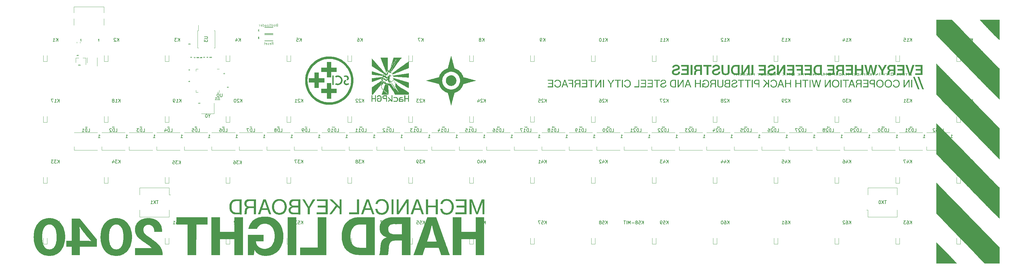
<source format=gbr>
%TF.GenerationSoftware,KiCad,Pcbnew,(6.0.0)*%
%TF.CreationDate,2022-05-01T17:24:26-04:00*%
%TF.ProjectId,HL-2040,484c2d32-3034-4302-9e6b-696361645f70,Mark 2 Rev F*%
%TF.SameCoordinates,Original*%
%TF.FileFunction,Legend,Bot*%
%TF.FilePolarity,Positive*%
%FSLAX46Y46*%
G04 Gerber Fmt 4.6, Leading zero omitted, Abs format (unit mm)*
G04 Created by KiCad (PCBNEW (6.0.0)) date 2022-05-01 17:24:26*
%MOMM*%
%LPD*%
G01*
G04 APERTURE LIST*
%ADD10C,0.100000*%
%ADD11C,0.150000*%
%ADD12C,0.040000*%
%ADD13C,0.127000*%
%ADD14C,0.120000*%
G04 APERTURE END LIST*
D10*
X106592571Y-79206285D02*
X106842571Y-78849142D01*
X107021142Y-79206285D02*
X107021142Y-78456285D01*
X106735428Y-78456285D01*
X106664000Y-78492000D01*
X106628285Y-78527714D01*
X106592571Y-78599142D01*
X106592571Y-78706285D01*
X106628285Y-78777714D01*
X106664000Y-78813428D01*
X106735428Y-78849142D01*
X107021142Y-78849142D01*
X105985428Y-79170571D02*
X106056857Y-79206285D01*
X106199714Y-79206285D01*
X106271142Y-79170571D01*
X106306857Y-79099142D01*
X106306857Y-78813428D01*
X106271142Y-78742000D01*
X106199714Y-78706285D01*
X106056857Y-78706285D01*
X105985428Y-78742000D01*
X105949714Y-78813428D01*
X105949714Y-78884857D01*
X106306857Y-78956285D01*
X105664000Y-79170571D02*
X105592571Y-79206285D01*
X105449714Y-79206285D01*
X105378285Y-79170571D01*
X105342571Y-79099142D01*
X105342571Y-79063428D01*
X105378285Y-78992000D01*
X105449714Y-78956285D01*
X105556857Y-78956285D01*
X105628285Y-78920571D01*
X105664000Y-78849142D01*
X105664000Y-78813428D01*
X105628285Y-78742000D01*
X105556857Y-78706285D01*
X105449714Y-78706285D01*
X105378285Y-78742000D01*
X104735428Y-79170571D02*
X104806857Y-79206285D01*
X104949714Y-79206285D01*
X105021142Y-79170571D01*
X105056857Y-79099142D01*
X105056857Y-78813428D01*
X105021142Y-78742000D01*
X104949714Y-78706285D01*
X104806857Y-78706285D01*
X104735428Y-78742000D01*
X104699714Y-78813428D01*
X104699714Y-78884857D01*
X105056857Y-78956285D01*
X104485428Y-78706285D02*
X104199714Y-78706285D01*
X104378285Y-78456285D02*
X104378285Y-79099142D01*
X104342571Y-79170571D01*
X104271142Y-79206285D01*
X104199714Y-79206285D01*
D11*
X146692559Y-135389880D02*
X146692559Y-134389880D01*
X146121130Y-135389880D02*
X146549702Y-134818452D01*
X146121130Y-134389880D02*
X146692559Y-134961309D01*
X145216369Y-134389880D02*
X145692559Y-134389880D01*
X145740178Y-134866071D01*
X145692559Y-134818452D01*
X145597321Y-134770833D01*
X145359226Y-134770833D01*
X145263988Y-134818452D01*
X145216369Y-134866071D01*
X145168749Y-134961309D01*
X145168749Y-135199404D01*
X145216369Y-135294642D01*
X145263988Y-135342261D01*
X145359226Y-135389880D01*
X145597321Y-135389880D01*
X145692559Y-135342261D01*
X145740178Y-135294642D01*
X144311607Y-134723214D02*
X144311607Y-135389880D01*
X144549702Y-134342261D02*
X144787797Y-135056547D01*
X144168749Y-135056547D01*
X143787797Y-135008928D02*
X143025892Y-135008928D01*
X142549702Y-135389880D02*
X142549702Y-134389880D01*
X142216369Y-135104166D01*
X141883035Y-134389880D01*
X141883035Y-135389880D01*
X141406845Y-135389880D02*
X141406845Y-134389880D01*
X141073511Y-134389880D02*
X140502083Y-134389880D01*
X140787797Y-135389880D02*
X140787797Y-134389880D01*
D10*
X108144142Y-73098428D02*
X108037000Y-73134142D01*
X108001285Y-73169857D01*
X107965571Y-73241285D01*
X107965571Y-73348428D01*
X108001285Y-73419857D01*
X108037000Y-73455571D01*
X108108428Y-73491285D01*
X108394142Y-73491285D01*
X108394142Y-72741285D01*
X108144142Y-72741285D01*
X108072714Y-72777000D01*
X108037000Y-72812714D01*
X108001285Y-72884142D01*
X108001285Y-72955571D01*
X108037000Y-73027000D01*
X108072714Y-73062714D01*
X108144142Y-73098428D01*
X108394142Y-73098428D01*
X107537000Y-73491285D02*
X107608428Y-73455571D01*
X107644142Y-73419857D01*
X107679857Y-73348428D01*
X107679857Y-73134142D01*
X107644142Y-73062714D01*
X107608428Y-73027000D01*
X107537000Y-72991285D01*
X107429857Y-72991285D01*
X107358428Y-73027000D01*
X107322714Y-73062714D01*
X107287000Y-73134142D01*
X107287000Y-73348428D01*
X107322714Y-73419857D01*
X107358428Y-73455571D01*
X107429857Y-73491285D01*
X107537000Y-73491285D01*
X106858428Y-73491285D02*
X106929857Y-73455571D01*
X106965571Y-73419857D01*
X107001285Y-73348428D01*
X107001285Y-73134142D01*
X106965571Y-73062714D01*
X106929857Y-73027000D01*
X106858428Y-72991285D01*
X106751285Y-72991285D01*
X106679857Y-73027000D01*
X106644142Y-73062714D01*
X106608428Y-73134142D01*
X106608428Y-73348428D01*
X106644142Y-73419857D01*
X106679857Y-73455571D01*
X106751285Y-73491285D01*
X106858428Y-73491285D01*
X106394142Y-72991285D02*
X106108428Y-72991285D01*
X106287000Y-72741285D02*
X106287000Y-73384142D01*
X106251285Y-73455571D01*
X106179857Y-73491285D01*
X106108428Y-73491285D01*
X105751285Y-73491285D02*
X105822714Y-73455571D01*
X105858428Y-73384142D01*
X105858428Y-72741285D01*
X105358428Y-73491285D02*
X105429857Y-73455571D01*
X105465571Y-73419857D01*
X105501285Y-73348428D01*
X105501285Y-73134142D01*
X105465571Y-73062714D01*
X105429857Y-73027000D01*
X105358428Y-72991285D01*
X105251285Y-72991285D01*
X105179857Y-73027000D01*
X105144142Y-73062714D01*
X105108428Y-73134142D01*
X105108428Y-73348428D01*
X105144142Y-73419857D01*
X105179857Y-73455571D01*
X105251285Y-73491285D01*
X105358428Y-73491285D01*
X104465571Y-73491285D02*
X104465571Y-73098428D01*
X104501285Y-73027000D01*
X104572714Y-72991285D01*
X104715571Y-72991285D01*
X104787000Y-73027000D01*
X104465571Y-73455571D02*
X104537000Y-73491285D01*
X104715571Y-73491285D01*
X104787000Y-73455571D01*
X104822714Y-73384142D01*
X104822714Y-73312714D01*
X104787000Y-73241285D01*
X104715571Y-73205571D01*
X104537000Y-73205571D01*
X104465571Y-73169857D01*
X103787000Y-73491285D02*
X103787000Y-72741285D01*
X103787000Y-73455571D02*
X103858428Y-73491285D01*
X104001285Y-73491285D01*
X104072714Y-73455571D01*
X104108428Y-73419857D01*
X104144142Y-73348428D01*
X104144142Y-73134142D01*
X104108428Y-73062714D01*
X104072714Y-73027000D01*
X104001285Y-72991285D01*
X103858428Y-72991285D01*
X103787000Y-73027000D01*
X103144142Y-73455571D02*
X103215571Y-73491285D01*
X103358428Y-73491285D01*
X103429857Y-73455571D01*
X103465571Y-73384142D01*
X103465571Y-73098428D01*
X103429857Y-73027000D01*
X103358428Y-72991285D01*
X103215571Y-72991285D01*
X103144142Y-73027000D01*
X103108428Y-73098428D01*
X103108428Y-73169857D01*
X103465571Y-73241285D01*
X102787000Y-73491285D02*
X102787000Y-72991285D01*
X102787000Y-73134142D02*
X102751285Y-73062714D01*
X102715571Y-73027000D01*
X102644142Y-72991285D01*
X102572714Y-72991285D01*
D11*
X222892559Y-135389880D02*
X222892559Y-134389880D01*
X222321130Y-135389880D02*
X222749702Y-134818452D01*
X222321130Y-134389880D02*
X222892559Y-134961309D01*
X221416369Y-134389880D02*
X221892559Y-134389880D01*
X221940178Y-134866071D01*
X221892559Y-134818452D01*
X221797321Y-134770833D01*
X221559226Y-134770833D01*
X221463988Y-134818452D01*
X221416369Y-134866071D01*
X221368749Y-134961309D01*
X221368749Y-135199404D01*
X221416369Y-135294642D01*
X221463988Y-135342261D01*
X221559226Y-135389880D01*
X221797321Y-135389880D01*
X221892559Y-135342261D01*
X221940178Y-135294642D01*
X220797321Y-134818452D02*
X220892559Y-134770833D01*
X220940178Y-134723214D01*
X220987797Y-134627976D01*
X220987797Y-134580357D01*
X220940178Y-134485119D01*
X220892559Y-134437500D01*
X220797321Y-134389880D01*
X220606845Y-134389880D01*
X220511607Y-134437500D01*
X220463988Y-134485119D01*
X220416369Y-134580357D01*
X220416369Y-134627976D01*
X220463988Y-134723214D01*
X220511607Y-134770833D01*
X220606845Y-134818452D01*
X220797321Y-134818452D01*
X220892559Y-134866071D01*
X220940178Y-134913690D01*
X220987797Y-135008928D01*
X220987797Y-135199404D01*
X220940178Y-135294642D01*
X220892559Y-135342261D01*
X220797321Y-135389880D01*
X220606845Y-135389880D01*
X220511607Y-135342261D01*
X220463988Y-135294642D01*
X220416369Y-135199404D01*
X220416369Y-135008928D01*
X220463988Y-134913690D01*
X220511607Y-134866071D01*
X220606845Y-134818452D01*
X219987797Y-135008928D02*
X219225892Y-135008928D01*
X218749702Y-135389880D02*
X218749702Y-134389880D01*
X218416369Y-135104166D01*
X218083035Y-134389880D01*
X218083035Y-135389880D01*
X217606845Y-135389880D02*
X217606845Y-134389880D01*
X217273511Y-134389880D02*
X216702083Y-134389880D01*
X216987797Y-135389880D02*
X216987797Y-134389880D01*
%TO.C,K2*%
X58681545Y-78239480D02*
X58681545Y-77239480D01*
X58110116Y-78239480D02*
X58538688Y-77668052D01*
X58110116Y-77239480D02*
X58681545Y-77810909D01*
X57729164Y-77334719D02*
X57681545Y-77287100D01*
X57586307Y-77239480D01*
X57348211Y-77239480D01*
X57252973Y-77287100D01*
X57205354Y-77334719D01*
X57157735Y-77429957D01*
X57157735Y-77525195D01*
X57205354Y-77668052D01*
X57776783Y-78239480D01*
X57157735Y-78239480D01*
%TO.C,K3*%
X77731545Y-78226780D02*
X77731545Y-77226780D01*
X77160116Y-78226780D02*
X77588688Y-77655352D01*
X77160116Y-77226780D02*
X77731545Y-77798209D01*
X76826783Y-77226780D02*
X76207735Y-77226780D01*
X76541069Y-77607733D01*
X76398211Y-77607733D01*
X76302973Y-77655352D01*
X76255354Y-77702971D01*
X76207735Y-77798209D01*
X76207735Y-78036304D01*
X76255354Y-78131542D01*
X76302973Y-78179161D01*
X76398211Y-78226780D01*
X76683926Y-78226780D01*
X76779164Y-78179161D01*
X76826783Y-78131542D01*
%TO.C,K6*%
X134881545Y-78239480D02*
X134881545Y-77239480D01*
X134310116Y-78239480D02*
X134738688Y-77668052D01*
X134310116Y-77239480D02*
X134881545Y-77810909D01*
X133452973Y-77239480D02*
X133643450Y-77239480D01*
X133738688Y-77287100D01*
X133786307Y-77334719D01*
X133881545Y-77477576D01*
X133929164Y-77668052D01*
X133929164Y-78049004D01*
X133881545Y-78144242D01*
X133833926Y-78191861D01*
X133738688Y-78239480D01*
X133548211Y-78239480D01*
X133452973Y-78191861D01*
X133405354Y-78144242D01*
X133357735Y-78049004D01*
X133357735Y-77810909D01*
X133405354Y-77715671D01*
X133452973Y-77668052D01*
X133548211Y-77620433D01*
X133738688Y-77620433D01*
X133833926Y-77668052D01*
X133881545Y-77715671D01*
X133929164Y-77810909D01*
%TO.C,K7*%
X153931545Y-78239480D02*
X153931545Y-77239480D01*
X153360116Y-78239480D02*
X153788688Y-77668052D01*
X153360116Y-77239480D02*
X153931545Y-77810909D01*
X153026783Y-77239480D02*
X152360116Y-77239480D01*
X152788688Y-78239480D01*
%TO.C,K8*%
X172981545Y-78239480D02*
X172981545Y-77239480D01*
X172410116Y-78239480D02*
X172838688Y-77668052D01*
X172410116Y-77239480D02*
X172981545Y-77810909D01*
X171838688Y-77668052D02*
X171933926Y-77620433D01*
X171981545Y-77572814D01*
X172029164Y-77477576D01*
X172029164Y-77429957D01*
X171981545Y-77334719D01*
X171933926Y-77287100D01*
X171838688Y-77239480D01*
X171648211Y-77239480D01*
X171552973Y-77287100D01*
X171505354Y-77334719D01*
X171457735Y-77429957D01*
X171457735Y-77477576D01*
X171505354Y-77572814D01*
X171552973Y-77620433D01*
X171648211Y-77668052D01*
X171838688Y-77668052D01*
X171933926Y-77715671D01*
X171981545Y-77763290D01*
X172029164Y-77858528D01*
X172029164Y-78049004D01*
X171981545Y-78144242D01*
X171933926Y-78191861D01*
X171838688Y-78239480D01*
X171648211Y-78239480D01*
X171552973Y-78191861D01*
X171505354Y-78144242D01*
X171457735Y-78049004D01*
X171457735Y-77858528D01*
X171505354Y-77763290D01*
X171552973Y-77715671D01*
X171648211Y-77668052D01*
%TO.C,K9*%
X192031845Y-78239880D02*
X192031845Y-77239880D01*
X191460416Y-78239880D02*
X191888988Y-77668452D01*
X191460416Y-77239880D02*
X192031845Y-77811309D01*
X190984226Y-78239880D02*
X190793750Y-78239880D01*
X190698511Y-78192261D01*
X190650892Y-78144642D01*
X190555654Y-78001785D01*
X190508035Y-77811309D01*
X190508035Y-77430357D01*
X190555654Y-77335119D01*
X190603273Y-77287500D01*
X190698511Y-77239880D01*
X190888988Y-77239880D01*
X190984226Y-77287500D01*
X191031845Y-77335119D01*
X191079464Y-77430357D01*
X191079464Y-77668452D01*
X191031845Y-77763690D01*
X190984226Y-77811309D01*
X190888988Y-77858928D01*
X190698511Y-77858928D01*
X190603273Y-77811309D01*
X190555654Y-77763690D01*
X190508035Y-77668452D01*
%TO.C,K10*%
X211557735Y-78239480D02*
X211557735Y-77239480D01*
X210986307Y-78239480D02*
X211414878Y-77668052D01*
X210986307Y-77239480D02*
X211557735Y-77810909D01*
X210033926Y-78239480D02*
X210605354Y-78239480D01*
X210319640Y-78239480D02*
X210319640Y-77239480D01*
X210414878Y-77382338D01*
X210510116Y-77477576D01*
X210605354Y-77525195D01*
X209414878Y-77239480D02*
X209319640Y-77239480D01*
X209224402Y-77287100D01*
X209176783Y-77334719D01*
X209129164Y-77429957D01*
X209081545Y-77620433D01*
X209081545Y-77858528D01*
X209129164Y-78049004D01*
X209176783Y-78144242D01*
X209224402Y-78191861D01*
X209319640Y-78239480D01*
X209414878Y-78239480D01*
X209510116Y-78191861D01*
X209557735Y-78144242D01*
X209605354Y-78049004D01*
X209652973Y-77858528D01*
X209652973Y-77620433D01*
X209605354Y-77429957D01*
X209557735Y-77334719D01*
X209510116Y-77287100D01*
X209414878Y-77239480D01*
%TO.C,K11*%
X230607735Y-78239480D02*
X230607735Y-77239480D01*
X230036307Y-78239480D02*
X230464878Y-77668052D01*
X230036307Y-77239480D02*
X230607735Y-77810909D01*
X229083926Y-78239480D02*
X229655354Y-78239480D01*
X229369640Y-78239480D02*
X229369640Y-77239480D01*
X229464878Y-77382338D01*
X229560116Y-77477576D01*
X229655354Y-77525195D01*
X228131545Y-78239480D02*
X228702973Y-78239480D01*
X228417259Y-78239480D02*
X228417259Y-77239480D01*
X228512497Y-77382338D01*
X228607735Y-77477576D01*
X228702973Y-77525195D01*
%TO.C,K12*%
X249657735Y-78239480D02*
X249657735Y-77239480D01*
X249086307Y-78239480D02*
X249514878Y-77668052D01*
X249086307Y-77239480D02*
X249657735Y-77810909D01*
X248133926Y-78239480D02*
X248705354Y-78239480D01*
X248419640Y-78239480D02*
X248419640Y-77239480D01*
X248514878Y-77382338D01*
X248610116Y-77477576D01*
X248705354Y-77525195D01*
X247752973Y-77334719D02*
X247705354Y-77287100D01*
X247610116Y-77239480D01*
X247372021Y-77239480D01*
X247276783Y-77287100D01*
X247229164Y-77334719D01*
X247181545Y-77429957D01*
X247181545Y-77525195D01*
X247229164Y-77668052D01*
X247800592Y-78239480D01*
X247181545Y-78239480D01*
%TO.C,K13*%
X268707735Y-78239480D02*
X268707735Y-77239480D01*
X268136307Y-78239480D02*
X268564878Y-77668052D01*
X268136307Y-77239480D02*
X268707735Y-77810909D01*
X267183926Y-78239480D02*
X267755354Y-78239480D01*
X267469640Y-78239480D02*
X267469640Y-77239480D01*
X267564878Y-77382338D01*
X267660116Y-77477576D01*
X267755354Y-77525195D01*
X266850592Y-77239480D02*
X266231545Y-77239480D01*
X266564878Y-77620433D01*
X266422021Y-77620433D01*
X266326783Y-77668052D01*
X266279164Y-77715671D01*
X266231545Y-77810909D01*
X266231545Y-78049004D01*
X266279164Y-78144242D01*
X266326783Y-78191861D01*
X266422021Y-78239480D01*
X266707735Y-78239480D01*
X266802973Y-78191861D01*
X266850592Y-78144242D01*
%TO.C,K14*%
X287757735Y-78239480D02*
X287757735Y-77239480D01*
X287186307Y-78239480D02*
X287614878Y-77668052D01*
X287186307Y-77239480D02*
X287757735Y-77810909D01*
X286233926Y-78239480D02*
X286805354Y-78239480D01*
X286519640Y-78239480D02*
X286519640Y-77239480D01*
X286614878Y-77382338D01*
X286710116Y-77477576D01*
X286805354Y-77525195D01*
X285376783Y-77572814D02*
X285376783Y-78239480D01*
X285614878Y-77191861D02*
X285852973Y-77906147D01*
X285233926Y-77906147D01*
%TO.C,K15*%
X306807735Y-78239480D02*
X306807735Y-77239480D01*
X306236307Y-78239480D02*
X306664878Y-77668052D01*
X306236307Y-77239480D02*
X306807735Y-77810909D01*
X305283926Y-78239480D02*
X305855354Y-78239480D01*
X305569640Y-78239480D02*
X305569640Y-77239480D01*
X305664878Y-77382338D01*
X305760116Y-77477576D01*
X305855354Y-77525195D01*
X304379164Y-77239480D02*
X304855354Y-77239480D01*
X304902973Y-77715671D01*
X304855354Y-77668052D01*
X304760116Y-77620433D01*
X304522021Y-77620433D01*
X304426783Y-77668052D01*
X304379164Y-77715671D01*
X304331545Y-77810909D01*
X304331545Y-78049004D01*
X304379164Y-78144242D01*
X304426783Y-78191861D01*
X304522021Y-78239480D01*
X304760116Y-78239480D01*
X304855354Y-78191861D01*
X304902973Y-78144242D01*
%TO.C,K16*%
X325857735Y-78239480D02*
X325857735Y-77239480D01*
X325286307Y-78239480D02*
X325714878Y-77668052D01*
X325286307Y-77239480D02*
X325857735Y-77810909D01*
X324333926Y-78239480D02*
X324905354Y-78239480D01*
X324619640Y-78239480D02*
X324619640Y-77239480D01*
X324714878Y-77382338D01*
X324810116Y-77477576D01*
X324905354Y-77525195D01*
X323476783Y-77239480D02*
X323667259Y-77239480D01*
X323762497Y-77287100D01*
X323810116Y-77334719D01*
X323905354Y-77477576D01*
X323952973Y-77668052D01*
X323952973Y-78049004D01*
X323905354Y-78144242D01*
X323857735Y-78191861D01*
X323762497Y-78239480D01*
X323572021Y-78239480D01*
X323476783Y-78191861D01*
X323429164Y-78144242D01*
X323381545Y-78049004D01*
X323381545Y-77810909D01*
X323429164Y-77715671D01*
X323476783Y-77668052D01*
X323572021Y-77620433D01*
X323762497Y-77620433D01*
X323857735Y-77668052D01*
X323905354Y-77715671D01*
X323952973Y-77810909D01*
%TO.C,K17*%
X40108035Y-97289880D02*
X40108035Y-96289880D01*
X39536607Y-97289880D02*
X39965178Y-96718452D01*
X39536607Y-96289880D02*
X40108035Y-96861309D01*
X38584226Y-97289880D02*
X39155654Y-97289880D01*
X38869940Y-97289880D02*
X38869940Y-96289880D01*
X38965178Y-96432738D01*
X39060416Y-96527976D01*
X39155654Y-96575595D01*
X38250892Y-96289880D02*
X37584226Y-96289880D01*
X38012797Y-97289880D01*
%TO.C,K18*%
X59157735Y-97289480D02*
X59157735Y-96289480D01*
X58586307Y-97289480D02*
X59014878Y-96718052D01*
X58586307Y-96289480D02*
X59157735Y-96860909D01*
X57633926Y-97289480D02*
X58205354Y-97289480D01*
X57919640Y-97289480D02*
X57919640Y-96289480D01*
X58014878Y-96432338D01*
X58110116Y-96527576D01*
X58205354Y-96575195D01*
X57062497Y-96718052D02*
X57157735Y-96670433D01*
X57205354Y-96622814D01*
X57252973Y-96527576D01*
X57252973Y-96479957D01*
X57205354Y-96384719D01*
X57157735Y-96337100D01*
X57062497Y-96289480D01*
X56872021Y-96289480D01*
X56776783Y-96337100D01*
X56729164Y-96384719D01*
X56681545Y-96479957D01*
X56681545Y-96527576D01*
X56729164Y-96622814D01*
X56776783Y-96670433D01*
X56872021Y-96718052D01*
X57062497Y-96718052D01*
X57157735Y-96765671D01*
X57205354Y-96813290D01*
X57252973Y-96908528D01*
X57252973Y-97099004D01*
X57205354Y-97194242D01*
X57157735Y-97241861D01*
X57062497Y-97289480D01*
X56872021Y-97289480D01*
X56776783Y-97241861D01*
X56729164Y-97194242D01*
X56681545Y-97099004D01*
X56681545Y-96908528D01*
X56729164Y-96813290D01*
X56776783Y-96765671D01*
X56872021Y-96718052D01*
%TO.C,K19*%
X78207735Y-97289480D02*
X78207735Y-96289480D01*
X77636307Y-97289480D02*
X78064878Y-96718052D01*
X77636307Y-96289480D02*
X78207735Y-96860909D01*
X76683926Y-97289480D02*
X77255354Y-97289480D01*
X76969640Y-97289480D02*
X76969640Y-96289480D01*
X77064878Y-96432338D01*
X77160116Y-96527576D01*
X77255354Y-96575195D01*
X76207735Y-97289480D02*
X76017259Y-97289480D01*
X75922021Y-97241861D01*
X75874402Y-97194242D01*
X75779164Y-97051385D01*
X75731545Y-96860909D01*
X75731545Y-96479957D01*
X75779164Y-96384719D01*
X75826783Y-96337100D01*
X75922021Y-96289480D01*
X76112497Y-96289480D01*
X76207735Y-96337100D01*
X76255354Y-96384719D01*
X76302973Y-96479957D01*
X76302973Y-96718052D01*
X76255354Y-96813290D01*
X76207735Y-96860909D01*
X76112497Y-96908528D01*
X75922021Y-96908528D01*
X75826783Y-96860909D01*
X75779164Y-96813290D01*
X75731545Y-96718052D01*
%TO.C,K22*%
X135357735Y-97289480D02*
X135357735Y-96289480D01*
X134786307Y-97289480D02*
X135214878Y-96718052D01*
X134786307Y-96289480D02*
X135357735Y-96860909D01*
X134405354Y-96384719D02*
X134357735Y-96337100D01*
X134262497Y-96289480D01*
X134024402Y-96289480D01*
X133929164Y-96337100D01*
X133881545Y-96384719D01*
X133833926Y-96479957D01*
X133833926Y-96575195D01*
X133881545Y-96718052D01*
X134452973Y-97289480D01*
X133833926Y-97289480D01*
X133452973Y-96384719D02*
X133405354Y-96337100D01*
X133310116Y-96289480D01*
X133072021Y-96289480D01*
X132976783Y-96337100D01*
X132929164Y-96384719D01*
X132881545Y-96479957D01*
X132881545Y-96575195D01*
X132929164Y-96718052D01*
X133500592Y-97289480D01*
X132881545Y-97289480D01*
%TO.C,K23*%
X154407735Y-97289480D02*
X154407735Y-96289480D01*
X153836307Y-97289480D02*
X154264878Y-96718052D01*
X153836307Y-96289480D02*
X154407735Y-96860909D01*
X153455354Y-96384719D02*
X153407735Y-96337100D01*
X153312497Y-96289480D01*
X153074402Y-96289480D01*
X152979164Y-96337100D01*
X152931545Y-96384719D01*
X152883926Y-96479957D01*
X152883926Y-96575195D01*
X152931545Y-96718052D01*
X153502973Y-97289480D01*
X152883926Y-97289480D01*
X152550592Y-96289480D02*
X151931545Y-96289480D01*
X152264878Y-96670433D01*
X152122021Y-96670433D01*
X152026783Y-96718052D01*
X151979164Y-96765671D01*
X151931545Y-96860909D01*
X151931545Y-97099004D01*
X151979164Y-97194242D01*
X152026783Y-97241861D01*
X152122021Y-97289480D01*
X152407735Y-97289480D01*
X152502973Y-97241861D01*
X152550592Y-97194242D01*
%TO.C,K24*%
X173457735Y-97289480D02*
X173457735Y-96289480D01*
X172886307Y-97289480D02*
X173314878Y-96718052D01*
X172886307Y-96289480D02*
X173457735Y-96860909D01*
X172505354Y-96384719D02*
X172457735Y-96337100D01*
X172362497Y-96289480D01*
X172124402Y-96289480D01*
X172029164Y-96337100D01*
X171981545Y-96384719D01*
X171933926Y-96479957D01*
X171933926Y-96575195D01*
X171981545Y-96718052D01*
X172552973Y-97289480D01*
X171933926Y-97289480D01*
X171076783Y-96622814D02*
X171076783Y-97289480D01*
X171314878Y-96241861D02*
X171552973Y-96956147D01*
X170933926Y-96956147D01*
%TO.C,K25*%
X192507735Y-97289480D02*
X192507735Y-96289480D01*
X191936307Y-97289480D02*
X192364878Y-96718052D01*
X191936307Y-96289480D02*
X192507735Y-96860909D01*
X191555354Y-96384719D02*
X191507735Y-96337100D01*
X191412497Y-96289480D01*
X191174402Y-96289480D01*
X191079164Y-96337100D01*
X191031545Y-96384719D01*
X190983926Y-96479957D01*
X190983926Y-96575195D01*
X191031545Y-96718052D01*
X191602973Y-97289480D01*
X190983926Y-97289480D01*
X190079164Y-96289480D02*
X190555354Y-96289480D01*
X190602973Y-96765671D01*
X190555354Y-96718052D01*
X190460116Y-96670433D01*
X190222021Y-96670433D01*
X190126783Y-96718052D01*
X190079164Y-96765671D01*
X190031545Y-96860909D01*
X190031545Y-97099004D01*
X190079164Y-97194242D01*
X190126783Y-97241861D01*
X190222021Y-97289480D01*
X190460116Y-97289480D01*
X190555354Y-97241861D01*
X190602973Y-97194242D01*
%TO.C,K26*%
X211557735Y-97289480D02*
X211557735Y-96289480D01*
X210986307Y-97289480D02*
X211414878Y-96718052D01*
X210986307Y-96289480D02*
X211557735Y-96860909D01*
X210605354Y-96384719D02*
X210557735Y-96337100D01*
X210462497Y-96289480D01*
X210224402Y-96289480D01*
X210129164Y-96337100D01*
X210081545Y-96384719D01*
X210033926Y-96479957D01*
X210033926Y-96575195D01*
X210081545Y-96718052D01*
X210652973Y-97289480D01*
X210033926Y-97289480D01*
X209176783Y-96289480D02*
X209367259Y-96289480D01*
X209462497Y-96337100D01*
X209510116Y-96384719D01*
X209605354Y-96527576D01*
X209652973Y-96718052D01*
X209652973Y-97099004D01*
X209605354Y-97194242D01*
X209557735Y-97241861D01*
X209462497Y-97289480D01*
X209272021Y-97289480D01*
X209176783Y-97241861D01*
X209129164Y-97194242D01*
X209081545Y-97099004D01*
X209081545Y-96860909D01*
X209129164Y-96765671D01*
X209176783Y-96718052D01*
X209272021Y-96670433D01*
X209462497Y-96670433D01*
X209557735Y-96718052D01*
X209605354Y-96765671D01*
X209652973Y-96860909D01*
%TO.C,K27*%
X230607735Y-97289480D02*
X230607735Y-96289480D01*
X230036307Y-97289480D02*
X230464878Y-96718052D01*
X230036307Y-96289480D02*
X230607735Y-96860909D01*
X229655354Y-96384719D02*
X229607735Y-96337100D01*
X229512497Y-96289480D01*
X229274402Y-96289480D01*
X229179164Y-96337100D01*
X229131545Y-96384719D01*
X229083926Y-96479957D01*
X229083926Y-96575195D01*
X229131545Y-96718052D01*
X229702973Y-97289480D01*
X229083926Y-97289480D01*
X228750592Y-96289480D02*
X228083926Y-96289480D01*
X228512497Y-97289480D01*
%TO.C,K28*%
X249657735Y-97289480D02*
X249657735Y-96289480D01*
X249086307Y-97289480D02*
X249514878Y-96718052D01*
X249086307Y-96289480D02*
X249657735Y-96860909D01*
X248705354Y-96384719D02*
X248657735Y-96337100D01*
X248562497Y-96289480D01*
X248324402Y-96289480D01*
X248229164Y-96337100D01*
X248181545Y-96384719D01*
X248133926Y-96479957D01*
X248133926Y-96575195D01*
X248181545Y-96718052D01*
X248752973Y-97289480D01*
X248133926Y-97289480D01*
X247562497Y-96718052D02*
X247657735Y-96670433D01*
X247705354Y-96622814D01*
X247752973Y-96527576D01*
X247752973Y-96479957D01*
X247705354Y-96384719D01*
X247657735Y-96337100D01*
X247562497Y-96289480D01*
X247372021Y-96289480D01*
X247276783Y-96337100D01*
X247229164Y-96384719D01*
X247181545Y-96479957D01*
X247181545Y-96527576D01*
X247229164Y-96622814D01*
X247276783Y-96670433D01*
X247372021Y-96718052D01*
X247562497Y-96718052D01*
X247657735Y-96765671D01*
X247705354Y-96813290D01*
X247752973Y-96908528D01*
X247752973Y-97099004D01*
X247705354Y-97194242D01*
X247657735Y-97241861D01*
X247562497Y-97289480D01*
X247372021Y-97289480D01*
X247276783Y-97241861D01*
X247229164Y-97194242D01*
X247181545Y-97099004D01*
X247181545Y-96908528D01*
X247229164Y-96813290D01*
X247276783Y-96765671D01*
X247372021Y-96718052D01*
%TO.C,K29*%
X268707735Y-97289480D02*
X268707735Y-96289480D01*
X268136307Y-97289480D02*
X268564878Y-96718052D01*
X268136307Y-96289480D02*
X268707735Y-96860909D01*
X267755354Y-96384719D02*
X267707735Y-96337100D01*
X267612497Y-96289480D01*
X267374402Y-96289480D01*
X267279164Y-96337100D01*
X267231545Y-96384719D01*
X267183926Y-96479957D01*
X267183926Y-96575195D01*
X267231545Y-96718052D01*
X267802973Y-97289480D01*
X267183926Y-97289480D01*
X266707735Y-97289480D02*
X266517259Y-97289480D01*
X266422021Y-97241861D01*
X266374402Y-97194242D01*
X266279164Y-97051385D01*
X266231545Y-96860909D01*
X266231545Y-96479957D01*
X266279164Y-96384719D01*
X266326783Y-96337100D01*
X266422021Y-96289480D01*
X266612497Y-96289480D01*
X266707735Y-96337100D01*
X266755354Y-96384719D01*
X266802973Y-96479957D01*
X266802973Y-96718052D01*
X266755354Y-96813290D01*
X266707735Y-96860909D01*
X266612497Y-96908528D01*
X266422021Y-96908528D01*
X266326783Y-96860909D01*
X266279164Y-96813290D01*
X266231545Y-96718052D01*
%TO.C,K30*%
X287757735Y-97289480D02*
X287757735Y-96289480D01*
X287186307Y-97289480D02*
X287614878Y-96718052D01*
X287186307Y-96289480D02*
X287757735Y-96860909D01*
X286852973Y-96289480D02*
X286233926Y-96289480D01*
X286567259Y-96670433D01*
X286424402Y-96670433D01*
X286329164Y-96718052D01*
X286281545Y-96765671D01*
X286233926Y-96860909D01*
X286233926Y-97099004D01*
X286281545Y-97194242D01*
X286329164Y-97241861D01*
X286424402Y-97289480D01*
X286710116Y-97289480D01*
X286805354Y-97241861D01*
X286852973Y-97194242D01*
X285614878Y-96289480D02*
X285519640Y-96289480D01*
X285424402Y-96337100D01*
X285376783Y-96384719D01*
X285329164Y-96479957D01*
X285281545Y-96670433D01*
X285281545Y-96908528D01*
X285329164Y-97099004D01*
X285376783Y-97194242D01*
X285424402Y-97241861D01*
X285519640Y-97289480D01*
X285614878Y-97289480D01*
X285710116Y-97241861D01*
X285757735Y-97194242D01*
X285805354Y-97099004D01*
X285852973Y-96908528D01*
X285852973Y-96670433D01*
X285805354Y-96479957D01*
X285757735Y-96384719D01*
X285710116Y-96337100D01*
X285614878Y-96289480D01*
%TO.C,K31*%
X306807735Y-97289480D02*
X306807735Y-96289480D01*
X306236307Y-97289480D02*
X306664878Y-96718052D01*
X306236307Y-96289480D02*
X306807735Y-96860909D01*
X305902973Y-96289480D02*
X305283926Y-96289480D01*
X305617259Y-96670433D01*
X305474402Y-96670433D01*
X305379164Y-96718052D01*
X305331545Y-96765671D01*
X305283926Y-96860909D01*
X305283926Y-97099004D01*
X305331545Y-97194242D01*
X305379164Y-97241861D01*
X305474402Y-97289480D01*
X305760116Y-97289480D01*
X305855354Y-97241861D01*
X305902973Y-97194242D01*
X304331545Y-97289480D02*
X304902973Y-97289480D01*
X304617259Y-97289480D02*
X304617259Y-96289480D01*
X304712497Y-96432338D01*
X304807735Y-96527576D01*
X304902973Y-96575195D01*
%TO.C,K32*%
X325857735Y-97289480D02*
X325857735Y-96289480D01*
X325286307Y-97289480D02*
X325714878Y-96718052D01*
X325286307Y-96289480D02*
X325857735Y-96860909D01*
X324952973Y-96289480D02*
X324333926Y-96289480D01*
X324667259Y-96670433D01*
X324524402Y-96670433D01*
X324429164Y-96718052D01*
X324381545Y-96765671D01*
X324333926Y-96860909D01*
X324333926Y-97099004D01*
X324381545Y-97194242D01*
X324429164Y-97241861D01*
X324524402Y-97289480D01*
X324810116Y-97289480D01*
X324905354Y-97241861D01*
X324952973Y-97194242D01*
X323952973Y-96384719D02*
X323905354Y-96337100D01*
X323810116Y-96289480D01*
X323572021Y-96289480D01*
X323476783Y-96337100D01*
X323429164Y-96384719D01*
X323381545Y-96479957D01*
X323381545Y-96575195D01*
X323429164Y-96718052D01*
X324000592Y-97289480D01*
X323381545Y-97289480D01*
%TO.C,K33*%
X40108035Y-116339880D02*
X40108035Y-115339880D01*
X39536607Y-116339880D02*
X39965178Y-115768452D01*
X39536607Y-115339880D02*
X40108035Y-115911309D01*
X39203273Y-115339880D02*
X38584226Y-115339880D01*
X38917559Y-115720833D01*
X38774702Y-115720833D01*
X38679464Y-115768452D01*
X38631845Y-115816071D01*
X38584226Y-115911309D01*
X38584226Y-116149404D01*
X38631845Y-116244642D01*
X38679464Y-116292261D01*
X38774702Y-116339880D01*
X39060416Y-116339880D01*
X39155654Y-116292261D01*
X39203273Y-116244642D01*
X38250892Y-115339880D02*
X37631845Y-115339880D01*
X37965178Y-115720833D01*
X37822321Y-115720833D01*
X37727083Y-115768452D01*
X37679464Y-115816071D01*
X37631845Y-115911309D01*
X37631845Y-116149404D01*
X37679464Y-116244642D01*
X37727083Y-116292261D01*
X37822321Y-116339880D01*
X38108035Y-116339880D01*
X38203273Y-116292261D01*
X38250892Y-116244642D01*
%TO.C,K34*%
X59158035Y-116339880D02*
X59158035Y-115339880D01*
X58586607Y-116339880D02*
X59015178Y-115768452D01*
X58586607Y-115339880D02*
X59158035Y-115911309D01*
X58253273Y-115339880D02*
X57634226Y-115339880D01*
X57967559Y-115720833D01*
X57824702Y-115720833D01*
X57729464Y-115768452D01*
X57681845Y-115816071D01*
X57634226Y-115911309D01*
X57634226Y-116149404D01*
X57681845Y-116244642D01*
X57729464Y-116292261D01*
X57824702Y-116339880D01*
X58110416Y-116339880D01*
X58205654Y-116292261D01*
X58253273Y-116244642D01*
X56777083Y-115673214D02*
X56777083Y-116339880D01*
X57015178Y-115292261D02*
X57253273Y-116006547D01*
X56634226Y-116006547D01*
%TO.C,K35*%
X78048985Y-116561730D02*
X78048985Y-115561730D01*
X77477557Y-116561730D02*
X77906128Y-115990302D01*
X77477557Y-115561730D02*
X78048985Y-116133159D01*
X77144223Y-115561730D02*
X76525176Y-115561730D01*
X76858509Y-115942683D01*
X76715652Y-115942683D01*
X76620414Y-115990302D01*
X76572795Y-116037921D01*
X76525176Y-116133159D01*
X76525176Y-116371254D01*
X76572795Y-116466492D01*
X76620414Y-116514111D01*
X76715652Y-116561730D01*
X77001366Y-116561730D01*
X77096604Y-116514111D01*
X77144223Y-116466492D01*
X75620414Y-115561730D02*
X76096604Y-115561730D01*
X76144223Y-116037921D01*
X76096604Y-115990302D01*
X76001366Y-115942683D01*
X75763271Y-115942683D01*
X75668033Y-115990302D01*
X75620414Y-116037921D01*
X75572795Y-116133159D01*
X75572795Y-116371254D01*
X75620414Y-116466492D01*
X75668033Y-116514111D01*
X75763271Y-116561730D01*
X76001366Y-116561730D01*
X76096604Y-116514111D01*
X76144223Y-116466492D01*
%TO.C,K36*%
X97098985Y-116561730D02*
X97098985Y-115561730D01*
X96527557Y-116561730D02*
X96956128Y-115990302D01*
X96527557Y-115561730D02*
X97098985Y-116133159D01*
X96194223Y-115561730D02*
X95575176Y-115561730D01*
X95908509Y-115942683D01*
X95765652Y-115942683D01*
X95670414Y-115990302D01*
X95622795Y-116037921D01*
X95575176Y-116133159D01*
X95575176Y-116371254D01*
X95622795Y-116466492D01*
X95670414Y-116514111D01*
X95765652Y-116561730D01*
X96051366Y-116561730D01*
X96146604Y-116514111D01*
X96194223Y-116466492D01*
X94718033Y-115561730D02*
X94908509Y-115561730D01*
X95003747Y-115609350D01*
X95051366Y-115656969D01*
X95146604Y-115799826D01*
X95194223Y-115990302D01*
X95194223Y-116371254D01*
X95146604Y-116466492D01*
X95098985Y-116514111D01*
X95003747Y-116561730D01*
X94813271Y-116561730D01*
X94718033Y-116514111D01*
X94670414Y-116466492D01*
X94622795Y-116371254D01*
X94622795Y-116133159D01*
X94670414Y-116037921D01*
X94718033Y-115990302D01*
X94813271Y-115942683D01*
X95003747Y-115942683D01*
X95098985Y-115990302D01*
X95146604Y-116037921D01*
X95194223Y-116133159D01*
%TO.C,K37*%
X116307735Y-116339480D02*
X116307735Y-115339480D01*
X115736307Y-116339480D02*
X116164878Y-115768052D01*
X115736307Y-115339480D02*
X116307735Y-115910909D01*
X115402973Y-115339480D02*
X114783926Y-115339480D01*
X115117259Y-115720433D01*
X114974402Y-115720433D01*
X114879164Y-115768052D01*
X114831545Y-115815671D01*
X114783926Y-115910909D01*
X114783926Y-116149004D01*
X114831545Y-116244242D01*
X114879164Y-116291861D01*
X114974402Y-116339480D01*
X115260116Y-116339480D01*
X115355354Y-116291861D01*
X115402973Y-116244242D01*
X114450592Y-115339480D02*
X113783926Y-115339480D01*
X114212497Y-116339480D01*
%TO.C,K38*%
X135357735Y-116339480D02*
X135357735Y-115339480D01*
X134786307Y-116339480D02*
X135214878Y-115768052D01*
X134786307Y-115339480D02*
X135357735Y-115910909D01*
X134452973Y-115339480D02*
X133833926Y-115339480D01*
X134167259Y-115720433D01*
X134024402Y-115720433D01*
X133929164Y-115768052D01*
X133881545Y-115815671D01*
X133833926Y-115910909D01*
X133833926Y-116149004D01*
X133881545Y-116244242D01*
X133929164Y-116291861D01*
X134024402Y-116339480D01*
X134310116Y-116339480D01*
X134405354Y-116291861D01*
X134452973Y-116244242D01*
X133262497Y-115768052D02*
X133357735Y-115720433D01*
X133405354Y-115672814D01*
X133452973Y-115577576D01*
X133452973Y-115529957D01*
X133405354Y-115434719D01*
X133357735Y-115387100D01*
X133262497Y-115339480D01*
X133072021Y-115339480D01*
X132976783Y-115387100D01*
X132929164Y-115434719D01*
X132881545Y-115529957D01*
X132881545Y-115577576D01*
X132929164Y-115672814D01*
X132976783Y-115720433D01*
X133072021Y-115768052D01*
X133262497Y-115768052D01*
X133357735Y-115815671D01*
X133405354Y-115863290D01*
X133452973Y-115958528D01*
X133452973Y-116149004D01*
X133405354Y-116244242D01*
X133357735Y-116291861D01*
X133262497Y-116339480D01*
X133072021Y-116339480D01*
X132976783Y-116291861D01*
X132929164Y-116244242D01*
X132881545Y-116149004D01*
X132881545Y-115958528D01*
X132929164Y-115863290D01*
X132976783Y-115815671D01*
X133072021Y-115768052D01*
%TO.C,K39*%
X154407735Y-116339480D02*
X154407735Y-115339480D01*
X153836307Y-116339480D02*
X154264878Y-115768052D01*
X153836307Y-115339480D02*
X154407735Y-115910909D01*
X153502973Y-115339480D02*
X152883926Y-115339480D01*
X153217259Y-115720433D01*
X153074402Y-115720433D01*
X152979164Y-115768052D01*
X152931545Y-115815671D01*
X152883926Y-115910909D01*
X152883926Y-116149004D01*
X152931545Y-116244242D01*
X152979164Y-116291861D01*
X153074402Y-116339480D01*
X153360116Y-116339480D01*
X153455354Y-116291861D01*
X153502973Y-116244242D01*
X152407735Y-116339480D02*
X152217259Y-116339480D01*
X152122021Y-116291861D01*
X152074402Y-116244242D01*
X151979164Y-116101385D01*
X151931545Y-115910909D01*
X151931545Y-115529957D01*
X151979164Y-115434719D01*
X152026783Y-115387100D01*
X152122021Y-115339480D01*
X152312497Y-115339480D01*
X152407735Y-115387100D01*
X152455354Y-115434719D01*
X152502973Y-115529957D01*
X152502973Y-115768052D01*
X152455354Y-115863290D01*
X152407735Y-115910909D01*
X152312497Y-115958528D01*
X152122021Y-115958528D01*
X152026783Y-115910909D01*
X151979164Y-115863290D01*
X151931545Y-115768052D01*
%TO.C,K40*%
X173457735Y-116339480D02*
X173457735Y-115339480D01*
X172886307Y-116339480D02*
X173314878Y-115768052D01*
X172886307Y-115339480D02*
X173457735Y-115910909D01*
X172029164Y-115672814D02*
X172029164Y-116339480D01*
X172267259Y-115291861D02*
X172505354Y-116006147D01*
X171886307Y-116006147D01*
X171314878Y-115339480D02*
X171219640Y-115339480D01*
X171124402Y-115387100D01*
X171076783Y-115434719D01*
X171029164Y-115529957D01*
X170981545Y-115720433D01*
X170981545Y-115958528D01*
X171029164Y-116149004D01*
X171076783Y-116244242D01*
X171124402Y-116291861D01*
X171219640Y-116339480D01*
X171314878Y-116339480D01*
X171410116Y-116291861D01*
X171457735Y-116244242D01*
X171505354Y-116149004D01*
X171552973Y-115958528D01*
X171552973Y-115720433D01*
X171505354Y-115529957D01*
X171457735Y-115434719D01*
X171410116Y-115387100D01*
X171314878Y-115339480D01*
%TO.C,K41*%
X192507735Y-116339480D02*
X192507735Y-115339480D01*
X191936307Y-116339480D02*
X192364878Y-115768052D01*
X191936307Y-115339480D02*
X192507735Y-115910909D01*
X191079164Y-115672814D02*
X191079164Y-116339480D01*
X191317259Y-115291861D02*
X191555354Y-116006147D01*
X190936307Y-116006147D01*
X190031545Y-116339480D02*
X190602973Y-116339480D01*
X190317259Y-116339480D02*
X190317259Y-115339480D01*
X190412497Y-115482338D01*
X190507735Y-115577576D01*
X190602973Y-115625195D01*
%TO.C,K42*%
X211557735Y-116339480D02*
X211557735Y-115339480D01*
X210986307Y-116339480D02*
X211414878Y-115768052D01*
X210986307Y-115339480D02*
X211557735Y-115910909D01*
X210129164Y-115672814D02*
X210129164Y-116339480D01*
X210367259Y-115291861D02*
X210605354Y-116006147D01*
X209986307Y-116006147D01*
X209652973Y-115434719D02*
X209605354Y-115387100D01*
X209510116Y-115339480D01*
X209272021Y-115339480D01*
X209176783Y-115387100D01*
X209129164Y-115434719D01*
X209081545Y-115529957D01*
X209081545Y-115625195D01*
X209129164Y-115768052D01*
X209700592Y-116339480D01*
X209081545Y-116339480D01*
%TO.C,K43*%
X230607735Y-116339480D02*
X230607735Y-115339480D01*
X230036307Y-116339480D02*
X230464878Y-115768052D01*
X230036307Y-115339480D02*
X230607735Y-115910909D01*
X229179164Y-115672814D02*
X229179164Y-116339480D01*
X229417259Y-115291861D02*
X229655354Y-116006147D01*
X229036307Y-116006147D01*
X228750592Y-115339480D02*
X228131545Y-115339480D01*
X228464878Y-115720433D01*
X228322021Y-115720433D01*
X228226783Y-115768052D01*
X228179164Y-115815671D01*
X228131545Y-115910909D01*
X228131545Y-116149004D01*
X228179164Y-116244242D01*
X228226783Y-116291861D01*
X228322021Y-116339480D01*
X228607735Y-116339480D01*
X228702973Y-116291861D01*
X228750592Y-116244242D01*
%TO.C,K44*%
X249657735Y-116339480D02*
X249657735Y-115339480D01*
X249086307Y-116339480D02*
X249514878Y-115768052D01*
X249086307Y-115339480D02*
X249657735Y-115910909D01*
X248229164Y-115672814D02*
X248229164Y-116339480D01*
X248467259Y-115291861D02*
X248705354Y-116006147D01*
X248086307Y-116006147D01*
X247276783Y-115672814D02*
X247276783Y-116339480D01*
X247514878Y-115291861D02*
X247752973Y-116006147D01*
X247133926Y-116006147D01*
%TO.C,K45*%
X268707735Y-116339480D02*
X268707735Y-115339480D01*
X268136307Y-116339480D02*
X268564878Y-115768052D01*
X268136307Y-115339480D02*
X268707735Y-115910909D01*
X267279164Y-115672814D02*
X267279164Y-116339480D01*
X267517259Y-115291861D02*
X267755354Y-116006147D01*
X267136307Y-116006147D01*
X266279164Y-115339480D02*
X266755354Y-115339480D01*
X266802973Y-115815671D01*
X266755354Y-115768052D01*
X266660116Y-115720433D01*
X266422021Y-115720433D01*
X266326783Y-115768052D01*
X266279164Y-115815671D01*
X266231545Y-115910909D01*
X266231545Y-116149004D01*
X266279164Y-116244242D01*
X266326783Y-116291861D01*
X266422021Y-116339480D01*
X266660116Y-116339480D01*
X266755354Y-116291861D01*
X266802973Y-116244242D01*
%TO.C,K46*%
X287757735Y-116339480D02*
X287757735Y-115339480D01*
X287186307Y-116339480D02*
X287614878Y-115768052D01*
X287186307Y-115339480D02*
X287757735Y-115910909D01*
X286329164Y-115672814D02*
X286329164Y-116339480D01*
X286567259Y-115291861D02*
X286805354Y-116006147D01*
X286186307Y-116006147D01*
X285376783Y-115339480D02*
X285567259Y-115339480D01*
X285662497Y-115387100D01*
X285710116Y-115434719D01*
X285805354Y-115577576D01*
X285852973Y-115768052D01*
X285852973Y-116149004D01*
X285805354Y-116244242D01*
X285757735Y-116291861D01*
X285662497Y-116339480D01*
X285472021Y-116339480D01*
X285376783Y-116291861D01*
X285329164Y-116244242D01*
X285281545Y-116149004D01*
X285281545Y-115910909D01*
X285329164Y-115815671D01*
X285376783Y-115768052D01*
X285472021Y-115720433D01*
X285662497Y-115720433D01*
X285757735Y-115768052D01*
X285805354Y-115815671D01*
X285852973Y-115910909D01*
%TO.C,K47*%
X306807735Y-116339480D02*
X306807735Y-115339480D01*
X306236307Y-116339480D02*
X306664878Y-115768052D01*
X306236307Y-115339480D02*
X306807735Y-115910909D01*
X305379164Y-115672814D02*
X305379164Y-116339480D01*
X305617259Y-115291861D02*
X305855354Y-116006147D01*
X305236307Y-116006147D01*
X304950592Y-115339480D02*
X304283926Y-115339480D01*
X304712497Y-116339480D01*
%TO.C,K48*%
X325857735Y-116339480D02*
X325857735Y-115339480D01*
X325286307Y-116339480D02*
X325714878Y-115768052D01*
X325286307Y-115339480D02*
X325857735Y-115910909D01*
X324429164Y-115672814D02*
X324429164Y-116339480D01*
X324667259Y-115291861D02*
X324905354Y-116006147D01*
X324286307Y-116006147D01*
X323762497Y-115768052D02*
X323857735Y-115720433D01*
X323905354Y-115672814D01*
X323952973Y-115577576D01*
X323952973Y-115529957D01*
X323905354Y-115434719D01*
X323857735Y-115387100D01*
X323762497Y-115339480D01*
X323572021Y-115339480D01*
X323476783Y-115387100D01*
X323429164Y-115434719D01*
X323381545Y-115529957D01*
X323381545Y-115577576D01*
X323429164Y-115672814D01*
X323476783Y-115720433D01*
X323572021Y-115768052D01*
X323762497Y-115768052D01*
X323857735Y-115815671D01*
X323905354Y-115863290D01*
X323952973Y-115958528D01*
X323952973Y-116149004D01*
X323905354Y-116244242D01*
X323857735Y-116291861D01*
X323762497Y-116339480D01*
X323572021Y-116339480D01*
X323476783Y-116291861D01*
X323429164Y-116244242D01*
X323381545Y-116149004D01*
X323381545Y-115958528D01*
X323429164Y-115863290D01*
X323476783Y-115815671D01*
X323572021Y-115768052D01*
%TO.C,K49*%
X40107735Y-135389480D02*
X40107735Y-134389480D01*
X39536307Y-135389480D02*
X39964878Y-134818052D01*
X39536307Y-134389480D02*
X40107735Y-134960909D01*
X38679164Y-134722814D02*
X38679164Y-135389480D01*
X38917259Y-134341861D02*
X39155354Y-135056147D01*
X38536307Y-135056147D01*
X38107735Y-135389480D02*
X37917259Y-135389480D01*
X37822021Y-135341861D01*
X37774402Y-135294242D01*
X37679164Y-135151385D01*
X37631545Y-134960909D01*
X37631545Y-134579957D01*
X37679164Y-134484719D01*
X37726783Y-134437100D01*
X37822021Y-134389480D01*
X38012497Y-134389480D01*
X38107735Y-134437100D01*
X38155354Y-134484719D01*
X38202973Y-134579957D01*
X38202973Y-134818052D01*
X38155354Y-134913290D01*
X38107735Y-134960909D01*
X38012497Y-135008528D01*
X37822021Y-135008528D01*
X37726783Y-134960909D01*
X37679164Y-134913290D01*
X37631545Y-134818052D01*
%TO.C,K50*%
X59157735Y-135389480D02*
X59157735Y-134389480D01*
X58586307Y-135389480D02*
X59014878Y-134818052D01*
X58586307Y-134389480D02*
X59157735Y-134960909D01*
X57681545Y-134389480D02*
X58157735Y-134389480D01*
X58205354Y-134865671D01*
X58157735Y-134818052D01*
X58062497Y-134770433D01*
X57824402Y-134770433D01*
X57729164Y-134818052D01*
X57681545Y-134865671D01*
X57633926Y-134960909D01*
X57633926Y-135199004D01*
X57681545Y-135294242D01*
X57729164Y-135341861D01*
X57824402Y-135389480D01*
X58062497Y-135389480D01*
X58157735Y-135341861D01*
X58205354Y-135294242D01*
X57014878Y-134389480D02*
X56919640Y-134389480D01*
X56824402Y-134437100D01*
X56776783Y-134484719D01*
X56729164Y-134579957D01*
X56681545Y-134770433D01*
X56681545Y-135008528D01*
X56729164Y-135199004D01*
X56776783Y-135294242D01*
X56824402Y-135341861D01*
X56919640Y-135389480D01*
X57014878Y-135389480D01*
X57110116Y-135341861D01*
X57157735Y-135294242D01*
X57205354Y-135199004D01*
X57252973Y-135008528D01*
X57252973Y-134770433D01*
X57205354Y-134579957D01*
X57157735Y-134484719D01*
X57110116Y-134437100D01*
X57014878Y-134389480D01*
%TO.C,K51*%
X78207735Y-135389480D02*
X78207735Y-134389480D01*
X77636307Y-135389480D02*
X78064878Y-134818052D01*
X77636307Y-134389480D02*
X78207735Y-134960909D01*
X76731545Y-134389480D02*
X77207735Y-134389480D01*
X77255354Y-134865671D01*
X77207735Y-134818052D01*
X77112497Y-134770433D01*
X76874402Y-134770433D01*
X76779164Y-134818052D01*
X76731545Y-134865671D01*
X76683926Y-134960909D01*
X76683926Y-135199004D01*
X76731545Y-135294242D01*
X76779164Y-135341861D01*
X76874402Y-135389480D01*
X77112497Y-135389480D01*
X77207735Y-135341861D01*
X77255354Y-135294242D01*
X75731545Y-135389480D02*
X76302973Y-135389480D01*
X76017259Y-135389480D02*
X76017259Y-134389480D01*
X76112497Y-134532338D01*
X76207735Y-134627576D01*
X76302973Y-134675195D01*
%TO.C,K52*%
X97257735Y-135389480D02*
X97257735Y-134389480D01*
X96686307Y-135389480D02*
X97114878Y-134818052D01*
X96686307Y-134389480D02*
X97257735Y-134960909D01*
X95781545Y-134389480D02*
X96257735Y-134389480D01*
X96305354Y-134865671D01*
X96257735Y-134818052D01*
X96162497Y-134770433D01*
X95924402Y-134770433D01*
X95829164Y-134818052D01*
X95781545Y-134865671D01*
X95733926Y-134960909D01*
X95733926Y-135199004D01*
X95781545Y-135294242D01*
X95829164Y-135341861D01*
X95924402Y-135389480D01*
X96162497Y-135389480D01*
X96257735Y-135341861D01*
X96305354Y-135294242D01*
X95352973Y-134484719D02*
X95305354Y-134437100D01*
X95210116Y-134389480D01*
X94972021Y-134389480D01*
X94876783Y-134437100D01*
X94829164Y-134484719D01*
X94781545Y-134579957D01*
X94781545Y-134675195D01*
X94829164Y-134818052D01*
X95400592Y-135389480D01*
X94781545Y-135389480D01*
%TO.C,K53*%
X116307735Y-135389480D02*
X116307735Y-134389480D01*
X115736307Y-135389480D02*
X116164878Y-134818052D01*
X115736307Y-134389480D02*
X116307735Y-134960909D01*
X114831545Y-134389480D02*
X115307735Y-134389480D01*
X115355354Y-134865671D01*
X115307735Y-134818052D01*
X115212497Y-134770433D01*
X114974402Y-134770433D01*
X114879164Y-134818052D01*
X114831545Y-134865671D01*
X114783926Y-134960909D01*
X114783926Y-135199004D01*
X114831545Y-135294242D01*
X114879164Y-135341861D01*
X114974402Y-135389480D01*
X115212497Y-135389480D01*
X115307735Y-135341861D01*
X115355354Y-135294242D01*
X114450592Y-134389480D02*
X113831545Y-134389480D01*
X114164878Y-134770433D01*
X114022021Y-134770433D01*
X113926783Y-134818052D01*
X113879164Y-134865671D01*
X113831545Y-134960909D01*
X113831545Y-135199004D01*
X113879164Y-135294242D01*
X113926783Y-135341861D01*
X114022021Y-135389480D01*
X114307735Y-135389480D01*
X114402973Y-135341861D01*
X114450592Y-135294242D01*
%TO.C,K54*%
X135357735Y-135389480D02*
X135357735Y-134389480D01*
X134786307Y-135389480D02*
X135214878Y-134818052D01*
X134786307Y-134389480D02*
X135357735Y-134960909D01*
X133881545Y-134389480D02*
X134357735Y-134389480D01*
X134405354Y-134865671D01*
X134357735Y-134818052D01*
X134262497Y-134770433D01*
X134024402Y-134770433D01*
X133929164Y-134818052D01*
X133881545Y-134865671D01*
X133833926Y-134960909D01*
X133833926Y-135199004D01*
X133881545Y-135294242D01*
X133929164Y-135341861D01*
X134024402Y-135389480D01*
X134262497Y-135389480D01*
X134357735Y-135341861D01*
X134405354Y-135294242D01*
X132976783Y-134722814D02*
X132976783Y-135389480D01*
X133214878Y-134341861D02*
X133452973Y-135056147D01*
X132833926Y-135056147D01*
%TO.C,K55*%
X154407735Y-135389480D02*
X154407735Y-134389480D01*
X153836307Y-135389480D02*
X154264878Y-134818052D01*
X153836307Y-134389480D02*
X154407735Y-134960909D01*
X152931545Y-134389480D02*
X153407735Y-134389480D01*
X153455354Y-134865671D01*
X153407735Y-134818052D01*
X153312497Y-134770433D01*
X153074402Y-134770433D01*
X152979164Y-134818052D01*
X152931545Y-134865671D01*
X152883926Y-134960909D01*
X152883926Y-135199004D01*
X152931545Y-135294242D01*
X152979164Y-135341861D01*
X153074402Y-135389480D01*
X153312497Y-135389480D01*
X153407735Y-135341861D01*
X153455354Y-135294242D01*
X151979164Y-134389480D02*
X152455354Y-134389480D01*
X152502973Y-134865671D01*
X152455354Y-134818052D01*
X152360116Y-134770433D01*
X152122021Y-134770433D01*
X152026783Y-134818052D01*
X151979164Y-134865671D01*
X151931545Y-134960909D01*
X151931545Y-135199004D01*
X151979164Y-135294242D01*
X152026783Y-135341861D01*
X152122021Y-135389480D01*
X152360116Y-135389480D01*
X152455354Y-135341861D01*
X152502973Y-135294242D01*
%TO.C,K56*%
X173457735Y-135389480D02*
X173457735Y-134389480D01*
X172886307Y-135389480D02*
X173314878Y-134818052D01*
X172886307Y-134389480D02*
X173457735Y-134960909D01*
X171981545Y-134389480D02*
X172457735Y-134389480D01*
X172505354Y-134865671D01*
X172457735Y-134818052D01*
X172362497Y-134770433D01*
X172124402Y-134770433D01*
X172029164Y-134818052D01*
X171981545Y-134865671D01*
X171933926Y-134960909D01*
X171933926Y-135199004D01*
X171981545Y-135294242D01*
X172029164Y-135341861D01*
X172124402Y-135389480D01*
X172362497Y-135389480D01*
X172457735Y-135341861D01*
X172505354Y-135294242D01*
X171076783Y-134389480D02*
X171267259Y-134389480D01*
X171362497Y-134437100D01*
X171410116Y-134484719D01*
X171505354Y-134627576D01*
X171552973Y-134818052D01*
X171552973Y-135199004D01*
X171505354Y-135294242D01*
X171457735Y-135341861D01*
X171362497Y-135389480D01*
X171172021Y-135389480D01*
X171076783Y-135341861D01*
X171029164Y-135294242D01*
X170981545Y-135199004D01*
X170981545Y-134960909D01*
X171029164Y-134865671D01*
X171076783Y-134818052D01*
X171172021Y-134770433D01*
X171362497Y-134770433D01*
X171457735Y-134818052D01*
X171505354Y-134865671D01*
X171552973Y-134960909D01*
%TO.C,K57*%
X192507735Y-135389480D02*
X192507735Y-134389480D01*
X191936307Y-135389480D02*
X192364878Y-134818052D01*
X191936307Y-134389480D02*
X192507735Y-134960909D01*
X191031545Y-134389480D02*
X191507735Y-134389480D01*
X191555354Y-134865671D01*
X191507735Y-134818052D01*
X191412497Y-134770433D01*
X191174402Y-134770433D01*
X191079164Y-134818052D01*
X191031545Y-134865671D01*
X190983926Y-134960909D01*
X190983926Y-135199004D01*
X191031545Y-135294242D01*
X191079164Y-135341861D01*
X191174402Y-135389480D01*
X191412497Y-135389480D01*
X191507735Y-135341861D01*
X191555354Y-135294242D01*
X190650592Y-134389480D02*
X189983926Y-134389480D01*
X190412497Y-135389480D01*
%TO.C,K58*%
X211557735Y-135389480D02*
X211557735Y-134389480D01*
X210986307Y-135389480D02*
X211414878Y-134818052D01*
X210986307Y-134389480D02*
X211557735Y-134960909D01*
X210081545Y-134389480D02*
X210557735Y-134389480D01*
X210605354Y-134865671D01*
X210557735Y-134818052D01*
X210462497Y-134770433D01*
X210224402Y-134770433D01*
X210129164Y-134818052D01*
X210081545Y-134865671D01*
X210033926Y-134960909D01*
X210033926Y-135199004D01*
X210081545Y-135294242D01*
X210129164Y-135341861D01*
X210224402Y-135389480D01*
X210462497Y-135389480D01*
X210557735Y-135341861D01*
X210605354Y-135294242D01*
X209462497Y-134818052D02*
X209557735Y-134770433D01*
X209605354Y-134722814D01*
X209652973Y-134627576D01*
X209652973Y-134579957D01*
X209605354Y-134484719D01*
X209557735Y-134437100D01*
X209462497Y-134389480D01*
X209272021Y-134389480D01*
X209176783Y-134437100D01*
X209129164Y-134484719D01*
X209081545Y-134579957D01*
X209081545Y-134627576D01*
X209129164Y-134722814D01*
X209176783Y-134770433D01*
X209272021Y-134818052D01*
X209462497Y-134818052D01*
X209557735Y-134865671D01*
X209605354Y-134913290D01*
X209652973Y-135008528D01*
X209652973Y-135199004D01*
X209605354Y-135294242D01*
X209557735Y-135341861D01*
X209462497Y-135389480D01*
X209272021Y-135389480D01*
X209176783Y-135341861D01*
X209129164Y-135294242D01*
X209081545Y-135199004D01*
X209081545Y-135008528D01*
X209129164Y-134913290D01*
X209176783Y-134865671D01*
X209272021Y-134818052D01*
%TO.C,K59*%
X230607735Y-135389480D02*
X230607735Y-134389480D01*
X230036307Y-135389480D02*
X230464878Y-134818052D01*
X230036307Y-134389480D02*
X230607735Y-134960909D01*
X229131545Y-134389480D02*
X229607735Y-134389480D01*
X229655354Y-134865671D01*
X229607735Y-134818052D01*
X229512497Y-134770433D01*
X229274402Y-134770433D01*
X229179164Y-134818052D01*
X229131545Y-134865671D01*
X229083926Y-134960909D01*
X229083926Y-135199004D01*
X229131545Y-135294242D01*
X229179164Y-135341861D01*
X229274402Y-135389480D01*
X229512497Y-135389480D01*
X229607735Y-135341861D01*
X229655354Y-135294242D01*
X228607735Y-135389480D02*
X228417259Y-135389480D01*
X228322021Y-135341861D01*
X228274402Y-135294242D01*
X228179164Y-135151385D01*
X228131545Y-134960909D01*
X228131545Y-134579957D01*
X228179164Y-134484719D01*
X228226783Y-134437100D01*
X228322021Y-134389480D01*
X228512497Y-134389480D01*
X228607735Y-134437100D01*
X228655354Y-134484719D01*
X228702973Y-134579957D01*
X228702973Y-134818052D01*
X228655354Y-134913290D01*
X228607735Y-134960909D01*
X228512497Y-135008528D01*
X228322021Y-135008528D01*
X228226783Y-134960909D01*
X228179164Y-134913290D01*
X228131545Y-134818052D01*
%TO.C,K60*%
X249657735Y-135389480D02*
X249657735Y-134389480D01*
X249086307Y-135389480D02*
X249514878Y-134818052D01*
X249086307Y-134389480D02*
X249657735Y-134960909D01*
X248229164Y-134389480D02*
X248419640Y-134389480D01*
X248514878Y-134437100D01*
X248562497Y-134484719D01*
X248657735Y-134627576D01*
X248705354Y-134818052D01*
X248705354Y-135199004D01*
X248657735Y-135294242D01*
X248610116Y-135341861D01*
X248514878Y-135389480D01*
X248324402Y-135389480D01*
X248229164Y-135341861D01*
X248181545Y-135294242D01*
X248133926Y-135199004D01*
X248133926Y-134960909D01*
X248181545Y-134865671D01*
X248229164Y-134818052D01*
X248324402Y-134770433D01*
X248514878Y-134770433D01*
X248610116Y-134818052D01*
X248657735Y-134865671D01*
X248705354Y-134960909D01*
X247514878Y-134389480D02*
X247419640Y-134389480D01*
X247324402Y-134437100D01*
X247276783Y-134484719D01*
X247229164Y-134579957D01*
X247181545Y-134770433D01*
X247181545Y-135008528D01*
X247229164Y-135199004D01*
X247276783Y-135294242D01*
X247324402Y-135341861D01*
X247419640Y-135389480D01*
X247514878Y-135389480D01*
X247610116Y-135341861D01*
X247657735Y-135294242D01*
X247705354Y-135199004D01*
X247752973Y-135008528D01*
X247752973Y-134770433D01*
X247705354Y-134579957D01*
X247657735Y-134484719D01*
X247610116Y-134437100D01*
X247514878Y-134389480D01*
%TO.C,K61*%
X268707735Y-135389480D02*
X268707735Y-134389480D01*
X268136307Y-135389480D02*
X268564878Y-134818052D01*
X268136307Y-134389480D02*
X268707735Y-134960909D01*
X267279164Y-134389480D02*
X267469640Y-134389480D01*
X267564878Y-134437100D01*
X267612497Y-134484719D01*
X267707735Y-134627576D01*
X267755354Y-134818052D01*
X267755354Y-135199004D01*
X267707735Y-135294242D01*
X267660116Y-135341861D01*
X267564878Y-135389480D01*
X267374402Y-135389480D01*
X267279164Y-135341861D01*
X267231545Y-135294242D01*
X267183926Y-135199004D01*
X267183926Y-134960909D01*
X267231545Y-134865671D01*
X267279164Y-134818052D01*
X267374402Y-134770433D01*
X267564878Y-134770433D01*
X267660116Y-134818052D01*
X267707735Y-134865671D01*
X267755354Y-134960909D01*
X266231545Y-135389480D02*
X266802973Y-135389480D01*
X266517259Y-135389480D02*
X266517259Y-134389480D01*
X266612497Y-134532338D01*
X266707735Y-134627576D01*
X266802973Y-134675195D01*
%TO.C,K62*%
X287757735Y-135389480D02*
X287757735Y-134389480D01*
X287186307Y-135389480D02*
X287614878Y-134818052D01*
X287186307Y-134389480D02*
X287757735Y-134960909D01*
X286329164Y-134389480D02*
X286519640Y-134389480D01*
X286614878Y-134437100D01*
X286662497Y-134484719D01*
X286757735Y-134627576D01*
X286805354Y-134818052D01*
X286805354Y-135199004D01*
X286757735Y-135294242D01*
X286710116Y-135341861D01*
X286614878Y-135389480D01*
X286424402Y-135389480D01*
X286329164Y-135341861D01*
X286281545Y-135294242D01*
X286233926Y-135199004D01*
X286233926Y-134960909D01*
X286281545Y-134865671D01*
X286329164Y-134818052D01*
X286424402Y-134770433D01*
X286614878Y-134770433D01*
X286710116Y-134818052D01*
X286757735Y-134865671D01*
X286805354Y-134960909D01*
X285852973Y-134484719D02*
X285805354Y-134437100D01*
X285710116Y-134389480D01*
X285472021Y-134389480D01*
X285376783Y-134437100D01*
X285329164Y-134484719D01*
X285281545Y-134579957D01*
X285281545Y-134675195D01*
X285329164Y-134818052D01*
X285900592Y-135389480D01*
X285281545Y-135389480D01*
%TO.C,K63*%
X306807735Y-135389480D02*
X306807735Y-134389480D01*
X306236307Y-135389480D02*
X306664878Y-134818052D01*
X306236307Y-134389480D02*
X306807735Y-134960909D01*
X305379164Y-134389480D02*
X305569640Y-134389480D01*
X305664878Y-134437100D01*
X305712497Y-134484719D01*
X305807735Y-134627576D01*
X305855354Y-134818052D01*
X305855354Y-135199004D01*
X305807735Y-135294242D01*
X305760116Y-135341861D01*
X305664878Y-135389480D01*
X305474402Y-135389480D01*
X305379164Y-135341861D01*
X305331545Y-135294242D01*
X305283926Y-135199004D01*
X305283926Y-134960909D01*
X305331545Y-134865671D01*
X305379164Y-134818052D01*
X305474402Y-134770433D01*
X305664878Y-134770433D01*
X305760116Y-134818052D01*
X305807735Y-134865671D01*
X305855354Y-134960909D01*
X304950592Y-134389480D02*
X304331545Y-134389480D01*
X304664878Y-134770433D01*
X304522021Y-134770433D01*
X304426783Y-134818052D01*
X304379164Y-134865671D01*
X304331545Y-134960909D01*
X304331545Y-135199004D01*
X304379164Y-135294242D01*
X304426783Y-135341861D01*
X304522021Y-135389480D01*
X304807735Y-135389480D01*
X304902973Y-135341861D01*
X304950592Y-135294242D01*
%TO.C,K64*%
X325857735Y-135389480D02*
X325857735Y-134389480D01*
X325286307Y-135389480D02*
X325714878Y-134818052D01*
X325286307Y-134389480D02*
X325857735Y-134960909D01*
X324429164Y-134389480D02*
X324619640Y-134389480D01*
X324714878Y-134437100D01*
X324762497Y-134484719D01*
X324857735Y-134627576D01*
X324905354Y-134818052D01*
X324905354Y-135199004D01*
X324857735Y-135294242D01*
X324810116Y-135341861D01*
X324714878Y-135389480D01*
X324524402Y-135389480D01*
X324429164Y-135341861D01*
X324381545Y-135294242D01*
X324333926Y-135199004D01*
X324333926Y-134960909D01*
X324381545Y-134865671D01*
X324429164Y-134818052D01*
X324524402Y-134770433D01*
X324714878Y-134770433D01*
X324810116Y-134818052D01*
X324857735Y-134865671D01*
X324905354Y-134960909D01*
X323476783Y-134722814D02*
X323476783Y-135389480D01*
X323714878Y-134341861D02*
X323952973Y-135056147D01*
X323333926Y-135056147D01*
%TO.C,K1*%
X39631545Y-78239480D02*
X39631545Y-77239480D01*
X39060116Y-78239480D02*
X39488688Y-77668052D01*
X39060116Y-77239480D02*
X39631545Y-77810909D01*
X38107735Y-78239480D02*
X38679164Y-78239480D01*
X38393450Y-78239480D02*
X38393450Y-77239480D01*
X38488688Y-77382338D01*
X38583926Y-77477576D01*
X38679164Y-77525195D01*
%TO.C,K4*%
X96781545Y-78239480D02*
X96781545Y-77239480D01*
X96210116Y-78239480D02*
X96638688Y-77668052D01*
X96210116Y-77239480D02*
X96781545Y-77810909D01*
X95352973Y-77572814D02*
X95352973Y-78239480D01*
X95591069Y-77191861D02*
X95829164Y-77906147D01*
X95210116Y-77906147D01*
%TO.C,K5*%
X115831545Y-78239480D02*
X115831545Y-77239480D01*
X115260116Y-78239480D02*
X115688688Y-77668052D01*
X115260116Y-77239480D02*
X115831545Y-77810909D01*
X114355354Y-77239480D02*
X114831545Y-77239480D01*
X114879164Y-77715671D01*
X114831545Y-77668052D01*
X114736307Y-77620433D01*
X114498211Y-77620433D01*
X114402973Y-77668052D01*
X114355354Y-77715671D01*
X114307735Y-77810909D01*
X114307735Y-78049004D01*
X114355354Y-78144242D01*
X114402973Y-78191861D01*
X114498211Y-78239480D01*
X114736307Y-78239480D01*
X114831545Y-78191861D01*
X114879164Y-78144242D01*
%TO.C,K21*%
X116307735Y-97289480D02*
X116307735Y-96289480D01*
X115736307Y-97289480D02*
X116164878Y-96718052D01*
X115736307Y-96289480D02*
X116307735Y-96860909D01*
X115355354Y-96384719D02*
X115307735Y-96337100D01*
X115212497Y-96289480D01*
X114974402Y-96289480D01*
X114879164Y-96337100D01*
X114831545Y-96384719D01*
X114783926Y-96479957D01*
X114783926Y-96575195D01*
X114831545Y-96718052D01*
X115402973Y-97289480D01*
X114783926Y-97289480D01*
X113831545Y-97289480D02*
X114402973Y-97289480D01*
X114117259Y-97289480D02*
X114117259Y-96289480D01*
X114212497Y-96432338D01*
X114307735Y-96527576D01*
X114402973Y-96575195D01*
%TO.C,K20*%
X97257735Y-97289480D02*
X97257735Y-96289480D01*
X96686307Y-97289480D02*
X97114878Y-96718052D01*
X96686307Y-96289480D02*
X97257735Y-96860909D01*
X96305354Y-96384719D02*
X96257735Y-96337100D01*
X96162497Y-96289480D01*
X95924402Y-96289480D01*
X95829164Y-96337100D01*
X95781545Y-96384719D01*
X95733926Y-96479957D01*
X95733926Y-96575195D01*
X95781545Y-96718052D01*
X96352973Y-97289480D01*
X95733926Y-97289480D01*
X95114878Y-96289480D02*
X95019640Y-96289480D01*
X94924402Y-96337100D01*
X94876783Y-96384719D01*
X94829164Y-96479957D01*
X94781545Y-96670433D01*
X94781545Y-96908528D01*
X94829164Y-97099004D01*
X94876783Y-97194242D01*
X94924402Y-97241861D01*
X95019640Y-97289480D01*
X95114878Y-97289480D01*
X95210116Y-97241861D01*
X95257735Y-97194242D01*
X95305354Y-97099004D01*
X95352973Y-96908528D01*
X95352973Y-96670433D01*
X95305354Y-96479957D01*
X95257735Y-96384719D01*
X95210116Y-96337100D01*
X95114878Y-96289480D01*
D12*
%TO.C,C1*%
X91684866Y-88360585D02*
X91696771Y-88372490D01*
X91732485Y-88384395D01*
X91756295Y-88384395D01*
X91792009Y-88372490D01*
X91815819Y-88348680D01*
X91827723Y-88324871D01*
X91839628Y-88277252D01*
X91839628Y-88241538D01*
X91827723Y-88193919D01*
X91815819Y-88170109D01*
X91792009Y-88146300D01*
X91756295Y-88134395D01*
X91732485Y-88134395D01*
X91696771Y-88146300D01*
X91684866Y-88158204D01*
X91446771Y-88384395D02*
X91589628Y-88384395D01*
X91518200Y-88384395D02*
X91518200Y-88134395D01*
X91542009Y-88170109D01*
X91565819Y-88193919D01*
X91589628Y-88205823D01*
%TO.C,C2*%
X89195666Y-95999685D02*
X89207571Y-96011590D01*
X89243285Y-96023495D01*
X89267095Y-96023495D01*
X89302809Y-96011590D01*
X89326619Y-95987780D01*
X89338523Y-95963971D01*
X89350428Y-95916352D01*
X89350428Y-95880638D01*
X89338523Y-95833019D01*
X89326619Y-95809209D01*
X89302809Y-95785400D01*
X89267095Y-95773495D01*
X89243285Y-95773495D01*
X89207571Y-95785400D01*
X89195666Y-95797304D01*
X89100428Y-95797304D02*
X89088523Y-95785400D01*
X89064714Y-95773495D01*
X89005190Y-95773495D01*
X88981380Y-95785400D01*
X88969476Y-95797304D01*
X88957571Y-95821114D01*
X88957571Y-95844923D01*
X88969476Y-95880638D01*
X89112333Y-96023495D01*
X88957571Y-96023495D01*
%TO.C,C3*%
X92853266Y-92627785D02*
X92865171Y-92639690D01*
X92900885Y-92651595D01*
X92924695Y-92651595D01*
X92960409Y-92639690D01*
X92984219Y-92615880D01*
X92996123Y-92592071D01*
X93008028Y-92544452D01*
X93008028Y-92508738D01*
X92996123Y-92461119D01*
X92984219Y-92437309D01*
X92960409Y-92413500D01*
X92924695Y-92401595D01*
X92900885Y-92401595D01*
X92865171Y-92413500D01*
X92853266Y-92425404D01*
X92769933Y-92401595D02*
X92615171Y-92401595D01*
X92698504Y-92496833D01*
X92662790Y-92496833D01*
X92638980Y-92508738D01*
X92627076Y-92520642D01*
X92615171Y-92544452D01*
X92615171Y-92603976D01*
X92627076Y-92627785D01*
X92638980Y-92639690D01*
X92662790Y-92651595D01*
X92734219Y-92651595D01*
X92758028Y-92639690D01*
X92769933Y-92627785D01*
%TO.C,C6*%
X81372466Y-83297285D02*
X81384371Y-83309190D01*
X81420085Y-83321095D01*
X81443895Y-83321095D01*
X81479609Y-83309190D01*
X81503419Y-83285380D01*
X81515323Y-83261571D01*
X81527228Y-83213952D01*
X81527228Y-83178238D01*
X81515323Y-83130619D01*
X81503419Y-83106809D01*
X81479609Y-83083000D01*
X81443895Y-83071095D01*
X81420085Y-83071095D01*
X81384371Y-83083000D01*
X81372466Y-83094904D01*
X81158180Y-83071095D02*
X81205800Y-83071095D01*
X81229609Y-83083000D01*
X81241514Y-83094904D01*
X81265323Y-83130619D01*
X81277228Y-83178238D01*
X81277228Y-83273476D01*
X81265323Y-83297285D01*
X81253419Y-83309190D01*
X81229609Y-83321095D01*
X81181990Y-83321095D01*
X81158180Y-83309190D01*
X81146276Y-83297285D01*
X81134371Y-83273476D01*
X81134371Y-83213952D01*
X81146276Y-83190142D01*
X81158180Y-83178238D01*
X81181990Y-83166333D01*
X81229609Y-83166333D01*
X81253419Y-83178238D01*
X81265323Y-83190142D01*
X81277228Y-83213952D01*
%TO.C,C8*%
X85436466Y-83297285D02*
X85448371Y-83309190D01*
X85484085Y-83321095D01*
X85507895Y-83321095D01*
X85543609Y-83309190D01*
X85567419Y-83285380D01*
X85579323Y-83261571D01*
X85591228Y-83213952D01*
X85591228Y-83178238D01*
X85579323Y-83130619D01*
X85567419Y-83106809D01*
X85543609Y-83083000D01*
X85507895Y-83071095D01*
X85484085Y-83071095D01*
X85448371Y-83083000D01*
X85436466Y-83094904D01*
X85293609Y-83178238D02*
X85317419Y-83166333D01*
X85329323Y-83154428D01*
X85341228Y-83130619D01*
X85341228Y-83118714D01*
X85329323Y-83094904D01*
X85317419Y-83083000D01*
X85293609Y-83071095D01*
X85245990Y-83071095D01*
X85222180Y-83083000D01*
X85210276Y-83094904D01*
X85198371Y-83118714D01*
X85198371Y-83130619D01*
X85210276Y-83154428D01*
X85222180Y-83166333D01*
X85245990Y-83178238D01*
X85293609Y-83178238D01*
X85317419Y-83190142D01*
X85329323Y-83202047D01*
X85341228Y-83225857D01*
X85341228Y-83273476D01*
X85329323Y-83297285D01*
X85317419Y-83309190D01*
X85293609Y-83321095D01*
X85245990Y-83321095D01*
X85222180Y-83309190D01*
X85210276Y-83297285D01*
X85198371Y-83273476D01*
X85198371Y-83225857D01*
X85210276Y-83202047D01*
X85222180Y-83190142D01*
X85245990Y-83178238D01*
D11*
%TO.C,U0*%
X91058904Y-94575380D02*
X91058904Y-95384904D01*
X91011285Y-95480142D01*
X90963666Y-95527761D01*
X90868428Y-95575380D01*
X90677952Y-95575380D01*
X90582714Y-95527761D01*
X90535095Y-95480142D01*
X90487476Y-95384904D01*
X90487476Y-94575380D01*
X89820809Y-94575380D02*
X89725571Y-94575380D01*
X89630333Y-94623000D01*
X89582714Y-94670619D01*
X89535095Y-94765857D01*
X89487476Y-94956333D01*
X89487476Y-95194428D01*
X89535095Y-95384904D01*
X89582714Y-95480142D01*
X89630333Y-95527761D01*
X89725571Y-95575380D01*
X89820809Y-95575380D01*
X89916047Y-95527761D01*
X89963666Y-95480142D01*
X90011285Y-95384904D01*
X90058904Y-95194428D01*
X90058904Y-94956333D01*
X90011285Y-94765857D01*
X89963666Y-94670619D01*
X89916047Y-94623000D01*
X89820809Y-94575380D01*
D12*
%TO.C,C7*%
X82413866Y-83322685D02*
X82425771Y-83334590D01*
X82461485Y-83346495D01*
X82485295Y-83346495D01*
X82521009Y-83334590D01*
X82544819Y-83310780D01*
X82556723Y-83286971D01*
X82568628Y-83239352D01*
X82568628Y-83203638D01*
X82556723Y-83156019D01*
X82544819Y-83132209D01*
X82521009Y-83108400D01*
X82485295Y-83096495D01*
X82461485Y-83096495D01*
X82425771Y-83108400D01*
X82413866Y-83120304D01*
X82330533Y-83096495D02*
X82163866Y-83096495D01*
X82271009Y-83346495D01*
%TO.C,RC2*%
X52500545Y-77620833D02*
X52381497Y-77537500D01*
X52500545Y-77477976D02*
X52250545Y-77477976D01*
X52250545Y-77573214D01*
X52262450Y-77597023D01*
X52274354Y-77608928D01*
X52298164Y-77620833D01*
X52333878Y-77620833D01*
X52357688Y-77608928D01*
X52369592Y-77597023D01*
X52381497Y-77573214D01*
X52381497Y-77477976D01*
X52476735Y-77870833D02*
X52488640Y-77858928D01*
X52500545Y-77823214D01*
X52500545Y-77799404D01*
X52488640Y-77763690D01*
X52464830Y-77739880D01*
X52441021Y-77727976D01*
X52393402Y-77716071D01*
X52357688Y-77716071D01*
X52310069Y-77727976D01*
X52286259Y-77739880D01*
X52262450Y-77763690D01*
X52250545Y-77799404D01*
X52250545Y-77823214D01*
X52262450Y-77858928D01*
X52274354Y-77870833D01*
X52274354Y-77966071D02*
X52262450Y-77977976D01*
X52250545Y-78001785D01*
X52250545Y-78061309D01*
X52262450Y-78085119D01*
X52274354Y-78097023D01*
X52298164Y-78108928D01*
X52321973Y-78108928D01*
X52357688Y-78097023D01*
X52500545Y-77954166D01*
X52500545Y-78108928D01*
%TO.C,RC1*%
X46944395Y-77620833D02*
X46825347Y-77537500D01*
X46944395Y-77477976D02*
X46694395Y-77477976D01*
X46694395Y-77573214D01*
X46706300Y-77597023D01*
X46718204Y-77608928D01*
X46742014Y-77620833D01*
X46777728Y-77620833D01*
X46801538Y-77608928D01*
X46813442Y-77597023D01*
X46825347Y-77573214D01*
X46825347Y-77477976D01*
X46920585Y-77870833D02*
X46932490Y-77858928D01*
X46944395Y-77823214D01*
X46944395Y-77799404D01*
X46932490Y-77763690D01*
X46908680Y-77739880D01*
X46884871Y-77727976D01*
X46837252Y-77716071D01*
X46801538Y-77716071D01*
X46753919Y-77727976D01*
X46730109Y-77739880D01*
X46706300Y-77763690D01*
X46694395Y-77799404D01*
X46694395Y-77823214D01*
X46706300Y-77858928D01*
X46718204Y-77870833D01*
X46944395Y-78108928D02*
X46944395Y-77966071D01*
X46944395Y-78037500D02*
X46694395Y-78037500D01*
X46730109Y-78013690D01*
X46753919Y-77989880D01*
X46765823Y-77966071D01*
%TO.C,RD1*%
X84545466Y-83371895D02*
X84628800Y-83252847D01*
X84688323Y-83371895D02*
X84688323Y-83121895D01*
X84593085Y-83121895D01*
X84569276Y-83133800D01*
X84557371Y-83145704D01*
X84545466Y-83169514D01*
X84545466Y-83205228D01*
X84557371Y-83229038D01*
X84569276Y-83240942D01*
X84593085Y-83252847D01*
X84688323Y-83252847D01*
X84438323Y-83371895D02*
X84438323Y-83121895D01*
X84378800Y-83121895D01*
X84343085Y-83133800D01*
X84319276Y-83157609D01*
X84307371Y-83181419D01*
X84295466Y-83229038D01*
X84295466Y-83264752D01*
X84307371Y-83312371D01*
X84319276Y-83336180D01*
X84343085Y-83359990D01*
X84378800Y-83371895D01*
X84438323Y-83371895D01*
X84057371Y-83371895D02*
X84200228Y-83371895D01*
X84128800Y-83371895D02*
X84128800Y-83121895D01*
X84152609Y-83157609D01*
X84176419Y-83181419D01*
X84200228Y-83193323D01*
%TO.C,LC1*%
X48680666Y-105110395D02*
X48799714Y-105110395D01*
X48799714Y-104860395D01*
X48454476Y-105086585D02*
X48466380Y-105098490D01*
X48502095Y-105110395D01*
X48525904Y-105110395D01*
X48561619Y-105098490D01*
X48585428Y-105074680D01*
X48597333Y-105050871D01*
X48609238Y-105003252D01*
X48609238Y-104967538D01*
X48597333Y-104919919D01*
X48585428Y-104896109D01*
X48561619Y-104872300D01*
X48525904Y-104860395D01*
X48502095Y-104860395D01*
X48466380Y-104872300D01*
X48454476Y-104884204D01*
X48216380Y-105110395D02*
X48359238Y-105110395D01*
X48287809Y-105110395D02*
X48287809Y-104860395D01*
X48311619Y-104896109D01*
X48335428Y-104919919D01*
X48359238Y-104931823D01*
%TO.C,C4*%
X80762866Y-90786385D02*
X80774771Y-90798290D01*
X80810485Y-90810195D01*
X80834295Y-90810195D01*
X80870009Y-90798290D01*
X80893819Y-90774480D01*
X80905723Y-90750671D01*
X80917628Y-90703052D01*
X80917628Y-90667338D01*
X80905723Y-90619719D01*
X80893819Y-90595909D01*
X80870009Y-90572100D01*
X80834295Y-90560195D01*
X80810485Y-90560195D01*
X80774771Y-90572100D01*
X80762866Y-90584004D01*
X80548580Y-90643528D02*
X80548580Y-90810195D01*
X80608104Y-90548290D02*
X80667628Y-90726861D01*
X80512866Y-90726861D01*
%TO.C,LC3*%
X65792891Y-105110395D02*
X65911939Y-105110395D01*
X65911939Y-104860395D01*
X65566701Y-105086585D02*
X65578605Y-105098490D01*
X65614320Y-105110395D01*
X65638129Y-105110395D01*
X65673844Y-105098490D01*
X65697653Y-105074680D01*
X65709558Y-105050871D01*
X65721463Y-105003252D01*
X65721463Y-104967538D01*
X65709558Y-104919919D01*
X65697653Y-104896109D01*
X65673844Y-104872300D01*
X65638129Y-104860395D01*
X65614320Y-104860395D01*
X65578605Y-104872300D01*
X65566701Y-104884204D01*
X65483367Y-104860395D02*
X65328605Y-104860395D01*
X65411939Y-104955633D01*
X65376225Y-104955633D01*
X65352415Y-104967538D01*
X65340510Y-104979442D01*
X65328605Y-105003252D01*
X65328605Y-105062776D01*
X65340510Y-105086585D01*
X65352415Y-105098490D01*
X65376225Y-105110395D01*
X65447653Y-105110395D01*
X65471463Y-105098490D01*
X65483367Y-105086585D01*
%TO.C,LC10*%
X126134514Y-105110395D02*
X126253561Y-105110395D01*
X126253561Y-104860395D01*
X125908323Y-105086585D02*
X125920228Y-105098490D01*
X125955942Y-105110395D01*
X125979752Y-105110395D01*
X126015466Y-105098490D01*
X126039276Y-105074680D01*
X126051180Y-105050871D01*
X126063085Y-105003252D01*
X126063085Y-104967538D01*
X126051180Y-104919919D01*
X126039276Y-104896109D01*
X126015466Y-104872300D01*
X125979752Y-104860395D01*
X125955942Y-104860395D01*
X125920228Y-104872300D01*
X125908323Y-104884204D01*
X125670228Y-105110395D02*
X125813085Y-105110395D01*
X125741657Y-105110395D02*
X125741657Y-104860395D01*
X125765466Y-104896109D01*
X125789276Y-104919919D01*
X125813085Y-104931823D01*
X125515466Y-104860395D02*
X125491657Y-104860395D01*
X125467847Y-104872300D01*
X125455942Y-104884204D01*
X125444038Y-104908014D01*
X125432133Y-104955633D01*
X125432133Y-105015157D01*
X125444038Y-105062776D01*
X125455942Y-105086585D01*
X125467847Y-105098490D01*
X125491657Y-105110395D01*
X125515466Y-105110395D01*
X125539276Y-105098490D01*
X125551180Y-105086585D01*
X125563085Y-105062776D01*
X125574990Y-105015157D01*
X125574990Y-104955633D01*
X125563085Y-104908014D01*
X125551180Y-104884204D01*
X125539276Y-104872300D01*
X125515466Y-104860395D01*
%TO.C,LC12*%
X143340964Y-105110395D02*
X143460011Y-105110395D01*
X143460011Y-104860395D01*
X143114773Y-105086585D02*
X143126678Y-105098490D01*
X143162392Y-105110395D01*
X143186202Y-105110395D01*
X143221916Y-105098490D01*
X143245726Y-105074680D01*
X143257630Y-105050871D01*
X143269535Y-105003252D01*
X143269535Y-104967538D01*
X143257630Y-104919919D01*
X143245726Y-104896109D01*
X143221916Y-104872300D01*
X143186202Y-104860395D01*
X143162392Y-104860395D01*
X143126678Y-104872300D01*
X143114773Y-104884204D01*
X142876678Y-105110395D02*
X143019535Y-105110395D01*
X142948107Y-105110395D02*
X142948107Y-104860395D01*
X142971916Y-104896109D01*
X142995726Y-104919919D01*
X143019535Y-104931823D01*
X142781440Y-104884204D02*
X142769535Y-104872300D01*
X142745726Y-104860395D01*
X142686202Y-104860395D01*
X142662392Y-104872300D01*
X142650488Y-104884204D01*
X142638583Y-104908014D01*
X142638583Y-104931823D01*
X142650488Y-104967538D01*
X142793345Y-105110395D01*
X142638583Y-105110395D01*
%TO.C,LC6*%
X91602566Y-105110395D02*
X91721614Y-105110395D01*
X91721614Y-104860395D01*
X91376376Y-105086585D02*
X91388280Y-105098490D01*
X91423995Y-105110395D01*
X91447804Y-105110395D01*
X91483519Y-105098490D01*
X91507328Y-105074680D01*
X91519233Y-105050871D01*
X91531138Y-105003252D01*
X91531138Y-104967538D01*
X91519233Y-104919919D01*
X91507328Y-104896109D01*
X91483519Y-104872300D01*
X91447804Y-104860395D01*
X91423995Y-104860395D01*
X91388280Y-104872300D01*
X91376376Y-104884204D01*
X91162090Y-104860395D02*
X91209709Y-104860395D01*
X91233519Y-104872300D01*
X91245423Y-104884204D01*
X91269233Y-104919919D01*
X91281138Y-104967538D01*
X91281138Y-105062776D01*
X91269233Y-105086585D01*
X91257328Y-105098490D01*
X91233519Y-105110395D01*
X91185900Y-105110395D01*
X91162090Y-105098490D01*
X91150185Y-105086585D01*
X91138280Y-105062776D01*
X91138280Y-105003252D01*
X91150185Y-104979442D01*
X91162090Y-104967538D01*
X91185900Y-104955633D01*
X91233519Y-104955633D01*
X91257328Y-104967538D01*
X91269233Y-104979442D01*
X91281138Y-105003252D01*
%TO.C,LC8*%
X108809016Y-105110395D02*
X108928064Y-105110395D01*
X108928064Y-104860395D01*
X108582826Y-105086585D02*
X108594730Y-105098490D01*
X108630445Y-105110395D01*
X108654254Y-105110395D01*
X108689969Y-105098490D01*
X108713778Y-105074680D01*
X108725683Y-105050871D01*
X108737588Y-105003252D01*
X108737588Y-104967538D01*
X108725683Y-104919919D01*
X108713778Y-104896109D01*
X108689969Y-104872300D01*
X108654254Y-104860395D01*
X108630445Y-104860395D01*
X108594730Y-104872300D01*
X108582826Y-104884204D01*
X108439969Y-104967538D02*
X108463778Y-104955633D01*
X108475683Y-104943728D01*
X108487588Y-104919919D01*
X108487588Y-104908014D01*
X108475683Y-104884204D01*
X108463778Y-104872300D01*
X108439969Y-104860395D01*
X108392350Y-104860395D01*
X108368540Y-104872300D01*
X108356635Y-104884204D01*
X108344730Y-104908014D01*
X108344730Y-104919919D01*
X108356635Y-104943728D01*
X108368540Y-104955633D01*
X108392350Y-104967538D01*
X108439969Y-104967538D01*
X108463778Y-104979442D01*
X108475683Y-104991347D01*
X108487588Y-105015157D01*
X108487588Y-105062776D01*
X108475683Y-105086585D01*
X108463778Y-105098490D01*
X108439969Y-105110395D01*
X108392350Y-105110395D01*
X108368540Y-105098490D01*
X108356635Y-105086585D01*
X108344730Y-105062776D01*
X108344730Y-105015157D01*
X108356635Y-104991347D01*
X108368540Y-104979442D01*
X108392350Y-104967538D01*
%TO.C,LC9*%
X117412241Y-105110395D02*
X117531289Y-105110395D01*
X117531289Y-104860395D01*
X117186051Y-105086585D02*
X117197955Y-105098490D01*
X117233670Y-105110395D01*
X117257479Y-105110395D01*
X117293194Y-105098490D01*
X117317003Y-105074680D01*
X117328908Y-105050871D01*
X117340813Y-105003252D01*
X117340813Y-104967538D01*
X117328908Y-104919919D01*
X117317003Y-104896109D01*
X117293194Y-104872300D01*
X117257479Y-104860395D01*
X117233670Y-104860395D01*
X117197955Y-104872300D01*
X117186051Y-104884204D01*
X117067003Y-105110395D02*
X117019384Y-105110395D01*
X116995575Y-105098490D01*
X116983670Y-105086585D01*
X116959860Y-105050871D01*
X116947955Y-105003252D01*
X116947955Y-104908014D01*
X116959860Y-104884204D01*
X116971765Y-104872300D01*
X116995575Y-104860395D01*
X117043194Y-104860395D01*
X117067003Y-104872300D01*
X117078908Y-104884204D01*
X117090813Y-104908014D01*
X117090813Y-104967538D01*
X117078908Y-104991347D01*
X117067003Y-105003252D01*
X117043194Y-105015157D01*
X116995575Y-105015157D01*
X116971765Y-105003252D01*
X116959860Y-104991347D01*
X116947955Y-104967538D01*
%TO.C,LC7*%
X100205791Y-105110395D02*
X100324839Y-105110395D01*
X100324839Y-104860395D01*
X99979601Y-105086585D02*
X99991505Y-105098490D01*
X100027220Y-105110395D01*
X100051029Y-105110395D01*
X100086744Y-105098490D01*
X100110553Y-105074680D01*
X100122458Y-105050871D01*
X100134363Y-105003252D01*
X100134363Y-104967538D01*
X100122458Y-104919919D01*
X100110553Y-104896109D01*
X100086744Y-104872300D01*
X100051029Y-104860395D01*
X100027220Y-104860395D01*
X99991505Y-104872300D01*
X99979601Y-104884204D01*
X99896267Y-104860395D02*
X99729601Y-104860395D01*
X99836744Y-105110395D01*
%TO.C,LC5*%
X82999341Y-105110395D02*
X83118389Y-105110395D01*
X83118389Y-104860395D01*
X82773151Y-105086585D02*
X82785055Y-105098490D01*
X82820770Y-105110395D01*
X82844579Y-105110395D01*
X82880294Y-105098490D01*
X82904103Y-105074680D01*
X82916008Y-105050871D01*
X82927913Y-105003252D01*
X82927913Y-104967538D01*
X82916008Y-104919919D01*
X82904103Y-104896109D01*
X82880294Y-104872300D01*
X82844579Y-104860395D01*
X82820770Y-104860395D01*
X82785055Y-104872300D01*
X82773151Y-104884204D01*
X82546960Y-104860395D02*
X82666008Y-104860395D01*
X82677913Y-104979442D01*
X82666008Y-104967538D01*
X82642198Y-104955633D01*
X82582675Y-104955633D01*
X82558865Y-104967538D01*
X82546960Y-104979442D01*
X82535055Y-105003252D01*
X82535055Y-105062776D01*
X82546960Y-105086585D01*
X82558865Y-105098490D01*
X82582675Y-105110395D01*
X82642198Y-105110395D01*
X82666008Y-105098490D01*
X82677913Y-105086585D01*
%TO.C,LC11*%
X134737739Y-105110395D02*
X134856786Y-105110395D01*
X134856786Y-104860395D01*
X134511548Y-105086585D02*
X134523453Y-105098490D01*
X134559167Y-105110395D01*
X134582977Y-105110395D01*
X134618691Y-105098490D01*
X134642501Y-105074680D01*
X134654405Y-105050871D01*
X134666310Y-105003252D01*
X134666310Y-104967538D01*
X134654405Y-104919919D01*
X134642501Y-104896109D01*
X134618691Y-104872300D01*
X134582977Y-104860395D01*
X134559167Y-104860395D01*
X134523453Y-104872300D01*
X134511548Y-104884204D01*
X134273453Y-105110395D02*
X134416310Y-105110395D01*
X134344882Y-105110395D02*
X134344882Y-104860395D01*
X134368691Y-104896109D01*
X134392501Y-104919919D01*
X134416310Y-104931823D01*
X134035358Y-105110395D02*
X134178215Y-105110395D01*
X134106786Y-105110395D02*
X134106786Y-104860395D01*
X134130596Y-104896109D01*
X134154405Y-104919919D01*
X134178215Y-104931823D01*
%TO.C,LC13*%
X151944189Y-105110395D02*
X152063236Y-105110395D01*
X152063236Y-104860395D01*
X151717998Y-105086585D02*
X151729903Y-105098490D01*
X151765617Y-105110395D01*
X151789427Y-105110395D01*
X151825141Y-105098490D01*
X151848951Y-105074680D01*
X151860855Y-105050871D01*
X151872760Y-105003252D01*
X151872760Y-104967538D01*
X151860855Y-104919919D01*
X151848951Y-104896109D01*
X151825141Y-104872300D01*
X151789427Y-104860395D01*
X151765617Y-104860395D01*
X151729903Y-104872300D01*
X151717998Y-104884204D01*
X151479903Y-105110395D02*
X151622760Y-105110395D01*
X151551332Y-105110395D02*
X151551332Y-104860395D01*
X151575141Y-104896109D01*
X151598951Y-104919919D01*
X151622760Y-104931823D01*
X151396570Y-104860395D02*
X151241808Y-104860395D01*
X151325141Y-104955633D01*
X151289427Y-104955633D01*
X151265617Y-104967538D01*
X151253713Y-104979442D01*
X151241808Y-105003252D01*
X151241808Y-105062776D01*
X151253713Y-105086585D01*
X151265617Y-105098490D01*
X151289427Y-105110395D01*
X151360855Y-105110395D01*
X151384665Y-105098490D01*
X151396570Y-105086585D01*
%TO.C,LC4*%
X74396116Y-105110395D02*
X74515164Y-105110395D01*
X74515164Y-104860395D01*
X74169926Y-105086585D02*
X74181830Y-105098490D01*
X74217545Y-105110395D01*
X74241354Y-105110395D01*
X74277069Y-105098490D01*
X74300878Y-105074680D01*
X74312783Y-105050871D01*
X74324688Y-105003252D01*
X74324688Y-104967538D01*
X74312783Y-104919919D01*
X74300878Y-104896109D01*
X74277069Y-104872300D01*
X74241354Y-104860395D01*
X74217545Y-104860395D01*
X74181830Y-104872300D01*
X74169926Y-104884204D01*
X73955640Y-104943728D02*
X73955640Y-105110395D01*
X74015164Y-104848490D02*
X74074688Y-105027061D01*
X73919926Y-105027061D01*
%TO.C,LC14*%
X160547414Y-105110395D02*
X160666461Y-105110395D01*
X160666461Y-104860395D01*
X160321223Y-105086585D02*
X160333128Y-105098490D01*
X160368842Y-105110395D01*
X160392652Y-105110395D01*
X160428366Y-105098490D01*
X160452176Y-105074680D01*
X160464080Y-105050871D01*
X160475985Y-105003252D01*
X160475985Y-104967538D01*
X160464080Y-104919919D01*
X160452176Y-104896109D01*
X160428366Y-104872300D01*
X160392652Y-104860395D01*
X160368842Y-104860395D01*
X160333128Y-104872300D01*
X160321223Y-104884204D01*
X160083128Y-105110395D02*
X160225985Y-105110395D01*
X160154557Y-105110395D02*
X160154557Y-104860395D01*
X160178366Y-104896109D01*
X160202176Y-104919919D01*
X160225985Y-104931823D01*
X159868842Y-104943728D02*
X159868842Y-105110395D01*
X159928366Y-104848490D02*
X159987890Y-105027061D01*
X159833128Y-105027061D01*
%TO.C,LC15*%
X169150639Y-105110395D02*
X169269686Y-105110395D01*
X169269686Y-104860395D01*
X168924448Y-105086585D02*
X168936353Y-105098490D01*
X168972067Y-105110395D01*
X168995877Y-105110395D01*
X169031591Y-105098490D01*
X169055401Y-105074680D01*
X169067305Y-105050871D01*
X169079210Y-105003252D01*
X169079210Y-104967538D01*
X169067305Y-104919919D01*
X169055401Y-104896109D01*
X169031591Y-104872300D01*
X168995877Y-104860395D01*
X168972067Y-104860395D01*
X168936353Y-104872300D01*
X168924448Y-104884204D01*
X168686353Y-105110395D02*
X168829210Y-105110395D01*
X168757782Y-105110395D02*
X168757782Y-104860395D01*
X168781591Y-104896109D01*
X168805401Y-104919919D01*
X168829210Y-104931823D01*
X168460163Y-104860395D02*
X168579210Y-104860395D01*
X168591115Y-104979442D01*
X168579210Y-104967538D01*
X168555401Y-104955633D01*
X168495877Y-104955633D01*
X168472067Y-104967538D01*
X168460163Y-104979442D01*
X168448258Y-105003252D01*
X168448258Y-105062776D01*
X168460163Y-105086585D01*
X168472067Y-105098490D01*
X168495877Y-105110395D01*
X168555401Y-105110395D01*
X168579210Y-105098490D01*
X168591115Y-105086585D01*
%TO.C,LC16*%
X177753864Y-105110395D02*
X177872911Y-105110395D01*
X177872911Y-104860395D01*
X177527673Y-105086585D02*
X177539578Y-105098490D01*
X177575292Y-105110395D01*
X177599102Y-105110395D01*
X177634816Y-105098490D01*
X177658626Y-105074680D01*
X177670530Y-105050871D01*
X177682435Y-105003252D01*
X177682435Y-104967538D01*
X177670530Y-104919919D01*
X177658626Y-104896109D01*
X177634816Y-104872300D01*
X177599102Y-104860395D01*
X177575292Y-104860395D01*
X177539578Y-104872300D01*
X177527673Y-104884204D01*
X177289578Y-105110395D02*
X177432435Y-105110395D01*
X177361007Y-105110395D02*
X177361007Y-104860395D01*
X177384816Y-104896109D01*
X177408626Y-104919919D01*
X177432435Y-104931823D01*
X177075292Y-104860395D02*
X177122911Y-104860395D01*
X177146721Y-104872300D01*
X177158626Y-104884204D01*
X177182435Y-104919919D01*
X177194340Y-104967538D01*
X177194340Y-105062776D01*
X177182435Y-105086585D01*
X177170530Y-105098490D01*
X177146721Y-105110395D01*
X177099102Y-105110395D01*
X177075292Y-105098490D01*
X177063388Y-105086585D01*
X177051483Y-105062776D01*
X177051483Y-105003252D01*
X177063388Y-104979442D01*
X177075292Y-104967538D01*
X177099102Y-104955633D01*
X177146721Y-104955633D01*
X177170530Y-104967538D01*
X177182435Y-104979442D01*
X177194340Y-105003252D01*
%TO.C,LC17*%
X186357089Y-105110395D02*
X186476136Y-105110395D01*
X186476136Y-104860395D01*
X186130898Y-105086585D02*
X186142803Y-105098490D01*
X186178517Y-105110395D01*
X186202327Y-105110395D01*
X186238041Y-105098490D01*
X186261851Y-105074680D01*
X186273755Y-105050871D01*
X186285660Y-105003252D01*
X186285660Y-104967538D01*
X186273755Y-104919919D01*
X186261851Y-104896109D01*
X186238041Y-104872300D01*
X186202327Y-104860395D01*
X186178517Y-104860395D01*
X186142803Y-104872300D01*
X186130898Y-104884204D01*
X185892803Y-105110395D02*
X186035660Y-105110395D01*
X185964232Y-105110395D02*
X185964232Y-104860395D01*
X185988041Y-104896109D01*
X186011851Y-104919919D01*
X186035660Y-104931823D01*
X185809470Y-104860395D02*
X185642803Y-104860395D01*
X185749946Y-105110395D01*
%TO.C,LC18*%
X194960314Y-105110395D02*
X195079361Y-105110395D01*
X195079361Y-104860395D01*
X194734123Y-105086585D02*
X194746028Y-105098490D01*
X194781742Y-105110395D01*
X194805552Y-105110395D01*
X194841266Y-105098490D01*
X194865076Y-105074680D01*
X194876980Y-105050871D01*
X194888885Y-105003252D01*
X194888885Y-104967538D01*
X194876980Y-104919919D01*
X194865076Y-104896109D01*
X194841266Y-104872300D01*
X194805552Y-104860395D01*
X194781742Y-104860395D01*
X194746028Y-104872300D01*
X194734123Y-104884204D01*
X194496028Y-105110395D02*
X194638885Y-105110395D01*
X194567457Y-105110395D02*
X194567457Y-104860395D01*
X194591266Y-104896109D01*
X194615076Y-104919919D01*
X194638885Y-104931823D01*
X194353171Y-104967538D02*
X194376980Y-104955633D01*
X194388885Y-104943728D01*
X194400790Y-104919919D01*
X194400790Y-104908014D01*
X194388885Y-104884204D01*
X194376980Y-104872300D01*
X194353171Y-104860395D01*
X194305552Y-104860395D01*
X194281742Y-104872300D01*
X194269838Y-104884204D01*
X194257933Y-104908014D01*
X194257933Y-104919919D01*
X194269838Y-104943728D01*
X194281742Y-104955633D01*
X194305552Y-104967538D01*
X194353171Y-104967538D01*
X194376980Y-104979442D01*
X194388885Y-104991347D01*
X194400790Y-105015157D01*
X194400790Y-105062776D01*
X194388885Y-105086585D01*
X194376980Y-105098490D01*
X194353171Y-105110395D01*
X194305552Y-105110395D01*
X194281742Y-105098490D01*
X194269838Y-105086585D01*
X194257933Y-105062776D01*
X194257933Y-105015157D01*
X194269838Y-104991347D01*
X194281742Y-104979442D01*
X194305552Y-104967538D01*
%TO.C,LC19*%
X203563539Y-105110395D02*
X203682586Y-105110395D01*
X203682586Y-104860395D01*
X203337348Y-105086585D02*
X203349253Y-105098490D01*
X203384967Y-105110395D01*
X203408777Y-105110395D01*
X203444491Y-105098490D01*
X203468301Y-105074680D01*
X203480205Y-105050871D01*
X203492110Y-105003252D01*
X203492110Y-104967538D01*
X203480205Y-104919919D01*
X203468301Y-104896109D01*
X203444491Y-104872300D01*
X203408777Y-104860395D01*
X203384967Y-104860395D01*
X203349253Y-104872300D01*
X203337348Y-104884204D01*
X203099253Y-105110395D02*
X203242110Y-105110395D01*
X203170682Y-105110395D02*
X203170682Y-104860395D01*
X203194491Y-104896109D01*
X203218301Y-104919919D01*
X203242110Y-104931823D01*
X202980205Y-105110395D02*
X202932586Y-105110395D01*
X202908777Y-105098490D01*
X202896872Y-105086585D01*
X202873063Y-105050871D01*
X202861158Y-105003252D01*
X202861158Y-104908014D01*
X202873063Y-104884204D01*
X202884967Y-104872300D01*
X202908777Y-104860395D01*
X202956396Y-104860395D01*
X202980205Y-104872300D01*
X202992110Y-104884204D01*
X203004015Y-104908014D01*
X203004015Y-104967538D01*
X202992110Y-104991347D01*
X202980205Y-105003252D01*
X202956396Y-105015157D01*
X202908777Y-105015157D01*
X202884967Y-105003252D01*
X202873063Y-104991347D01*
X202861158Y-104967538D01*
%TO.C,LC20*%
X212166764Y-105110395D02*
X212285811Y-105110395D01*
X212285811Y-104860395D01*
X211940573Y-105086585D02*
X211952478Y-105098490D01*
X211988192Y-105110395D01*
X212012002Y-105110395D01*
X212047716Y-105098490D01*
X212071526Y-105074680D01*
X212083430Y-105050871D01*
X212095335Y-105003252D01*
X212095335Y-104967538D01*
X212083430Y-104919919D01*
X212071526Y-104896109D01*
X212047716Y-104872300D01*
X212012002Y-104860395D01*
X211988192Y-104860395D01*
X211952478Y-104872300D01*
X211940573Y-104884204D01*
X211845335Y-104884204D02*
X211833430Y-104872300D01*
X211809621Y-104860395D01*
X211750097Y-104860395D01*
X211726288Y-104872300D01*
X211714383Y-104884204D01*
X211702478Y-104908014D01*
X211702478Y-104931823D01*
X211714383Y-104967538D01*
X211857240Y-105110395D01*
X211702478Y-105110395D01*
X211547716Y-104860395D02*
X211523907Y-104860395D01*
X211500097Y-104872300D01*
X211488192Y-104884204D01*
X211476288Y-104908014D01*
X211464383Y-104955633D01*
X211464383Y-105015157D01*
X211476288Y-105062776D01*
X211488192Y-105086585D01*
X211500097Y-105098490D01*
X211523907Y-105110395D01*
X211547716Y-105110395D01*
X211571526Y-105098490D01*
X211583430Y-105086585D01*
X211595335Y-105062776D01*
X211607240Y-105015157D01*
X211607240Y-104955633D01*
X211595335Y-104908014D01*
X211583430Y-104884204D01*
X211571526Y-104872300D01*
X211547716Y-104860395D01*
%TO.C,LC21*%
X220757714Y-105110395D02*
X220876761Y-105110395D01*
X220876761Y-104860395D01*
X220531523Y-105086585D02*
X220543428Y-105098490D01*
X220579142Y-105110395D01*
X220602952Y-105110395D01*
X220638666Y-105098490D01*
X220662476Y-105074680D01*
X220674380Y-105050871D01*
X220686285Y-105003252D01*
X220686285Y-104967538D01*
X220674380Y-104919919D01*
X220662476Y-104896109D01*
X220638666Y-104872300D01*
X220602952Y-104860395D01*
X220579142Y-104860395D01*
X220543428Y-104872300D01*
X220531523Y-104884204D01*
X220436285Y-104884204D02*
X220424380Y-104872300D01*
X220400571Y-104860395D01*
X220341047Y-104860395D01*
X220317238Y-104872300D01*
X220305333Y-104884204D01*
X220293428Y-104908014D01*
X220293428Y-104931823D01*
X220305333Y-104967538D01*
X220448190Y-105110395D01*
X220293428Y-105110395D01*
X220055333Y-105110395D02*
X220198190Y-105110395D01*
X220126761Y-105110395D02*
X220126761Y-104860395D01*
X220150571Y-104896109D01*
X220174380Y-104919919D01*
X220198190Y-104931823D01*
%TO.C,LC22*%
X229373214Y-105110395D02*
X229492261Y-105110395D01*
X229492261Y-104860395D01*
X229147023Y-105086585D02*
X229158928Y-105098490D01*
X229194642Y-105110395D01*
X229218452Y-105110395D01*
X229254166Y-105098490D01*
X229277976Y-105074680D01*
X229289880Y-105050871D01*
X229301785Y-105003252D01*
X229301785Y-104967538D01*
X229289880Y-104919919D01*
X229277976Y-104896109D01*
X229254166Y-104872300D01*
X229218452Y-104860395D01*
X229194642Y-104860395D01*
X229158928Y-104872300D01*
X229147023Y-104884204D01*
X229051785Y-104884204D02*
X229039880Y-104872300D01*
X229016071Y-104860395D01*
X228956547Y-104860395D01*
X228932738Y-104872300D01*
X228920833Y-104884204D01*
X228908928Y-104908014D01*
X228908928Y-104931823D01*
X228920833Y-104967538D01*
X229063690Y-105110395D01*
X228908928Y-105110395D01*
X228813690Y-104884204D02*
X228801785Y-104872300D01*
X228777976Y-104860395D01*
X228718452Y-104860395D01*
X228694642Y-104872300D01*
X228682738Y-104884204D01*
X228670833Y-104908014D01*
X228670833Y-104931823D01*
X228682738Y-104967538D01*
X228825595Y-105110395D01*
X228670833Y-105110395D01*
%TO.C,LC23*%
X237976439Y-105110395D02*
X238095486Y-105110395D01*
X238095486Y-104860395D01*
X237750248Y-105086585D02*
X237762153Y-105098490D01*
X237797867Y-105110395D01*
X237821677Y-105110395D01*
X237857391Y-105098490D01*
X237881201Y-105074680D01*
X237893105Y-105050871D01*
X237905010Y-105003252D01*
X237905010Y-104967538D01*
X237893105Y-104919919D01*
X237881201Y-104896109D01*
X237857391Y-104872300D01*
X237821677Y-104860395D01*
X237797867Y-104860395D01*
X237762153Y-104872300D01*
X237750248Y-104884204D01*
X237655010Y-104884204D02*
X237643105Y-104872300D01*
X237619296Y-104860395D01*
X237559772Y-104860395D01*
X237535963Y-104872300D01*
X237524058Y-104884204D01*
X237512153Y-104908014D01*
X237512153Y-104931823D01*
X237524058Y-104967538D01*
X237666915Y-105110395D01*
X237512153Y-105110395D01*
X237428820Y-104860395D02*
X237274058Y-104860395D01*
X237357391Y-104955633D01*
X237321677Y-104955633D01*
X237297867Y-104967538D01*
X237285963Y-104979442D01*
X237274058Y-105003252D01*
X237274058Y-105062776D01*
X237285963Y-105086585D01*
X237297867Y-105098490D01*
X237321677Y-105110395D01*
X237393105Y-105110395D01*
X237416915Y-105098490D01*
X237428820Y-105086585D01*
%TO.C,LC24*%
X246579664Y-105110395D02*
X246698711Y-105110395D01*
X246698711Y-104860395D01*
X246353473Y-105086585D02*
X246365378Y-105098490D01*
X246401092Y-105110395D01*
X246424902Y-105110395D01*
X246460616Y-105098490D01*
X246484426Y-105074680D01*
X246496330Y-105050871D01*
X246508235Y-105003252D01*
X246508235Y-104967538D01*
X246496330Y-104919919D01*
X246484426Y-104896109D01*
X246460616Y-104872300D01*
X246424902Y-104860395D01*
X246401092Y-104860395D01*
X246365378Y-104872300D01*
X246353473Y-104884204D01*
X246258235Y-104884204D02*
X246246330Y-104872300D01*
X246222521Y-104860395D01*
X246162997Y-104860395D01*
X246139188Y-104872300D01*
X246127283Y-104884204D01*
X246115378Y-104908014D01*
X246115378Y-104931823D01*
X246127283Y-104967538D01*
X246270140Y-105110395D01*
X246115378Y-105110395D01*
X245901092Y-104943728D02*
X245901092Y-105110395D01*
X245960616Y-104848490D02*
X246020140Y-105027061D01*
X245865378Y-105027061D01*
%TO.C,LC25*%
X255148514Y-105110395D02*
X255267561Y-105110395D01*
X255267561Y-104860395D01*
X254922323Y-105086585D02*
X254934228Y-105098490D01*
X254969942Y-105110395D01*
X254993752Y-105110395D01*
X255029466Y-105098490D01*
X255053276Y-105074680D01*
X255065180Y-105050871D01*
X255077085Y-105003252D01*
X255077085Y-104967538D01*
X255065180Y-104919919D01*
X255053276Y-104896109D01*
X255029466Y-104872300D01*
X254993752Y-104860395D01*
X254969942Y-104860395D01*
X254934228Y-104872300D01*
X254922323Y-104884204D01*
X254827085Y-104884204D02*
X254815180Y-104872300D01*
X254791371Y-104860395D01*
X254731847Y-104860395D01*
X254708038Y-104872300D01*
X254696133Y-104884204D01*
X254684228Y-104908014D01*
X254684228Y-104931823D01*
X254696133Y-104967538D01*
X254838990Y-105110395D01*
X254684228Y-105110395D01*
X254458038Y-104860395D02*
X254577085Y-104860395D01*
X254588990Y-104979442D01*
X254577085Y-104967538D01*
X254553276Y-104955633D01*
X254493752Y-104955633D01*
X254469942Y-104967538D01*
X254458038Y-104979442D01*
X254446133Y-105003252D01*
X254446133Y-105062776D01*
X254458038Y-105086585D01*
X254469942Y-105098490D01*
X254493752Y-105110395D01*
X254553276Y-105110395D01*
X254577085Y-105098490D01*
X254588990Y-105086585D01*
%TO.C,LC26*%
X263786114Y-105110395D02*
X263905161Y-105110395D01*
X263905161Y-104860395D01*
X263559923Y-105086585D02*
X263571828Y-105098490D01*
X263607542Y-105110395D01*
X263631352Y-105110395D01*
X263667066Y-105098490D01*
X263690876Y-105074680D01*
X263702780Y-105050871D01*
X263714685Y-105003252D01*
X263714685Y-104967538D01*
X263702780Y-104919919D01*
X263690876Y-104896109D01*
X263667066Y-104872300D01*
X263631352Y-104860395D01*
X263607542Y-104860395D01*
X263571828Y-104872300D01*
X263559923Y-104884204D01*
X263464685Y-104884204D02*
X263452780Y-104872300D01*
X263428971Y-104860395D01*
X263369447Y-104860395D01*
X263345638Y-104872300D01*
X263333733Y-104884204D01*
X263321828Y-104908014D01*
X263321828Y-104931823D01*
X263333733Y-104967538D01*
X263476590Y-105110395D01*
X263321828Y-105110395D01*
X263107542Y-104860395D02*
X263155161Y-104860395D01*
X263178971Y-104872300D01*
X263190876Y-104884204D01*
X263214685Y-104919919D01*
X263226590Y-104967538D01*
X263226590Y-105062776D01*
X263214685Y-105086585D01*
X263202780Y-105098490D01*
X263178971Y-105110395D01*
X263131352Y-105110395D01*
X263107542Y-105098490D01*
X263095638Y-105086585D01*
X263083733Y-105062776D01*
X263083733Y-105003252D01*
X263095638Y-104979442D01*
X263107542Y-104967538D01*
X263131352Y-104955633D01*
X263178971Y-104955633D01*
X263202780Y-104967538D01*
X263214685Y-104979442D01*
X263226590Y-105003252D01*
%TO.C,LC27*%
X272389339Y-105110395D02*
X272508386Y-105110395D01*
X272508386Y-104860395D01*
X272163148Y-105086585D02*
X272175053Y-105098490D01*
X272210767Y-105110395D01*
X272234577Y-105110395D01*
X272270291Y-105098490D01*
X272294101Y-105074680D01*
X272306005Y-105050871D01*
X272317910Y-105003252D01*
X272317910Y-104967538D01*
X272306005Y-104919919D01*
X272294101Y-104896109D01*
X272270291Y-104872300D01*
X272234577Y-104860395D01*
X272210767Y-104860395D01*
X272175053Y-104872300D01*
X272163148Y-104884204D01*
X272067910Y-104884204D02*
X272056005Y-104872300D01*
X272032196Y-104860395D01*
X271972672Y-104860395D01*
X271948863Y-104872300D01*
X271936958Y-104884204D01*
X271925053Y-104908014D01*
X271925053Y-104931823D01*
X271936958Y-104967538D01*
X272079815Y-105110395D01*
X271925053Y-105110395D01*
X271841720Y-104860395D02*
X271675053Y-104860395D01*
X271782196Y-105110395D01*
%TO.C,LC28*%
X280992564Y-105110395D02*
X281111611Y-105110395D01*
X281111611Y-104860395D01*
X280766373Y-105086585D02*
X280778278Y-105098490D01*
X280813992Y-105110395D01*
X280837802Y-105110395D01*
X280873516Y-105098490D01*
X280897326Y-105074680D01*
X280909230Y-105050871D01*
X280921135Y-105003252D01*
X280921135Y-104967538D01*
X280909230Y-104919919D01*
X280897326Y-104896109D01*
X280873516Y-104872300D01*
X280837802Y-104860395D01*
X280813992Y-104860395D01*
X280778278Y-104872300D01*
X280766373Y-104884204D01*
X280671135Y-104884204D02*
X280659230Y-104872300D01*
X280635421Y-104860395D01*
X280575897Y-104860395D01*
X280552088Y-104872300D01*
X280540183Y-104884204D01*
X280528278Y-104908014D01*
X280528278Y-104931823D01*
X280540183Y-104967538D01*
X280683040Y-105110395D01*
X280528278Y-105110395D01*
X280385421Y-104967538D02*
X280409230Y-104955633D01*
X280421135Y-104943728D01*
X280433040Y-104919919D01*
X280433040Y-104908014D01*
X280421135Y-104884204D01*
X280409230Y-104872300D01*
X280385421Y-104860395D01*
X280337802Y-104860395D01*
X280313992Y-104872300D01*
X280302088Y-104884204D01*
X280290183Y-104908014D01*
X280290183Y-104919919D01*
X280302088Y-104943728D01*
X280313992Y-104955633D01*
X280337802Y-104967538D01*
X280385421Y-104967538D01*
X280409230Y-104979442D01*
X280421135Y-104991347D01*
X280433040Y-105015157D01*
X280433040Y-105062776D01*
X280421135Y-105086585D01*
X280409230Y-105098490D01*
X280385421Y-105110395D01*
X280337802Y-105110395D01*
X280313992Y-105098490D01*
X280302088Y-105086585D01*
X280290183Y-105062776D01*
X280290183Y-105015157D01*
X280302088Y-104991347D01*
X280313992Y-104979442D01*
X280337802Y-104967538D01*
%TO.C,LC29*%
X289595789Y-105110395D02*
X289714836Y-105110395D01*
X289714836Y-104860395D01*
X289369598Y-105086585D02*
X289381503Y-105098490D01*
X289417217Y-105110395D01*
X289441027Y-105110395D01*
X289476741Y-105098490D01*
X289500551Y-105074680D01*
X289512455Y-105050871D01*
X289524360Y-105003252D01*
X289524360Y-104967538D01*
X289512455Y-104919919D01*
X289500551Y-104896109D01*
X289476741Y-104872300D01*
X289441027Y-104860395D01*
X289417217Y-104860395D01*
X289381503Y-104872300D01*
X289369598Y-104884204D01*
X289274360Y-104884204D02*
X289262455Y-104872300D01*
X289238646Y-104860395D01*
X289179122Y-104860395D01*
X289155313Y-104872300D01*
X289143408Y-104884204D01*
X289131503Y-104908014D01*
X289131503Y-104931823D01*
X289143408Y-104967538D01*
X289286265Y-105110395D01*
X289131503Y-105110395D01*
X289012455Y-105110395D02*
X288964836Y-105110395D01*
X288941027Y-105098490D01*
X288929122Y-105086585D01*
X288905313Y-105050871D01*
X288893408Y-105003252D01*
X288893408Y-104908014D01*
X288905313Y-104884204D01*
X288917217Y-104872300D01*
X288941027Y-104860395D01*
X288988646Y-104860395D01*
X289012455Y-104872300D01*
X289024360Y-104884204D01*
X289036265Y-104908014D01*
X289036265Y-104967538D01*
X289024360Y-104991347D01*
X289012455Y-105003252D01*
X288988646Y-105015157D01*
X288941027Y-105015157D01*
X288917217Y-105003252D01*
X288905313Y-104991347D01*
X288893408Y-104967538D01*
%TO.C,LC30*%
X298127139Y-105110395D02*
X298246186Y-105110395D01*
X298246186Y-104860395D01*
X297900948Y-105086585D02*
X297912853Y-105098490D01*
X297948567Y-105110395D01*
X297972377Y-105110395D01*
X298008091Y-105098490D01*
X298031901Y-105074680D01*
X298043805Y-105050871D01*
X298055710Y-105003252D01*
X298055710Y-104967538D01*
X298043805Y-104919919D01*
X298031901Y-104896109D01*
X298008091Y-104872300D01*
X297972377Y-104860395D01*
X297948567Y-104860395D01*
X297912853Y-104872300D01*
X297900948Y-104884204D01*
X297817615Y-104860395D02*
X297662853Y-104860395D01*
X297746186Y-104955633D01*
X297710472Y-104955633D01*
X297686663Y-104967538D01*
X297674758Y-104979442D01*
X297662853Y-105003252D01*
X297662853Y-105062776D01*
X297674758Y-105086585D01*
X297686663Y-105098490D01*
X297710472Y-105110395D01*
X297781901Y-105110395D01*
X297805710Y-105098490D01*
X297817615Y-105086585D01*
X297508091Y-104860395D02*
X297484282Y-104860395D01*
X297460472Y-104872300D01*
X297448567Y-104884204D01*
X297436663Y-104908014D01*
X297424758Y-104955633D01*
X297424758Y-105015157D01*
X297436663Y-105062776D01*
X297448567Y-105086585D01*
X297460472Y-105098490D01*
X297484282Y-105110395D01*
X297508091Y-105110395D01*
X297531901Y-105098490D01*
X297543805Y-105086585D01*
X297555710Y-105062776D01*
X297567615Y-105015157D01*
X297567615Y-104955633D01*
X297555710Y-104908014D01*
X297543805Y-104884204D01*
X297531901Y-104872300D01*
X297508091Y-104860395D01*
%TO.C,LC31*%
X306802239Y-105110395D02*
X306921286Y-105110395D01*
X306921286Y-104860395D01*
X306576048Y-105086585D02*
X306587953Y-105098490D01*
X306623667Y-105110395D01*
X306647477Y-105110395D01*
X306683191Y-105098490D01*
X306707001Y-105074680D01*
X306718905Y-105050871D01*
X306730810Y-105003252D01*
X306730810Y-104967538D01*
X306718905Y-104919919D01*
X306707001Y-104896109D01*
X306683191Y-104872300D01*
X306647477Y-104860395D01*
X306623667Y-104860395D01*
X306587953Y-104872300D01*
X306576048Y-104884204D01*
X306492715Y-104860395D02*
X306337953Y-104860395D01*
X306421286Y-104955633D01*
X306385572Y-104955633D01*
X306361763Y-104967538D01*
X306349858Y-104979442D01*
X306337953Y-105003252D01*
X306337953Y-105062776D01*
X306349858Y-105086585D01*
X306361763Y-105098490D01*
X306385572Y-105110395D01*
X306457001Y-105110395D01*
X306480810Y-105098490D01*
X306492715Y-105086585D01*
X306099858Y-105110395D02*
X306242715Y-105110395D01*
X306171286Y-105110395D02*
X306171286Y-104860395D01*
X306195096Y-104896109D01*
X306218905Y-104919919D01*
X306242715Y-104931823D01*
%TO.C,LC32*%
X315405464Y-105110395D02*
X315524511Y-105110395D01*
X315524511Y-104860395D01*
X315179273Y-105086585D02*
X315191178Y-105098490D01*
X315226892Y-105110395D01*
X315250702Y-105110395D01*
X315286416Y-105098490D01*
X315310226Y-105074680D01*
X315322130Y-105050871D01*
X315334035Y-105003252D01*
X315334035Y-104967538D01*
X315322130Y-104919919D01*
X315310226Y-104896109D01*
X315286416Y-104872300D01*
X315250702Y-104860395D01*
X315226892Y-104860395D01*
X315191178Y-104872300D01*
X315179273Y-104884204D01*
X315095940Y-104860395D02*
X314941178Y-104860395D01*
X315024511Y-104955633D01*
X314988797Y-104955633D01*
X314964988Y-104967538D01*
X314953083Y-104979442D01*
X314941178Y-105003252D01*
X314941178Y-105062776D01*
X314953083Y-105086585D01*
X314964988Y-105098490D01*
X314988797Y-105110395D01*
X315060226Y-105110395D01*
X315084035Y-105098490D01*
X315095940Y-105086585D01*
X314845940Y-104884204D02*
X314834035Y-104872300D01*
X314810226Y-104860395D01*
X314750702Y-104860395D01*
X314726892Y-104872300D01*
X314714988Y-104884204D01*
X314703083Y-104908014D01*
X314703083Y-104931823D01*
X314714988Y-104967538D01*
X314857845Y-105110395D01*
X314703083Y-105110395D01*
D11*
%TO.C,LD16*%
X178609982Y-106489880D02*
X179086172Y-106489880D01*
X179086172Y-105489880D01*
X178276648Y-106489880D02*
X178276648Y-105489880D01*
X178038553Y-105489880D01*
X177895696Y-105537500D01*
X177800458Y-105632738D01*
X177752839Y-105727976D01*
X177705220Y-105918452D01*
X177705220Y-106061309D01*
X177752839Y-106251785D01*
X177800458Y-106347023D01*
X177895696Y-106442261D01*
X178038553Y-106489880D01*
X178276648Y-106489880D01*
X176752839Y-106489880D02*
X177324267Y-106489880D01*
X177038553Y-106489880D02*
X177038553Y-105489880D01*
X177133791Y-105632738D01*
X177229029Y-105727976D01*
X177324267Y-105775595D01*
X175895696Y-105489880D02*
X176086172Y-105489880D01*
X176181410Y-105537500D01*
X176229029Y-105585119D01*
X176324267Y-105727976D01*
X176371886Y-105918452D01*
X176371886Y-106299404D01*
X176324267Y-106394642D01*
X176276648Y-106442261D01*
X176181410Y-106489880D01*
X175990934Y-106489880D01*
X175895696Y-106442261D01*
X175848077Y-106394642D01*
X175800458Y-106299404D01*
X175800458Y-106061309D01*
X175848077Y-105966071D01*
X175895696Y-105918452D01*
X175990934Y-105870833D01*
X176181410Y-105870833D01*
X176276648Y-105918452D01*
X176324267Y-105966071D01*
X176371886Y-106061309D01*
X181331410Y-108389880D02*
X181902839Y-108389880D01*
X181617125Y-108389880D02*
X181617125Y-107389880D01*
X181712363Y-107532738D01*
X181807601Y-107627976D01*
X181902839Y-107675595D01*
%TO.C,LD17*%
X187213207Y-106489880D02*
X187689397Y-106489880D01*
X187689397Y-105489880D01*
X186879873Y-106489880D02*
X186879873Y-105489880D01*
X186641778Y-105489880D01*
X186498921Y-105537500D01*
X186403683Y-105632738D01*
X186356064Y-105727976D01*
X186308445Y-105918452D01*
X186308445Y-106061309D01*
X186356064Y-106251785D01*
X186403683Y-106347023D01*
X186498921Y-106442261D01*
X186641778Y-106489880D01*
X186879873Y-106489880D01*
X185356064Y-106489880D02*
X185927492Y-106489880D01*
X185641778Y-106489880D02*
X185641778Y-105489880D01*
X185737016Y-105632738D01*
X185832254Y-105727976D01*
X185927492Y-105775595D01*
X185022730Y-105489880D02*
X184356064Y-105489880D01*
X184784635Y-106489880D01*
X189934635Y-108389880D02*
X190506064Y-108389880D01*
X190220350Y-108389880D02*
X190220350Y-107389880D01*
X190315588Y-107532738D01*
X190410826Y-107627976D01*
X190506064Y-107675595D01*
%TO.C,LD18*%
X195816432Y-106489880D02*
X196292622Y-106489880D01*
X196292622Y-105489880D01*
X195483098Y-106489880D02*
X195483098Y-105489880D01*
X195245003Y-105489880D01*
X195102146Y-105537500D01*
X195006908Y-105632738D01*
X194959289Y-105727976D01*
X194911670Y-105918452D01*
X194911670Y-106061309D01*
X194959289Y-106251785D01*
X195006908Y-106347023D01*
X195102146Y-106442261D01*
X195245003Y-106489880D01*
X195483098Y-106489880D01*
X193959289Y-106489880D02*
X194530717Y-106489880D01*
X194245003Y-106489880D02*
X194245003Y-105489880D01*
X194340241Y-105632738D01*
X194435479Y-105727976D01*
X194530717Y-105775595D01*
X193387860Y-105918452D02*
X193483098Y-105870833D01*
X193530717Y-105823214D01*
X193578336Y-105727976D01*
X193578336Y-105680357D01*
X193530717Y-105585119D01*
X193483098Y-105537500D01*
X193387860Y-105489880D01*
X193197384Y-105489880D01*
X193102146Y-105537500D01*
X193054527Y-105585119D01*
X193006908Y-105680357D01*
X193006908Y-105727976D01*
X193054527Y-105823214D01*
X193102146Y-105870833D01*
X193197384Y-105918452D01*
X193387860Y-105918452D01*
X193483098Y-105966071D01*
X193530717Y-106013690D01*
X193578336Y-106108928D01*
X193578336Y-106299404D01*
X193530717Y-106394642D01*
X193483098Y-106442261D01*
X193387860Y-106489880D01*
X193197384Y-106489880D01*
X193102146Y-106442261D01*
X193054527Y-106394642D01*
X193006908Y-106299404D01*
X193006908Y-106108928D01*
X193054527Y-106013690D01*
X193102146Y-105966071D01*
X193197384Y-105918452D01*
X198537860Y-108389880D02*
X199109289Y-108389880D01*
X198823575Y-108389880D02*
X198823575Y-107389880D01*
X198918813Y-107532738D01*
X199014051Y-107627976D01*
X199109289Y-107675595D01*
%TO.C,LD19*%
X204419657Y-106489880D02*
X204895847Y-106489880D01*
X204895847Y-105489880D01*
X204086323Y-106489880D02*
X204086323Y-105489880D01*
X203848228Y-105489880D01*
X203705371Y-105537500D01*
X203610133Y-105632738D01*
X203562514Y-105727976D01*
X203514895Y-105918452D01*
X203514895Y-106061309D01*
X203562514Y-106251785D01*
X203610133Y-106347023D01*
X203705371Y-106442261D01*
X203848228Y-106489880D01*
X204086323Y-106489880D01*
X202562514Y-106489880D02*
X203133942Y-106489880D01*
X202848228Y-106489880D02*
X202848228Y-105489880D01*
X202943466Y-105632738D01*
X203038704Y-105727976D01*
X203133942Y-105775595D01*
X202086323Y-106489880D02*
X201895847Y-106489880D01*
X201800609Y-106442261D01*
X201752990Y-106394642D01*
X201657752Y-106251785D01*
X201610133Y-106061309D01*
X201610133Y-105680357D01*
X201657752Y-105585119D01*
X201705371Y-105537500D01*
X201800609Y-105489880D01*
X201991085Y-105489880D01*
X202086323Y-105537500D01*
X202133942Y-105585119D01*
X202181561Y-105680357D01*
X202181561Y-105918452D01*
X202133942Y-106013690D01*
X202086323Y-106061309D01*
X201991085Y-106108928D01*
X201800609Y-106108928D01*
X201705371Y-106061309D01*
X201657752Y-106013690D01*
X201610133Y-105918452D01*
X207141085Y-108389880D02*
X207712514Y-108389880D01*
X207426800Y-108389880D02*
X207426800Y-107389880D01*
X207522038Y-107532738D01*
X207617276Y-107627976D01*
X207712514Y-107675595D01*
%TO.C,LD20*%
X213022882Y-106489880D02*
X213499072Y-106489880D01*
X213499072Y-105489880D01*
X212689548Y-106489880D02*
X212689548Y-105489880D01*
X212451453Y-105489880D01*
X212308596Y-105537500D01*
X212213358Y-105632738D01*
X212165739Y-105727976D01*
X212118120Y-105918452D01*
X212118120Y-106061309D01*
X212165739Y-106251785D01*
X212213358Y-106347023D01*
X212308596Y-106442261D01*
X212451453Y-106489880D01*
X212689548Y-106489880D01*
X211737167Y-105585119D02*
X211689548Y-105537500D01*
X211594310Y-105489880D01*
X211356215Y-105489880D01*
X211260977Y-105537500D01*
X211213358Y-105585119D01*
X211165739Y-105680357D01*
X211165739Y-105775595D01*
X211213358Y-105918452D01*
X211784786Y-106489880D01*
X211165739Y-106489880D01*
X210546691Y-105489880D02*
X210451453Y-105489880D01*
X210356215Y-105537500D01*
X210308596Y-105585119D01*
X210260977Y-105680357D01*
X210213358Y-105870833D01*
X210213358Y-106108928D01*
X210260977Y-106299404D01*
X210308596Y-106394642D01*
X210356215Y-106442261D01*
X210451453Y-106489880D01*
X210546691Y-106489880D01*
X210641929Y-106442261D01*
X210689548Y-106394642D01*
X210737167Y-106299404D01*
X210784786Y-106108928D01*
X210784786Y-105870833D01*
X210737167Y-105680357D01*
X210689548Y-105585119D01*
X210641929Y-105537500D01*
X210546691Y-105489880D01*
X215744310Y-108389880D02*
X216315739Y-108389880D01*
X216030025Y-108389880D02*
X216030025Y-107389880D01*
X216125263Y-107532738D01*
X216220501Y-107627976D01*
X216315739Y-107675595D01*
%TO.C,LD21*%
X221626107Y-106489880D02*
X222102297Y-106489880D01*
X222102297Y-105489880D01*
X221292773Y-106489880D02*
X221292773Y-105489880D01*
X221054678Y-105489880D01*
X220911821Y-105537500D01*
X220816583Y-105632738D01*
X220768964Y-105727976D01*
X220721345Y-105918452D01*
X220721345Y-106061309D01*
X220768964Y-106251785D01*
X220816583Y-106347023D01*
X220911821Y-106442261D01*
X221054678Y-106489880D01*
X221292773Y-106489880D01*
X220340392Y-105585119D02*
X220292773Y-105537500D01*
X220197535Y-105489880D01*
X219959440Y-105489880D01*
X219864202Y-105537500D01*
X219816583Y-105585119D01*
X219768964Y-105680357D01*
X219768964Y-105775595D01*
X219816583Y-105918452D01*
X220388011Y-106489880D01*
X219768964Y-106489880D01*
X218816583Y-106489880D02*
X219388011Y-106489880D01*
X219102297Y-106489880D02*
X219102297Y-105489880D01*
X219197535Y-105632738D01*
X219292773Y-105727976D01*
X219388011Y-105775595D01*
X224347535Y-108389880D02*
X224918964Y-108389880D01*
X224633250Y-108389880D02*
X224633250Y-107389880D01*
X224728488Y-107532738D01*
X224823726Y-107627976D01*
X224918964Y-107675595D01*
%TO.C,LD22*%
X230229332Y-106489880D02*
X230705522Y-106489880D01*
X230705522Y-105489880D01*
X229895998Y-106489880D02*
X229895998Y-105489880D01*
X229657903Y-105489880D01*
X229515046Y-105537500D01*
X229419808Y-105632738D01*
X229372189Y-105727976D01*
X229324570Y-105918452D01*
X229324570Y-106061309D01*
X229372189Y-106251785D01*
X229419808Y-106347023D01*
X229515046Y-106442261D01*
X229657903Y-106489880D01*
X229895998Y-106489880D01*
X228943617Y-105585119D02*
X228895998Y-105537500D01*
X228800760Y-105489880D01*
X228562665Y-105489880D01*
X228467427Y-105537500D01*
X228419808Y-105585119D01*
X228372189Y-105680357D01*
X228372189Y-105775595D01*
X228419808Y-105918452D01*
X228991236Y-106489880D01*
X228372189Y-106489880D01*
X227991236Y-105585119D02*
X227943617Y-105537500D01*
X227848379Y-105489880D01*
X227610284Y-105489880D01*
X227515046Y-105537500D01*
X227467427Y-105585119D01*
X227419808Y-105680357D01*
X227419808Y-105775595D01*
X227467427Y-105918452D01*
X228038855Y-106489880D01*
X227419808Y-106489880D01*
X232950760Y-108389880D02*
X233522189Y-108389880D01*
X233236475Y-108389880D02*
X233236475Y-107389880D01*
X233331713Y-107532738D01*
X233426951Y-107627976D01*
X233522189Y-107675595D01*
%TO.C,LD23*%
X238832557Y-106489880D02*
X239308747Y-106489880D01*
X239308747Y-105489880D01*
X238499223Y-106489880D02*
X238499223Y-105489880D01*
X238261128Y-105489880D01*
X238118271Y-105537500D01*
X238023033Y-105632738D01*
X237975414Y-105727976D01*
X237927795Y-105918452D01*
X237927795Y-106061309D01*
X237975414Y-106251785D01*
X238023033Y-106347023D01*
X238118271Y-106442261D01*
X238261128Y-106489880D01*
X238499223Y-106489880D01*
X237546842Y-105585119D02*
X237499223Y-105537500D01*
X237403985Y-105489880D01*
X237165890Y-105489880D01*
X237070652Y-105537500D01*
X237023033Y-105585119D01*
X236975414Y-105680357D01*
X236975414Y-105775595D01*
X237023033Y-105918452D01*
X237594461Y-106489880D01*
X236975414Y-106489880D01*
X236642080Y-105489880D02*
X236023033Y-105489880D01*
X236356366Y-105870833D01*
X236213509Y-105870833D01*
X236118271Y-105918452D01*
X236070652Y-105966071D01*
X236023033Y-106061309D01*
X236023033Y-106299404D01*
X236070652Y-106394642D01*
X236118271Y-106442261D01*
X236213509Y-106489880D01*
X236499223Y-106489880D01*
X236594461Y-106442261D01*
X236642080Y-106394642D01*
X241553985Y-108389880D02*
X242125414Y-108389880D01*
X241839700Y-108389880D02*
X241839700Y-107389880D01*
X241934938Y-107532738D01*
X242030176Y-107627976D01*
X242125414Y-107675595D01*
%TO.C,LD24*%
X247435782Y-106489880D02*
X247911972Y-106489880D01*
X247911972Y-105489880D01*
X247102448Y-106489880D02*
X247102448Y-105489880D01*
X246864353Y-105489880D01*
X246721496Y-105537500D01*
X246626258Y-105632738D01*
X246578639Y-105727976D01*
X246531020Y-105918452D01*
X246531020Y-106061309D01*
X246578639Y-106251785D01*
X246626258Y-106347023D01*
X246721496Y-106442261D01*
X246864353Y-106489880D01*
X247102448Y-106489880D01*
X246150067Y-105585119D02*
X246102448Y-105537500D01*
X246007210Y-105489880D01*
X245769115Y-105489880D01*
X245673877Y-105537500D01*
X245626258Y-105585119D01*
X245578639Y-105680357D01*
X245578639Y-105775595D01*
X245626258Y-105918452D01*
X246197686Y-106489880D01*
X245578639Y-106489880D01*
X244721496Y-105823214D02*
X244721496Y-106489880D01*
X244959591Y-105442261D02*
X245197686Y-106156547D01*
X244578639Y-106156547D01*
X250157210Y-108389880D02*
X250728639Y-108389880D01*
X250442925Y-108389880D02*
X250442925Y-107389880D01*
X250538163Y-107532738D01*
X250633401Y-107627976D01*
X250728639Y-107675595D01*
%TO.C,LD25*%
X256073382Y-106489880D02*
X256549572Y-106489880D01*
X256549572Y-105489880D01*
X255740048Y-106489880D02*
X255740048Y-105489880D01*
X255501953Y-105489880D01*
X255359096Y-105537500D01*
X255263858Y-105632738D01*
X255216239Y-105727976D01*
X255168620Y-105918452D01*
X255168620Y-106061309D01*
X255216239Y-106251785D01*
X255263858Y-106347023D01*
X255359096Y-106442261D01*
X255501953Y-106489880D01*
X255740048Y-106489880D01*
X254787667Y-105585119D02*
X254740048Y-105537500D01*
X254644810Y-105489880D01*
X254406715Y-105489880D01*
X254311477Y-105537500D01*
X254263858Y-105585119D01*
X254216239Y-105680357D01*
X254216239Y-105775595D01*
X254263858Y-105918452D01*
X254835286Y-106489880D01*
X254216239Y-106489880D01*
X253311477Y-105489880D02*
X253787667Y-105489880D01*
X253835286Y-105966071D01*
X253787667Y-105918452D01*
X253692429Y-105870833D01*
X253454334Y-105870833D01*
X253359096Y-105918452D01*
X253311477Y-105966071D01*
X253263858Y-106061309D01*
X253263858Y-106299404D01*
X253311477Y-106394642D01*
X253359096Y-106442261D01*
X253454334Y-106489880D01*
X253692429Y-106489880D01*
X253787667Y-106442261D01*
X253835286Y-106394642D01*
X258794810Y-108389880D02*
X259366239Y-108389880D01*
X259080525Y-108389880D02*
X259080525Y-107389880D01*
X259175763Y-107532738D01*
X259271001Y-107627976D01*
X259366239Y-107675595D01*
%TO.C,LD26*%
X264642232Y-106489880D02*
X265118422Y-106489880D01*
X265118422Y-105489880D01*
X264308898Y-106489880D02*
X264308898Y-105489880D01*
X264070803Y-105489880D01*
X263927946Y-105537500D01*
X263832708Y-105632738D01*
X263785089Y-105727976D01*
X263737470Y-105918452D01*
X263737470Y-106061309D01*
X263785089Y-106251785D01*
X263832708Y-106347023D01*
X263927946Y-106442261D01*
X264070803Y-106489880D01*
X264308898Y-106489880D01*
X263356517Y-105585119D02*
X263308898Y-105537500D01*
X263213660Y-105489880D01*
X262975565Y-105489880D01*
X262880327Y-105537500D01*
X262832708Y-105585119D01*
X262785089Y-105680357D01*
X262785089Y-105775595D01*
X262832708Y-105918452D01*
X263404136Y-106489880D01*
X262785089Y-106489880D01*
X261927946Y-105489880D02*
X262118422Y-105489880D01*
X262213660Y-105537500D01*
X262261279Y-105585119D01*
X262356517Y-105727976D01*
X262404136Y-105918452D01*
X262404136Y-106299404D01*
X262356517Y-106394642D01*
X262308898Y-106442261D01*
X262213660Y-106489880D01*
X262023184Y-106489880D01*
X261927946Y-106442261D01*
X261880327Y-106394642D01*
X261832708Y-106299404D01*
X261832708Y-106061309D01*
X261880327Y-105966071D01*
X261927946Y-105918452D01*
X262023184Y-105870833D01*
X262213660Y-105870833D01*
X262308898Y-105918452D01*
X262356517Y-105966071D01*
X262404136Y-106061309D01*
X267363660Y-108389880D02*
X267935089Y-108389880D01*
X267649375Y-108389880D02*
X267649375Y-107389880D01*
X267744613Y-107532738D01*
X267839851Y-107627976D01*
X267935089Y-107675595D01*
%TO.C,LD27*%
X273245457Y-106489880D02*
X273721647Y-106489880D01*
X273721647Y-105489880D01*
X272912123Y-106489880D02*
X272912123Y-105489880D01*
X272674028Y-105489880D01*
X272531171Y-105537500D01*
X272435933Y-105632738D01*
X272388314Y-105727976D01*
X272340695Y-105918452D01*
X272340695Y-106061309D01*
X272388314Y-106251785D01*
X272435933Y-106347023D01*
X272531171Y-106442261D01*
X272674028Y-106489880D01*
X272912123Y-106489880D01*
X271959742Y-105585119D02*
X271912123Y-105537500D01*
X271816885Y-105489880D01*
X271578790Y-105489880D01*
X271483552Y-105537500D01*
X271435933Y-105585119D01*
X271388314Y-105680357D01*
X271388314Y-105775595D01*
X271435933Y-105918452D01*
X272007361Y-106489880D01*
X271388314Y-106489880D01*
X271054980Y-105489880D02*
X270388314Y-105489880D01*
X270816885Y-106489880D01*
X275966885Y-108389880D02*
X276538314Y-108389880D01*
X276252600Y-108389880D02*
X276252600Y-107389880D01*
X276347838Y-107532738D01*
X276443076Y-107627976D01*
X276538314Y-107675595D01*
%TO.C,LD28*%
X281848682Y-106489880D02*
X282324872Y-106489880D01*
X282324872Y-105489880D01*
X281515348Y-106489880D02*
X281515348Y-105489880D01*
X281277253Y-105489880D01*
X281134396Y-105537500D01*
X281039158Y-105632738D01*
X280991539Y-105727976D01*
X280943920Y-105918452D01*
X280943920Y-106061309D01*
X280991539Y-106251785D01*
X281039158Y-106347023D01*
X281134396Y-106442261D01*
X281277253Y-106489880D01*
X281515348Y-106489880D01*
X280562967Y-105585119D02*
X280515348Y-105537500D01*
X280420110Y-105489880D01*
X280182015Y-105489880D01*
X280086777Y-105537500D01*
X280039158Y-105585119D01*
X279991539Y-105680357D01*
X279991539Y-105775595D01*
X280039158Y-105918452D01*
X280610586Y-106489880D01*
X279991539Y-106489880D01*
X279420110Y-105918452D02*
X279515348Y-105870833D01*
X279562967Y-105823214D01*
X279610586Y-105727976D01*
X279610586Y-105680357D01*
X279562967Y-105585119D01*
X279515348Y-105537500D01*
X279420110Y-105489880D01*
X279229634Y-105489880D01*
X279134396Y-105537500D01*
X279086777Y-105585119D01*
X279039158Y-105680357D01*
X279039158Y-105727976D01*
X279086777Y-105823214D01*
X279134396Y-105870833D01*
X279229634Y-105918452D01*
X279420110Y-105918452D01*
X279515348Y-105966071D01*
X279562967Y-106013690D01*
X279610586Y-106108928D01*
X279610586Y-106299404D01*
X279562967Y-106394642D01*
X279515348Y-106442261D01*
X279420110Y-106489880D01*
X279229634Y-106489880D01*
X279134396Y-106442261D01*
X279086777Y-106394642D01*
X279039158Y-106299404D01*
X279039158Y-106108928D01*
X279086777Y-106013690D01*
X279134396Y-105966071D01*
X279229634Y-105918452D01*
X284570110Y-108389880D02*
X285141539Y-108389880D01*
X284855825Y-108389880D02*
X284855825Y-107389880D01*
X284951063Y-107532738D01*
X285046301Y-107627976D01*
X285141539Y-107675595D01*
%TO.C,LD29*%
X290451907Y-106489880D02*
X290928097Y-106489880D01*
X290928097Y-105489880D01*
X290118573Y-106489880D02*
X290118573Y-105489880D01*
X289880478Y-105489880D01*
X289737621Y-105537500D01*
X289642383Y-105632738D01*
X289594764Y-105727976D01*
X289547145Y-105918452D01*
X289547145Y-106061309D01*
X289594764Y-106251785D01*
X289642383Y-106347023D01*
X289737621Y-106442261D01*
X289880478Y-106489880D01*
X290118573Y-106489880D01*
X289166192Y-105585119D02*
X289118573Y-105537500D01*
X289023335Y-105489880D01*
X288785240Y-105489880D01*
X288690002Y-105537500D01*
X288642383Y-105585119D01*
X288594764Y-105680357D01*
X288594764Y-105775595D01*
X288642383Y-105918452D01*
X289213811Y-106489880D01*
X288594764Y-106489880D01*
X288118573Y-106489880D02*
X287928097Y-106489880D01*
X287832859Y-106442261D01*
X287785240Y-106394642D01*
X287690002Y-106251785D01*
X287642383Y-106061309D01*
X287642383Y-105680357D01*
X287690002Y-105585119D01*
X287737621Y-105537500D01*
X287832859Y-105489880D01*
X288023335Y-105489880D01*
X288118573Y-105537500D01*
X288166192Y-105585119D01*
X288213811Y-105680357D01*
X288213811Y-105918452D01*
X288166192Y-106013690D01*
X288118573Y-106061309D01*
X288023335Y-106108928D01*
X287832859Y-106108928D01*
X287737621Y-106061309D01*
X287690002Y-106013690D01*
X287642383Y-105918452D01*
X293173335Y-108389880D02*
X293744764Y-108389880D01*
X293459050Y-108389880D02*
X293459050Y-107389880D01*
X293554288Y-107532738D01*
X293649526Y-107627976D01*
X293744764Y-107675595D01*
%TO.C,LD30*%
X299127007Y-106489880D02*
X299603197Y-106489880D01*
X299603197Y-105489880D01*
X298793673Y-106489880D02*
X298793673Y-105489880D01*
X298555578Y-105489880D01*
X298412721Y-105537500D01*
X298317483Y-105632738D01*
X298269864Y-105727976D01*
X298222245Y-105918452D01*
X298222245Y-106061309D01*
X298269864Y-106251785D01*
X298317483Y-106347023D01*
X298412721Y-106442261D01*
X298555578Y-106489880D01*
X298793673Y-106489880D01*
X297888911Y-105489880D02*
X297269864Y-105489880D01*
X297603197Y-105870833D01*
X297460340Y-105870833D01*
X297365102Y-105918452D01*
X297317483Y-105966071D01*
X297269864Y-106061309D01*
X297269864Y-106299404D01*
X297317483Y-106394642D01*
X297365102Y-106442261D01*
X297460340Y-106489880D01*
X297746054Y-106489880D01*
X297841292Y-106442261D01*
X297888911Y-106394642D01*
X296650816Y-105489880D02*
X296555578Y-105489880D01*
X296460340Y-105537500D01*
X296412721Y-105585119D01*
X296365102Y-105680357D01*
X296317483Y-105870833D01*
X296317483Y-106108928D01*
X296365102Y-106299404D01*
X296412721Y-106394642D01*
X296460340Y-106442261D01*
X296555578Y-106489880D01*
X296650816Y-106489880D01*
X296746054Y-106442261D01*
X296793673Y-106394642D01*
X296841292Y-106299404D01*
X296888911Y-106108928D01*
X296888911Y-105870833D01*
X296841292Y-105680357D01*
X296793673Y-105585119D01*
X296746054Y-105537500D01*
X296650816Y-105489880D01*
X301848435Y-108389880D02*
X302419864Y-108389880D01*
X302134150Y-108389880D02*
X302134150Y-107389880D01*
X302229388Y-107532738D01*
X302324626Y-107627976D01*
X302419864Y-107675595D01*
%TO.C,LD32*%
X316261582Y-106489880D02*
X316737772Y-106489880D01*
X316737772Y-105489880D01*
X315928248Y-106489880D02*
X315928248Y-105489880D01*
X315690153Y-105489880D01*
X315547296Y-105537500D01*
X315452058Y-105632738D01*
X315404439Y-105727976D01*
X315356820Y-105918452D01*
X315356820Y-106061309D01*
X315404439Y-106251785D01*
X315452058Y-106347023D01*
X315547296Y-106442261D01*
X315690153Y-106489880D01*
X315928248Y-106489880D01*
X315023486Y-105489880D02*
X314404439Y-105489880D01*
X314737772Y-105870833D01*
X314594915Y-105870833D01*
X314499677Y-105918452D01*
X314452058Y-105966071D01*
X314404439Y-106061309D01*
X314404439Y-106299404D01*
X314452058Y-106394642D01*
X314499677Y-106442261D01*
X314594915Y-106489880D01*
X314880629Y-106489880D01*
X314975867Y-106442261D01*
X315023486Y-106394642D01*
X314023486Y-105585119D02*
X313975867Y-105537500D01*
X313880629Y-105489880D01*
X313642534Y-105489880D01*
X313547296Y-105537500D01*
X313499677Y-105585119D01*
X313452058Y-105680357D01*
X313452058Y-105775595D01*
X313499677Y-105918452D01*
X314071105Y-106489880D01*
X313452058Y-106489880D01*
X318983010Y-108389880D02*
X319554439Y-108389880D01*
X319268725Y-108389880D02*
X319268725Y-107389880D01*
X319363963Y-107532738D01*
X319459201Y-107627976D01*
X319554439Y-107675595D01*
%TO.C,LD31*%
X307658357Y-106489880D02*
X308134547Y-106489880D01*
X308134547Y-105489880D01*
X307325023Y-106489880D02*
X307325023Y-105489880D01*
X307086928Y-105489880D01*
X306944071Y-105537500D01*
X306848833Y-105632738D01*
X306801214Y-105727976D01*
X306753595Y-105918452D01*
X306753595Y-106061309D01*
X306801214Y-106251785D01*
X306848833Y-106347023D01*
X306944071Y-106442261D01*
X307086928Y-106489880D01*
X307325023Y-106489880D01*
X306420261Y-105489880D02*
X305801214Y-105489880D01*
X306134547Y-105870833D01*
X305991690Y-105870833D01*
X305896452Y-105918452D01*
X305848833Y-105966071D01*
X305801214Y-106061309D01*
X305801214Y-106299404D01*
X305848833Y-106394642D01*
X305896452Y-106442261D01*
X305991690Y-106489880D01*
X306277404Y-106489880D01*
X306372642Y-106442261D01*
X306420261Y-106394642D01*
X304848833Y-106489880D02*
X305420261Y-106489880D01*
X305134547Y-106489880D02*
X305134547Y-105489880D01*
X305229785Y-105632738D01*
X305325023Y-105727976D01*
X305420261Y-105775595D01*
X310379785Y-108389880D02*
X310951214Y-108389880D01*
X310665500Y-108389880D02*
X310665500Y-107389880D01*
X310760738Y-107532738D01*
X310855976Y-107627976D01*
X310951214Y-107675595D01*
%TO.C,LD15*%
X170006757Y-106489880D02*
X170482947Y-106489880D01*
X170482947Y-105489880D01*
X169673423Y-106489880D02*
X169673423Y-105489880D01*
X169435328Y-105489880D01*
X169292471Y-105537500D01*
X169197233Y-105632738D01*
X169149614Y-105727976D01*
X169101995Y-105918452D01*
X169101995Y-106061309D01*
X169149614Y-106251785D01*
X169197233Y-106347023D01*
X169292471Y-106442261D01*
X169435328Y-106489880D01*
X169673423Y-106489880D01*
X168149614Y-106489880D02*
X168721042Y-106489880D01*
X168435328Y-106489880D02*
X168435328Y-105489880D01*
X168530566Y-105632738D01*
X168625804Y-105727976D01*
X168721042Y-105775595D01*
X167244852Y-105489880D02*
X167721042Y-105489880D01*
X167768661Y-105966071D01*
X167721042Y-105918452D01*
X167625804Y-105870833D01*
X167387709Y-105870833D01*
X167292471Y-105918452D01*
X167244852Y-105966071D01*
X167197233Y-106061309D01*
X167197233Y-106299404D01*
X167244852Y-106394642D01*
X167292471Y-106442261D01*
X167387709Y-106489880D01*
X167625804Y-106489880D01*
X167721042Y-106442261D01*
X167768661Y-106394642D01*
X172728185Y-108389880D02*
X173299614Y-108389880D01*
X173013900Y-108389880D02*
X173013900Y-107389880D01*
X173109138Y-107532738D01*
X173204376Y-107627976D01*
X173299614Y-107675595D01*
%TO.C,LD14*%
X161403532Y-106489880D02*
X161879722Y-106489880D01*
X161879722Y-105489880D01*
X161070198Y-106489880D02*
X161070198Y-105489880D01*
X160832103Y-105489880D01*
X160689246Y-105537500D01*
X160594008Y-105632738D01*
X160546389Y-105727976D01*
X160498770Y-105918452D01*
X160498770Y-106061309D01*
X160546389Y-106251785D01*
X160594008Y-106347023D01*
X160689246Y-106442261D01*
X160832103Y-106489880D01*
X161070198Y-106489880D01*
X159546389Y-106489880D02*
X160117817Y-106489880D01*
X159832103Y-106489880D02*
X159832103Y-105489880D01*
X159927341Y-105632738D01*
X160022579Y-105727976D01*
X160117817Y-105775595D01*
X158689246Y-105823214D02*
X158689246Y-106489880D01*
X158927341Y-105442261D02*
X159165436Y-106156547D01*
X158546389Y-106156547D01*
X164124960Y-108389880D02*
X164696389Y-108389880D01*
X164410675Y-108389880D02*
X164410675Y-107389880D01*
X164505913Y-107532738D01*
X164601151Y-107627976D01*
X164696389Y-107675595D01*
%TO.C,LD12*%
X144197082Y-106489880D02*
X144673272Y-106489880D01*
X144673272Y-105489880D01*
X143863748Y-106489880D02*
X143863748Y-105489880D01*
X143625653Y-105489880D01*
X143482796Y-105537500D01*
X143387558Y-105632738D01*
X143339939Y-105727976D01*
X143292320Y-105918452D01*
X143292320Y-106061309D01*
X143339939Y-106251785D01*
X143387558Y-106347023D01*
X143482796Y-106442261D01*
X143625653Y-106489880D01*
X143863748Y-106489880D01*
X142339939Y-106489880D02*
X142911367Y-106489880D01*
X142625653Y-106489880D02*
X142625653Y-105489880D01*
X142720891Y-105632738D01*
X142816129Y-105727976D01*
X142911367Y-105775595D01*
X141958986Y-105585119D02*
X141911367Y-105537500D01*
X141816129Y-105489880D01*
X141578034Y-105489880D01*
X141482796Y-105537500D01*
X141435177Y-105585119D01*
X141387558Y-105680357D01*
X141387558Y-105775595D01*
X141435177Y-105918452D01*
X142006605Y-106489880D01*
X141387558Y-106489880D01*
X146918510Y-108389880D02*
X147489939Y-108389880D01*
X147204225Y-108389880D02*
X147204225Y-107389880D01*
X147299463Y-107532738D01*
X147394701Y-107627976D01*
X147489939Y-107675595D01*
%TO.C,LD10*%
X126990632Y-106489880D02*
X127466822Y-106489880D01*
X127466822Y-105489880D01*
X126657298Y-106489880D02*
X126657298Y-105489880D01*
X126419203Y-105489880D01*
X126276346Y-105537500D01*
X126181108Y-105632738D01*
X126133489Y-105727976D01*
X126085870Y-105918452D01*
X126085870Y-106061309D01*
X126133489Y-106251785D01*
X126181108Y-106347023D01*
X126276346Y-106442261D01*
X126419203Y-106489880D01*
X126657298Y-106489880D01*
X125133489Y-106489880D02*
X125704917Y-106489880D01*
X125419203Y-106489880D02*
X125419203Y-105489880D01*
X125514441Y-105632738D01*
X125609679Y-105727976D01*
X125704917Y-105775595D01*
X124514441Y-105489880D02*
X124419203Y-105489880D01*
X124323965Y-105537500D01*
X124276346Y-105585119D01*
X124228727Y-105680357D01*
X124181108Y-105870833D01*
X124181108Y-106108928D01*
X124228727Y-106299404D01*
X124276346Y-106394642D01*
X124323965Y-106442261D01*
X124419203Y-106489880D01*
X124514441Y-106489880D01*
X124609679Y-106442261D01*
X124657298Y-106394642D01*
X124704917Y-106299404D01*
X124752536Y-106108928D01*
X124752536Y-105870833D01*
X124704917Y-105680357D01*
X124657298Y-105585119D01*
X124609679Y-105537500D01*
X124514441Y-105489880D01*
X129712060Y-108389880D02*
X130283489Y-108389880D01*
X129997775Y-108389880D02*
X129997775Y-107389880D01*
X130093013Y-107532738D01*
X130188251Y-107627976D01*
X130283489Y-107675595D01*
%TO.C,LD13*%
X152800307Y-106489880D02*
X153276497Y-106489880D01*
X153276497Y-105489880D01*
X152466973Y-106489880D02*
X152466973Y-105489880D01*
X152228878Y-105489880D01*
X152086021Y-105537500D01*
X151990783Y-105632738D01*
X151943164Y-105727976D01*
X151895545Y-105918452D01*
X151895545Y-106061309D01*
X151943164Y-106251785D01*
X151990783Y-106347023D01*
X152086021Y-106442261D01*
X152228878Y-106489880D01*
X152466973Y-106489880D01*
X150943164Y-106489880D02*
X151514592Y-106489880D01*
X151228878Y-106489880D02*
X151228878Y-105489880D01*
X151324116Y-105632738D01*
X151419354Y-105727976D01*
X151514592Y-105775595D01*
X150609830Y-105489880D02*
X149990783Y-105489880D01*
X150324116Y-105870833D01*
X150181259Y-105870833D01*
X150086021Y-105918452D01*
X150038402Y-105966071D01*
X149990783Y-106061309D01*
X149990783Y-106299404D01*
X150038402Y-106394642D01*
X150086021Y-106442261D01*
X150181259Y-106489880D01*
X150466973Y-106489880D01*
X150562211Y-106442261D01*
X150609830Y-106394642D01*
X155521735Y-108389880D02*
X156093164Y-108389880D01*
X155807450Y-108389880D02*
X155807450Y-107389880D01*
X155902688Y-107532738D01*
X155997926Y-107627976D01*
X156093164Y-107675595D01*
%TO.C,LD5*%
X83498316Y-106489880D02*
X83974507Y-106489880D01*
X83974507Y-105489880D01*
X83164983Y-106489880D02*
X83164983Y-105489880D01*
X82926888Y-105489880D01*
X82784030Y-105537500D01*
X82688792Y-105632738D01*
X82641173Y-105727976D01*
X82593554Y-105918452D01*
X82593554Y-106061309D01*
X82641173Y-106251785D01*
X82688792Y-106347023D01*
X82784030Y-106442261D01*
X82926888Y-106489880D01*
X83164983Y-106489880D01*
X81688792Y-105489880D02*
X82164983Y-105489880D01*
X82212602Y-105966071D01*
X82164983Y-105918452D01*
X82069745Y-105870833D01*
X81831650Y-105870833D01*
X81736411Y-105918452D01*
X81688792Y-105966071D01*
X81641173Y-106061309D01*
X81641173Y-106299404D01*
X81688792Y-106394642D01*
X81736411Y-106442261D01*
X81831650Y-106489880D01*
X82069745Y-106489880D01*
X82164983Y-106442261D01*
X82212602Y-106394642D01*
X86695935Y-108389880D02*
X87267364Y-108389880D01*
X86981650Y-108389880D02*
X86981650Y-107389880D01*
X87076888Y-107532738D01*
X87172126Y-107627976D01*
X87267364Y-107675595D01*
%TO.C,LD11*%
X135593857Y-106489880D02*
X136070047Y-106489880D01*
X136070047Y-105489880D01*
X135260523Y-106489880D02*
X135260523Y-105489880D01*
X135022428Y-105489880D01*
X134879571Y-105537500D01*
X134784333Y-105632738D01*
X134736714Y-105727976D01*
X134689095Y-105918452D01*
X134689095Y-106061309D01*
X134736714Y-106251785D01*
X134784333Y-106347023D01*
X134879571Y-106442261D01*
X135022428Y-106489880D01*
X135260523Y-106489880D01*
X133736714Y-106489880D02*
X134308142Y-106489880D01*
X134022428Y-106489880D02*
X134022428Y-105489880D01*
X134117666Y-105632738D01*
X134212904Y-105727976D01*
X134308142Y-105775595D01*
X132784333Y-106489880D02*
X133355761Y-106489880D01*
X133070047Y-106489880D02*
X133070047Y-105489880D01*
X133165285Y-105632738D01*
X133260523Y-105727976D01*
X133355761Y-105775595D01*
X138315285Y-108389880D02*
X138886714Y-108389880D01*
X138601000Y-108389880D02*
X138601000Y-107389880D01*
X138696238Y-107532738D01*
X138791476Y-107627976D01*
X138886714Y-107675595D01*
%TO.C,LD6*%
X92101541Y-106489880D02*
X92577732Y-106489880D01*
X92577732Y-105489880D01*
X91768208Y-106489880D02*
X91768208Y-105489880D01*
X91530113Y-105489880D01*
X91387255Y-105537500D01*
X91292017Y-105632738D01*
X91244398Y-105727976D01*
X91196779Y-105918452D01*
X91196779Y-106061309D01*
X91244398Y-106251785D01*
X91292017Y-106347023D01*
X91387255Y-106442261D01*
X91530113Y-106489880D01*
X91768208Y-106489880D01*
X90339636Y-105489880D02*
X90530113Y-105489880D01*
X90625351Y-105537500D01*
X90672970Y-105585119D01*
X90768208Y-105727976D01*
X90815827Y-105918452D01*
X90815827Y-106299404D01*
X90768208Y-106394642D01*
X90720589Y-106442261D01*
X90625351Y-106489880D01*
X90434875Y-106489880D01*
X90339636Y-106442261D01*
X90292017Y-106394642D01*
X90244398Y-106299404D01*
X90244398Y-106061309D01*
X90292017Y-105966071D01*
X90339636Y-105918452D01*
X90434875Y-105870833D01*
X90625351Y-105870833D01*
X90720589Y-105918452D01*
X90768208Y-105966071D01*
X90815827Y-106061309D01*
X95299160Y-108389880D02*
X95870589Y-108389880D01*
X95584875Y-108389880D02*
X95584875Y-107389880D01*
X95680113Y-107532738D01*
X95775351Y-107627976D01*
X95870589Y-107675595D01*
%TO.C,LD7*%
X100704766Y-106489880D02*
X101180957Y-106489880D01*
X101180957Y-105489880D01*
X100371433Y-106489880D02*
X100371433Y-105489880D01*
X100133338Y-105489880D01*
X99990480Y-105537500D01*
X99895242Y-105632738D01*
X99847623Y-105727976D01*
X99800004Y-105918452D01*
X99800004Y-106061309D01*
X99847623Y-106251785D01*
X99895242Y-106347023D01*
X99990480Y-106442261D01*
X100133338Y-106489880D01*
X100371433Y-106489880D01*
X99466671Y-105489880D02*
X98800004Y-105489880D01*
X99228576Y-106489880D01*
X103902385Y-108389880D02*
X104473814Y-108389880D01*
X104188100Y-108389880D02*
X104188100Y-107389880D01*
X104283338Y-107532738D01*
X104378576Y-107627976D01*
X104473814Y-107675595D01*
%TO.C,LD8*%
X109307991Y-106489880D02*
X109784182Y-106489880D01*
X109784182Y-105489880D01*
X108974658Y-106489880D02*
X108974658Y-105489880D01*
X108736563Y-105489880D01*
X108593705Y-105537500D01*
X108498467Y-105632738D01*
X108450848Y-105727976D01*
X108403229Y-105918452D01*
X108403229Y-106061309D01*
X108450848Y-106251785D01*
X108498467Y-106347023D01*
X108593705Y-106442261D01*
X108736563Y-106489880D01*
X108974658Y-106489880D01*
X107831801Y-105918452D02*
X107927039Y-105870833D01*
X107974658Y-105823214D01*
X108022277Y-105727976D01*
X108022277Y-105680357D01*
X107974658Y-105585119D01*
X107927039Y-105537500D01*
X107831801Y-105489880D01*
X107641325Y-105489880D01*
X107546086Y-105537500D01*
X107498467Y-105585119D01*
X107450848Y-105680357D01*
X107450848Y-105727976D01*
X107498467Y-105823214D01*
X107546086Y-105870833D01*
X107641325Y-105918452D01*
X107831801Y-105918452D01*
X107927039Y-105966071D01*
X107974658Y-106013690D01*
X108022277Y-106108928D01*
X108022277Y-106299404D01*
X107974658Y-106394642D01*
X107927039Y-106442261D01*
X107831801Y-106489880D01*
X107641325Y-106489880D01*
X107546086Y-106442261D01*
X107498467Y-106394642D01*
X107450848Y-106299404D01*
X107450848Y-106108928D01*
X107498467Y-106013690D01*
X107546086Y-105966071D01*
X107641325Y-105918452D01*
X112505610Y-108389880D02*
X113077039Y-108389880D01*
X112791325Y-108389880D02*
X112791325Y-107389880D01*
X112886563Y-107532738D01*
X112981801Y-107627976D01*
X113077039Y-107675595D01*
%TO.C,LD9*%
X117911216Y-106489880D02*
X118387407Y-106489880D01*
X118387407Y-105489880D01*
X117577883Y-106489880D02*
X117577883Y-105489880D01*
X117339788Y-105489880D01*
X117196930Y-105537500D01*
X117101692Y-105632738D01*
X117054073Y-105727976D01*
X117006454Y-105918452D01*
X117006454Y-106061309D01*
X117054073Y-106251785D01*
X117101692Y-106347023D01*
X117196930Y-106442261D01*
X117339788Y-106489880D01*
X117577883Y-106489880D01*
X116530264Y-106489880D02*
X116339788Y-106489880D01*
X116244550Y-106442261D01*
X116196930Y-106394642D01*
X116101692Y-106251785D01*
X116054073Y-106061309D01*
X116054073Y-105680357D01*
X116101692Y-105585119D01*
X116149311Y-105537500D01*
X116244550Y-105489880D01*
X116435026Y-105489880D01*
X116530264Y-105537500D01*
X116577883Y-105585119D01*
X116625502Y-105680357D01*
X116625502Y-105918452D01*
X116577883Y-106013690D01*
X116530264Y-106061309D01*
X116435026Y-106108928D01*
X116244550Y-106108928D01*
X116149311Y-106061309D01*
X116101692Y-106013690D01*
X116054073Y-105918452D01*
X121108835Y-108389880D02*
X121680264Y-108389880D01*
X121394550Y-108389880D02*
X121394550Y-107389880D01*
X121489788Y-107532738D01*
X121585026Y-107627976D01*
X121680264Y-107675595D01*
%TO.C,LD2*%
X57688641Y-106489880D02*
X58164832Y-106489880D01*
X58164832Y-105489880D01*
X57355308Y-106489880D02*
X57355308Y-105489880D01*
X57117213Y-105489880D01*
X56974355Y-105537500D01*
X56879117Y-105632738D01*
X56831498Y-105727976D01*
X56783879Y-105918452D01*
X56783879Y-106061309D01*
X56831498Y-106251785D01*
X56879117Y-106347023D01*
X56974355Y-106442261D01*
X57117213Y-106489880D01*
X57355308Y-106489880D01*
X56402927Y-105585119D02*
X56355308Y-105537500D01*
X56260070Y-105489880D01*
X56021975Y-105489880D01*
X55926736Y-105537500D01*
X55879117Y-105585119D01*
X55831498Y-105680357D01*
X55831498Y-105775595D01*
X55879117Y-105918452D01*
X56450546Y-106489880D01*
X55831498Y-106489880D01*
X60886260Y-108389880D02*
X61457689Y-108389880D01*
X61171975Y-108389880D02*
X61171975Y-107389880D01*
X61267213Y-107532738D01*
X61362451Y-107627976D01*
X61457689Y-107675595D01*
%TO.C,LD1*%
X49085416Y-106489880D02*
X49561607Y-106489880D01*
X49561607Y-105489880D01*
X48752083Y-106489880D02*
X48752083Y-105489880D01*
X48513988Y-105489880D01*
X48371130Y-105537500D01*
X48275892Y-105632738D01*
X48228273Y-105727976D01*
X48180654Y-105918452D01*
X48180654Y-106061309D01*
X48228273Y-106251785D01*
X48275892Y-106347023D01*
X48371130Y-106442261D01*
X48513988Y-106489880D01*
X48752083Y-106489880D01*
X47228273Y-106489880D02*
X47799702Y-106489880D01*
X47513988Y-106489880D02*
X47513988Y-105489880D01*
X47609226Y-105632738D01*
X47704464Y-105727976D01*
X47799702Y-105775595D01*
X52283035Y-108389880D02*
X52854464Y-108389880D01*
X52568750Y-108389880D02*
X52568750Y-107389880D01*
X52663988Y-107532738D01*
X52759226Y-107627976D01*
X52854464Y-107675595D01*
%TO.C,LD3*%
X66291866Y-106489880D02*
X66768057Y-106489880D01*
X66768057Y-105489880D01*
X65958533Y-106489880D02*
X65958533Y-105489880D01*
X65720438Y-105489880D01*
X65577580Y-105537500D01*
X65482342Y-105632738D01*
X65434723Y-105727976D01*
X65387104Y-105918452D01*
X65387104Y-106061309D01*
X65434723Y-106251785D01*
X65482342Y-106347023D01*
X65577580Y-106442261D01*
X65720438Y-106489880D01*
X65958533Y-106489880D01*
X65053771Y-105489880D02*
X64434723Y-105489880D01*
X64768057Y-105870833D01*
X64625200Y-105870833D01*
X64529961Y-105918452D01*
X64482342Y-105966071D01*
X64434723Y-106061309D01*
X64434723Y-106299404D01*
X64482342Y-106394642D01*
X64529961Y-106442261D01*
X64625200Y-106489880D01*
X64910914Y-106489880D01*
X65006152Y-106442261D01*
X65053771Y-106394642D01*
X69489485Y-108389880D02*
X70060914Y-108389880D01*
X69775200Y-108389880D02*
X69775200Y-107389880D01*
X69870438Y-107532738D01*
X69965676Y-107627976D01*
X70060914Y-107675595D01*
%TO.C,LD4*%
X74895091Y-106489880D02*
X75371282Y-106489880D01*
X75371282Y-105489880D01*
X74561758Y-106489880D02*
X74561758Y-105489880D01*
X74323663Y-105489880D01*
X74180805Y-105537500D01*
X74085567Y-105632738D01*
X74037948Y-105727976D01*
X73990329Y-105918452D01*
X73990329Y-106061309D01*
X74037948Y-106251785D01*
X74085567Y-106347023D01*
X74180805Y-106442261D01*
X74323663Y-106489880D01*
X74561758Y-106489880D01*
X73133186Y-105823214D02*
X73133186Y-106489880D01*
X73371282Y-105442261D02*
X73609377Y-106156547D01*
X72990329Y-106156547D01*
X78092710Y-108389880D02*
X78664139Y-108389880D01*
X78378425Y-108389880D02*
X78378425Y-107389880D01*
X78473663Y-107532738D01*
X78568901Y-107627976D01*
X78664139Y-107675595D01*
D12*
%TO.C,LC2*%
X57189666Y-105110395D02*
X57308714Y-105110395D01*
X57308714Y-104860395D01*
X56963476Y-105086585D02*
X56975380Y-105098490D01*
X57011095Y-105110395D01*
X57034904Y-105110395D01*
X57070619Y-105098490D01*
X57094428Y-105074680D01*
X57106333Y-105050871D01*
X57118238Y-105003252D01*
X57118238Y-104967538D01*
X57106333Y-104919919D01*
X57094428Y-104896109D01*
X57070619Y-104872300D01*
X57034904Y-104860395D01*
X57011095Y-104860395D01*
X56975380Y-104872300D01*
X56963476Y-104884204D01*
X56868238Y-104884204D02*
X56856333Y-104872300D01*
X56832523Y-104860395D01*
X56773000Y-104860395D01*
X56749190Y-104872300D01*
X56737285Y-104884204D01*
X56725380Y-104908014D01*
X56725380Y-104931823D01*
X56737285Y-104967538D01*
X56880142Y-105110395D01*
X56725380Y-105110395D01*
%TO.C,C5*%
X80762866Y-87211285D02*
X80774771Y-87223190D01*
X80810485Y-87235095D01*
X80834295Y-87235095D01*
X80870009Y-87223190D01*
X80893819Y-87199380D01*
X80905723Y-87175571D01*
X80917628Y-87127952D01*
X80917628Y-87092238D01*
X80905723Y-87044619D01*
X80893819Y-87020809D01*
X80870009Y-86997000D01*
X80834295Y-86985095D01*
X80810485Y-86985095D01*
X80774771Y-86997000D01*
X80762866Y-87008904D01*
X80536676Y-86985095D02*
X80655723Y-86985095D01*
X80667628Y-87104142D01*
X80655723Y-87092238D01*
X80631914Y-87080333D01*
X80572390Y-87080333D01*
X80548580Y-87092238D01*
X80536676Y-87104142D01*
X80524771Y-87127952D01*
X80524771Y-87187476D01*
X80536676Y-87211285D01*
X80548580Y-87223190D01*
X80572390Y-87235095D01*
X80631914Y-87235095D01*
X80655723Y-87223190D01*
X80667628Y-87211285D01*
D11*
%TO.C,TX0*%
X298894345Y-128039880D02*
X298322916Y-128039880D01*
X298608630Y-129039880D02*
X298608630Y-128039880D01*
X298084821Y-128039880D02*
X297418154Y-129039880D01*
X297418154Y-128039880D02*
X298084821Y-129039880D01*
X296846726Y-128039880D02*
X296751488Y-128039880D01*
X296656250Y-128087500D01*
X296608630Y-128135119D01*
X296561011Y-128230357D01*
X296513392Y-128420833D01*
X296513392Y-128658928D01*
X296561011Y-128849404D01*
X296608630Y-128944642D01*
X296656250Y-128992261D01*
X296751488Y-129039880D01*
X296846726Y-129039880D01*
X296941964Y-128992261D01*
X296989583Y-128944642D01*
X297037202Y-128849404D01*
X297084821Y-128658928D01*
X297084821Y-128420833D01*
X297037202Y-128230357D01*
X296989583Y-128135119D01*
X296941964Y-128087500D01*
X296846726Y-128039880D01*
%TO.C,TX1*%
X71088095Y-128039880D02*
X70516666Y-128039880D01*
X70802380Y-129039880D02*
X70802380Y-128039880D01*
X70278571Y-128039880D02*
X69611904Y-129039880D01*
X69611904Y-128039880D02*
X70278571Y-129039880D01*
X68707142Y-129039880D02*
X69278571Y-129039880D01*
X68992857Y-129039880D02*
X68992857Y-128039880D01*
X69088095Y-128182738D01*
X69183333Y-128277976D01*
X69278571Y-128325595D01*
D12*
%TO.C,CF1*%
X80895409Y-79134085D02*
X80907314Y-79145990D01*
X80943028Y-79157895D01*
X80966838Y-79157895D01*
X81002552Y-79145990D01*
X81026361Y-79122180D01*
X81038266Y-79098371D01*
X81050171Y-79050752D01*
X81050171Y-79015038D01*
X81038266Y-78967419D01*
X81026361Y-78943609D01*
X81002552Y-78919800D01*
X80966838Y-78907895D01*
X80943028Y-78907895D01*
X80907314Y-78919800D01*
X80895409Y-78931704D01*
X80704933Y-79026942D02*
X80788266Y-79026942D01*
X80788266Y-79157895D02*
X80788266Y-78907895D01*
X80669219Y-78907895D01*
X80443028Y-79157895D02*
X80585885Y-79157895D01*
X80514457Y-79157895D02*
X80514457Y-78907895D01*
X80538266Y-78943609D01*
X80562076Y-78967419D01*
X80585885Y-78979323D01*
%TO.C,C10*%
X87587514Y-83297285D02*
X87599419Y-83309190D01*
X87635133Y-83321095D01*
X87658942Y-83321095D01*
X87694657Y-83309190D01*
X87718466Y-83285380D01*
X87730371Y-83261571D01*
X87742276Y-83213952D01*
X87742276Y-83178238D01*
X87730371Y-83130619D01*
X87718466Y-83106809D01*
X87694657Y-83083000D01*
X87658942Y-83071095D01*
X87635133Y-83071095D01*
X87599419Y-83083000D01*
X87587514Y-83094904D01*
X87349419Y-83321095D02*
X87492276Y-83321095D01*
X87420847Y-83321095D02*
X87420847Y-83071095D01*
X87444657Y-83106809D01*
X87468466Y-83130619D01*
X87492276Y-83142523D01*
X87194657Y-83071095D02*
X87170847Y-83071095D01*
X87147038Y-83083000D01*
X87135133Y-83094904D01*
X87123228Y-83118714D01*
X87111323Y-83166333D01*
X87111323Y-83225857D01*
X87123228Y-83273476D01*
X87135133Y-83297285D01*
X87147038Y-83309190D01*
X87170847Y-83321095D01*
X87194657Y-83321095D01*
X87218466Y-83309190D01*
X87230371Y-83297285D01*
X87242276Y-83273476D01*
X87254180Y-83225857D01*
X87254180Y-83166333D01*
X87242276Y-83118714D01*
X87230371Y-83094904D01*
X87218466Y-83083000D01*
X87194657Y-83071095D01*
%TO.C,C11*%
X84006114Y-97625285D02*
X84018019Y-97637190D01*
X84053733Y-97649095D01*
X84077542Y-97649095D01*
X84113257Y-97637190D01*
X84137066Y-97613380D01*
X84148971Y-97589571D01*
X84160876Y-97541952D01*
X84160876Y-97506238D01*
X84148971Y-97458619D01*
X84137066Y-97434809D01*
X84113257Y-97411000D01*
X84077542Y-97399095D01*
X84053733Y-97399095D01*
X84018019Y-97411000D01*
X84006114Y-97422904D01*
X83768019Y-97649095D02*
X83910876Y-97649095D01*
X83839447Y-97649095D02*
X83839447Y-97399095D01*
X83863257Y-97434809D01*
X83887066Y-97458619D01*
X83910876Y-97470523D01*
X83529923Y-97649095D02*
X83672780Y-97649095D01*
X83601352Y-97649095D02*
X83601352Y-97399095D01*
X83625161Y-97434809D01*
X83648971Y-97458619D01*
X83672780Y-97470523D01*
D11*
%TO.C,U3*%
X85507580Y-76758895D02*
X86317104Y-76758895D01*
X86412342Y-76806514D01*
X86459961Y-76854133D01*
X86507580Y-76949371D01*
X86507580Y-77139847D01*
X86459961Y-77235085D01*
X86412342Y-77282704D01*
X86317104Y-77330323D01*
X85507580Y-77330323D01*
X85507580Y-77711276D02*
X85507580Y-78330323D01*
X85888533Y-77996990D01*
X85888533Y-78139847D01*
X85936152Y-78235085D01*
X85983771Y-78282704D01*
X86079009Y-78330323D01*
X86317104Y-78330323D01*
X86412342Y-78282704D01*
X86459961Y-78235085D01*
X86507580Y-78139847D01*
X86507580Y-77854133D01*
X86459961Y-77758895D01*
X86412342Y-77711276D01*
%TO.C,Y0*%
X87039390Y-101544440D02*
X87039390Y-102020630D01*
X87372723Y-101020630D02*
X87039390Y-101544440D01*
X86706057Y-101020630D01*
X86182247Y-101020630D02*
X86087009Y-101020630D01*
X85991771Y-101068250D01*
X85944152Y-101115869D01*
X85896533Y-101211107D01*
X85848914Y-101401583D01*
X85848914Y-101639678D01*
X85896533Y-101830154D01*
X85944152Y-101925392D01*
X85991771Y-101973011D01*
X86087009Y-102020630D01*
X86182247Y-102020630D01*
X86277485Y-101973011D01*
X86325104Y-101925392D01*
X86372723Y-101830154D01*
X86420342Y-101639678D01*
X86420342Y-101401583D01*
X86372723Y-101211107D01*
X86325104Y-101115869D01*
X86277485Y-101068250D01*
X86182247Y-101020630D01*
D12*
%TO.C,RR1*%
X102576695Y-76922333D02*
X102457647Y-76839000D01*
X102576695Y-76779476D02*
X102326695Y-76779476D01*
X102326695Y-76874714D01*
X102338600Y-76898523D01*
X102350504Y-76910428D01*
X102374314Y-76922333D01*
X102410028Y-76922333D01*
X102433838Y-76910428D01*
X102445742Y-76898523D01*
X102457647Y-76874714D01*
X102457647Y-76779476D01*
X102576695Y-77172333D02*
X102457647Y-77089000D01*
X102576695Y-77029476D02*
X102326695Y-77029476D01*
X102326695Y-77124714D01*
X102338600Y-77148523D01*
X102350504Y-77160428D01*
X102374314Y-77172333D01*
X102410028Y-77172333D01*
X102433838Y-77160428D01*
X102445742Y-77148523D01*
X102457647Y-77124714D01*
X102457647Y-77029476D01*
X102576695Y-77410428D02*
X102576695Y-77267571D01*
X102576695Y-77339000D02*
X102326695Y-77339000D01*
X102362409Y-77315190D01*
X102386219Y-77291380D01*
X102398123Y-77267571D01*
%TO.C,RD0*%
X83529466Y-83371895D02*
X83612800Y-83252847D01*
X83672323Y-83371895D02*
X83672323Y-83121895D01*
X83577085Y-83121895D01*
X83553276Y-83133800D01*
X83541371Y-83145704D01*
X83529466Y-83169514D01*
X83529466Y-83205228D01*
X83541371Y-83229038D01*
X83553276Y-83240942D01*
X83577085Y-83252847D01*
X83672323Y-83252847D01*
X83422323Y-83371895D02*
X83422323Y-83121895D01*
X83362800Y-83121895D01*
X83327085Y-83133800D01*
X83303276Y-83157609D01*
X83291371Y-83181419D01*
X83279466Y-83229038D01*
X83279466Y-83264752D01*
X83291371Y-83312371D01*
X83303276Y-83336180D01*
X83327085Y-83359990D01*
X83362800Y-83371895D01*
X83422323Y-83371895D01*
X83124704Y-83121895D02*
X83100895Y-83121895D01*
X83077085Y-83133800D01*
X83065180Y-83145704D01*
X83053276Y-83169514D01*
X83041371Y-83217133D01*
X83041371Y-83276657D01*
X83053276Y-83324276D01*
X83065180Y-83348085D01*
X83077085Y-83359990D01*
X83100895Y-83371895D01*
X83124704Y-83371895D01*
X83148514Y-83359990D01*
X83160419Y-83348085D01*
X83172323Y-83324276D01*
X83184228Y-83276657D01*
X83184228Y-83217133D01*
X83172323Y-83169514D01*
X83160419Y-83145704D01*
X83148514Y-83133800D01*
X83124704Y-83121895D01*
%TO.C,RF1*%
X102570395Y-74654190D02*
X102451347Y-74570857D01*
X102570395Y-74511333D02*
X102320395Y-74511333D01*
X102320395Y-74606571D01*
X102332300Y-74630380D01*
X102344204Y-74642285D01*
X102368014Y-74654190D01*
X102403728Y-74654190D01*
X102427538Y-74642285D01*
X102439442Y-74630380D01*
X102451347Y-74606571D01*
X102451347Y-74511333D01*
X102439442Y-74844666D02*
X102439442Y-74761333D01*
X102570395Y-74761333D02*
X102320395Y-74761333D01*
X102320395Y-74880380D01*
X102570395Y-75106571D02*
X102570395Y-74963714D01*
X102570395Y-75035142D02*
X102320395Y-75035142D01*
X102356109Y-75011333D01*
X102379919Y-74987523D01*
X102391823Y-74963714D01*
%TO.C,CX2*%
X90127514Y-96507685D02*
X90139419Y-96519590D01*
X90175133Y-96531495D01*
X90198942Y-96531495D01*
X90234657Y-96519590D01*
X90258466Y-96495780D01*
X90270371Y-96471971D01*
X90282276Y-96424352D01*
X90282276Y-96388638D01*
X90270371Y-96341019D01*
X90258466Y-96317209D01*
X90234657Y-96293400D01*
X90198942Y-96281495D01*
X90175133Y-96281495D01*
X90139419Y-96293400D01*
X90127514Y-96305304D01*
X90044180Y-96281495D02*
X89877514Y-96531495D01*
X89877514Y-96281495D02*
X90044180Y-96531495D01*
X89794180Y-96305304D02*
X89782276Y-96293400D01*
X89758466Y-96281495D01*
X89698942Y-96281495D01*
X89675133Y-96293400D01*
X89663228Y-96305304D01*
X89651323Y-96329114D01*
X89651323Y-96352923D01*
X89663228Y-96388638D01*
X89806085Y-96531495D01*
X89651323Y-96531495D01*
%TO.C,CP2*%
X46521666Y-85731785D02*
X46533571Y-85743690D01*
X46569285Y-85755595D01*
X46593095Y-85755595D01*
X46628809Y-85743690D01*
X46652619Y-85719880D01*
X46664523Y-85696071D01*
X46676428Y-85648452D01*
X46676428Y-85612738D01*
X46664523Y-85565119D01*
X46652619Y-85541309D01*
X46628809Y-85517500D01*
X46593095Y-85505595D01*
X46569285Y-85505595D01*
X46533571Y-85517500D01*
X46521666Y-85529404D01*
X46414523Y-85755595D02*
X46414523Y-85505595D01*
X46319285Y-85505595D01*
X46295476Y-85517500D01*
X46283571Y-85529404D01*
X46271666Y-85553214D01*
X46271666Y-85588928D01*
X46283571Y-85612738D01*
X46295476Y-85624642D01*
X46319285Y-85636547D01*
X46414523Y-85636547D01*
X46176428Y-85529404D02*
X46164523Y-85517500D01*
X46140714Y-85505595D01*
X46081190Y-85505595D01*
X46057380Y-85517500D01*
X46045476Y-85529404D01*
X46033571Y-85553214D01*
X46033571Y-85577023D01*
X46045476Y-85612738D01*
X46188333Y-85755595D01*
X46033571Y-85755595D01*
%TO.C,C9*%
X86452466Y-83297285D02*
X86464371Y-83309190D01*
X86500085Y-83321095D01*
X86523895Y-83321095D01*
X86559609Y-83309190D01*
X86583419Y-83285380D01*
X86595323Y-83261571D01*
X86607228Y-83213952D01*
X86607228Y-83178238D01*
X86595323Y-83130619D01*
X86583419Y-83106809D01*
X86559609Y-83083000D01*
X86523895Y-83071095D01*
X86500085Y-83071095D01*
X86464371Y-83083000D01*
X86452466Y-83094904D01*
X86333419Y-83321095D02*
X86285800Y-83321095D01*
X86261990Y-83309190D01*
X86250085Y-83297285D01*
X86226276Y-83261571D01*
X86214371Y-83213952D01*
X86214371Y-83118714D01*
X86226276Y-83094904D01*
X86238180Y-83083000D01*
X86261990Y-83071095D01*
X86309609Y-83071095D01*
X86333419Y-83083000D01*
X86345323Y-83094904D01*
X86357228Y-83118714D01*
X86357228Y-83178238D01*
X86345323Y-83202047D01*
X86333419Y-83213952D01*
X86309609Y-83225857D01*
X86261990Y-83225857D01*
X86238180Y-83213952D01*
X86226276Y-83202047D01*
X86214371Y-83178238D01*
%TO.C,CP1*%
X45988266Y-82696385D02*
X46000171Y-82708290D01*
X46035885Y-82720195D01*
X46059695Y-82720195D01*
X46095409Y-82708290D01*
X46119219Y-82684480D01*
X46131123Y-82660671D01*
X46143028Y-82613052D01*
X46143028Y-82577338D01*
X46131123Y-82529719D01*
X46119219Y-82505909D01*
X46095409Y-82482100D01*
X46059695Y-82470195D01*
X46035885Y-82470195D01*
X46000171Y-82482100D01*
X45988266Y-82494004D01*
X45881123Y-82720195D02*
X45881123Y-82470195D01*
X45785885Y-82470195D01*
X45762076Y-82482100D01*
X45750171Y-82494004D01*
X45738266Y-82517814D01*
X45738266Y-82553528D01*
X45750171Y-82577338D01*
X45762076Y-82589242D01*
X45785885Y-82601147D01*
X45881123Y-82601147D01*
X45500171Y-82720195D02*
X45643028Y-82720195D01*
X45571600Y-82720195D02*
X45571600Y-82470195D01*
X45595409Y-82505909D01*
X45619219Y-82529719D01*
X45643028Y-82541623D01*
%TO.C,CX1*%
X89238514Y-96507685D02*
X89250419Y-96519590D01*
X89286133Y-96531495D01*
X89309942Y-96531495D01*
X89345657Y-96519590D01*
X89369466Y-96495780D01*
X89381371Y-96471971D01*
X89393276Y-96424352D01*
X89393276Y-96388638D01*
X89381371Y-96341019D01*
X89369466Y-96317209D01*
X89345657Y-96293400D01*
X89309942Y-96281495D01*
X89286133Y-96281495D01*
X89250419Y-96293400D01*
X89238514Y-96305304D01*
X89155180Y-96281495D02*
X88988514Y-96531495D01*
X88988514Y-96281495D02*
X89155180Y-96531495D01*
X88762323Y-96531495D02*
X88905180Y-96531495D01*
X88833752Y-96531495D02*
X88833752Y-96281495D01*
X88857561Y-96317209D01*
X88881371Y-96341019D01*
X88905180Y-96352923D01*
%TO.C,RX1*%
X90076714Y-96023495D02*
X90160047Y-95904447D01*
X90219571Y-96023495D02*
X90219571Y-95773495D01*
X90124333Y-95773495D01*
X90100523Y-95785400D01*
X90088619Y-95797304D01*
X90076714Y-95821114D01*
X90076714Y-95856828D01*
X90088619Y-95880638D01*
X90100523Y-95892542D01*
X90124333Y-95904447D01*
X90219571Y-95904447D01*
X89993380Y-95773495D02*
X89826714Y-96023495D01*
X89826714Y-95773495D02*
X89993380Y-96023495D01*
X89600523Y-96023495D02*
X89743380Y-96023495D01*
X89671952Y-96023495D02*
X89671952Y-95773495D01*
X89695761Y-95809209D01*
X89719571Y-95833019D01*
X89743380Y-95844923D01*
D13*
%TO.C,S1*%
X104364000Y-78052500D02*
X106964000Y-78052500D01*
X104364000Y-76125500D02*
X106964000Y-76125500D01*
D14*
%TO.C,U0*%
X82877000Y-86877500D02*
X82877000Y-87527500D01*
X83527000Y-94097500D02*
X82877000Y-94097500D01*
X90097000Y-94097500D02*
X90097000Y-93447500D01*
X82877000Y-94097500D02*
X82877000Y-93447500D01*
X89447000Y-94097500D02*
X90097000Y-94097500D01*
X83527000Y-86877500D02*
X82877000Y-86877500D01*
X89447000Y-86877500D02*
X90097000Y-86877500D01*
%TO.C,D1*%
X35118750Y-82643750D02*
X35118750Y-84493750D01*
X36318750Y-84493750D02*
X35118750Y-84493750D01*
X36318750Y-82643750D02*
X36318750Y-84493750D01*
%TO.C,D2*%
X54168750Y-82643750D02*
X54168750Y-84493750D01*
X55368750Y-84493750D02*
X54168750Y-84493750D01*
X55368750Y-82643750D02*
X55368750Y-84493750D01*
%TO.C,D3*%
X74418750Y-82643750D02*
X74418750Y-84493750D01*
X73218750Y-82643750D02*
X73218750Y-84493750D01*
X74418750Y-84493750D02*
X73218750Y-84493750D01*
%TO.C,D4*%
X92268750Y-82643750D02*
X92268750Y-84493750D01*
X93468750Y-84493750D02*
X92268750Y-84493750D01*
X93468750Y-82643750D02*
X93468750Y-84493750D01*
%TO.C,D5*%
X112518750Y-84493750D02*
X111318750Y-84493750D01*
X111318750Y-82643750D02*
X111318750Y-84493750D01*
X112518750Y-82643750D02*
X112518750Y-84493750D01*
%TO.C,D6*%
X131568750Y-82643750D02*
X131568750Y-84493750D01*
X131568750Y-84493750D02*
X130368750Y-84493750D01*
X130368750Y-82643750D02*
X130368750Y-84493750D01*
%TO.C,D7*%
X150618750Y-84493750D02*
X149418750Y-84493750D01*
X149418750Y-82643750D02*
X149418750Y-84493750D01*
X150618750Y-82643750D02*
X150618750Y-84493750D01*
%TO.C,D8*%
X169668750Y-82643750D02*
X169668750Y-84493750D01*
X168468750Y-82643750D02*
X168468750Y-84493750D01*
X169668750Y-84493750D02*
X168468750Y-84493750D01*
%TO.C,D9*%
X187518750Y-82643750D02*
X187518750Y-84493750D01*
X188718750Y-82643750D02*
X188718750Y-84493750D01*
X188718750Y-84493750D02*
X187518750Y-84493750D01*
%TO.C,D10*%
X207768750Y-84493750D02*
X206568750Y-84493750D01*
X206568750Y-82643750D02*
X206568750Y-84493750D01*
X207768750Y-82643750D02*
X207768750Y-84493750D01*
%TO.C,D11*%
X225618750Y-82643750D02*
X225618750Y-84493750D01*
X226818750Y-84493750D02*
X225618750Y-84493750D01*
X226818750Y-82643750D02*
X226818750Y-84493750D01*
%TO.C,D12*%
X245868750Y-84493750D02*
X244668750Y-84493750D01*
X245868750Y-82643750D02*
X245868750Y-84493750D01*
X244668750Y-82643750D02*
X244668750Y-84493750D01*
%TO.C,D13*%
X264918750Y-82643750D02*
X264918750Y-84493750D01*
X263718750Y-82643750D02*
X263718750Y-84493750D01*
X264918750Y-84493750D02*
X263718750Y-84493750D01*
%TO.C,D14*%
X283968750Y-84493750D02*
X282768750Y-84493750D01*
X282768750Y-82643750D02*
X282768750Y-84493750D01*
X283968750Y-82643750D02*
X283968750Y-84493750D01*
%TO.C,D15*%
X303018750Y-82643750D02*
X303018750Y-84493750D01*
X303018750Y-84493750D02*
X301818750Y-84493750D01*
X301818750Y-82643750D02*
X301818750Y-84493750D01*
%TO.C,D16*%
X322068750Y-82643750D02*
X322068750Y-84493750D01*
X322068750Y-84493750D02*
X320868750Y-84493750D01*
X320868750Y-82643750D02*
X320868750Y-84493750D01*
%TO.C,D17*%
X35118750Y-101693750D02*
X35118750Y-103543750D01*
X36318750Y-103543750D02*
X35118750Y-103543750D01*
X36318750Y-101693750D02*
X36318750Y-103543750D01*
%TO.C,D18*%
X55368750Y-103543750D02*
X54168750Y-103543750D01*
X55368750Y-101693750D02*
X55368750Y-103543750D01*
X54168750Y-101693750D02*
X54168750Y-103543750D01*
%TO.C,D19*%
X74418750Y-101693750D02*
X74418750Y-103543750D01*
X74418750Y-103543750D02*
X73218750Y-103543750D01*
X73218750Y-101693750D02*
X73218750Y-103543750D01*
%TO.C,D20*%
X92268750Y-101693750D02*
X92268750Y-103543750D01*
X93468750Y-103543750D02*
X92268750Y-103543750D01*
X93468750Y-101693750D02*
X93468750Y-103543750D01*
%TO.C,D21*%
X111318750Y-101693750D02*
X111318750Y-103543750D01*
X112518750Y-103543750D02*
X111318750Y-103543750D01*
X112518750Y-101693750D02*
X112518750Y-103543750D01*
%TO.C,D22*%
X131568750Y-101693750D02*
X131568750Y-103543750D01*
X130368750Y-101693750D02*
X130368750Y-103543750D01*
X131568750Y-103543750D02*
X130368750Y-103543750D01*
%TO.C,D23*%
X150618750Y-103543750D02*
X149418750Y-103543750D01*
X149418750Y-101693750D02*
X149418750Y-103543750D01*
X150618750Y-101693750D02*
X150618750Y-103543750D01*
%TO.C,D24*%
X168468750Y-101693750D02*
X168468750Y-103543750D01*
X169668750Y-101693750D02*
X169668750Y-103543750D01*
X169668750Y-103543750D02*
X168468750Y-103543750D01*
%TO.C,D25*%
X188718750Y-103481250D02*
X187518750Y-103481250D01*
X188718750Y-101631250D02*
X188718750Y-103481250D01*
X187518750Y-101631250D02*
X187518750Y-103481250D01*
%TO.C,D26*%
X207768750Y-103556250D02*
X206568750Y-103556250D01*
X206568750Y-101706250D02*
X206568750Y-103556250D01*
X207768750Y-101706250D02*
X207768750Y-103556250D01*
%TO.C,D27*%
X225618750Y-101693750D02*
X225618750Y-103543750D01*
X226818750Y-103543750D02*
X225618750Y-103543750D01*
X226818750Y-101693750D02*
X226818750Y-103543750D01*
%TO.C,D28*%
X245868750Y-103543750D02*
X244668750Y-103543750D01*
X245868750Y-101693750D02*
X245868750Y-103543750D01*
X244668750Y-101693750D02*
X244668750Y-103543750D01*
%TO.C,D29*%
X264918750Y-103543750D02*
X263718750Y-103543750D01*
X263718750Y-101693750D02*
X263718750Y-103543750D01*
X264918750Y-101693750D02*
X264918750Y-103543750D01*
%TO.C,D30*%
X282768750Y-101693750D02*
X282768750Y-103543750D01*
X283968750Y-103543750D02*
X282768750Y-103543750D01*
X283968750Y-101693750D02*
X283968750Y-103543750D01*
%TO.C,D31*%
X303018750Y-101693750D02*
X303018750Y-103543750D01*
X301818750Y-101693750D02*
X301818750Y-103543750D01*
X303018750Y-103543750D02*
X301818750Y-103543750D01*
%TO.C,D32*%
X322068750Y-103543750D02*
X320868750Y-103543750D01*
X320868750Y-101693750D02*
X320868750Y-103543750D01*
X322068750Y-101693750D02*
X322068750Y-103543750D01*
%TO.C,D33*%
X36318750Y-120743750D02*
X36318750Y-122593750D01*
X36318750Y-122593750D02*
X35118750Y-122593750D01*
X35118750Y-120743750D02*
X35118750Y-122593750D01*
%TO.C,D34*%
X55368750Y-122593750D02*
X54168750Y-122593750D01*
X54168750Y-120743750D02*
X54168750Y-122593750D01*
X55368750Y-120743750D02*
X55368750Y-122593750D01*
%TO.C,D35*%
X74418750Y-120743750D02*
X74418750Y-122593750D01*
X73218750Y-120743750D02*
X73218750Y-122593750D01*
X74418750Y-122593750D02*
X73218750Y-122593750D01*
%TO.C,D36*%
X92268750Y-120743750D02*
X92268750Y-122593750D01*
X93468750Y-120743750D02*
X93468750Y-122593750D01*
X93468750Y-122593750D02*
X92268750Y-122593750D01*
%TO.C,D37*%
X111318750Y-120743750D02*
X111318750Y-122593750D01*
X112518750Y-122593750D02*
X111318750Y-122593750D01*
X112518750Y-120743750D02*
X112518750Y-122593750D01*
%TO.C,D38*%
X131568750Y-122593750D02*
X130368750Y-122593750D01*
X131568750Y-120743750D02*
X131568750Y-122593750D01*
X130368750Y-120743750D02*
X130368750Y-122593750D01*
%TO.C,D39*%
X150618750Y-122593750D02*
X149418750Y-122593750D01*
X149418750Y-120743750D02*
X149418750Y-122593750D01*
X150618750Y-120743750D02*
X150618750Y-122593750D01*
%TO.C,D40*%
X169668750Y-122593750D02*
X168468750Y-122593750D01*
X169668750Y-120743750D02*
X169668750Y-122593750D01*
X168468750Y-120743750D02*
X168468750Y-122593750D01*
%TO.C,D41*%
X188718750Y-122593750D02*
X187518750Y-122593750D01*
X187518750Y-120743750D02*
X187518750Y-122593750D01*
X188718750Y-120743750D02*
X188718750Y-122593750D01*
%TO.C,D42*%
X207768750Y-122593750D02*
X206568750Y-122593750D01*
X206568750Y-120743750D02*
X206568750Y-122593750D01*
X207768750Y-120743750D02*
X207768750Y-122593750D01*
%TO.C,D43*%
X226818750Y-120743750D02*
X226818750Y-122593750D01*
X226818750Y-122593750D02*
X225618750Y-122593750D01*
X225618750Y-120743750D02*
X225618750Y-122593750D01*
%TO.C,D44*%
X244668750Y-120743750D02*
X244668750Y-122593750D01*
X245868750Y-120743750D02*
X245868750Y-122593750D01*
X245868750Y-122593750D02*
X244668750Y-122593750D01*
%TO.C,D45*%
X264918750Y-120743750D02*
X264918750Y-122593750D01*
X263718750Y-120743750D02*
X263718750Y-122593750D01*
X264918750Y-122593750D02*
X263718750Y-122593750D01*
%TO.C,D46*%
X283968750Y-120743750D02*
X283968750Y-122593750D01*
X283968750Y-122593750D02*
X282768750Y-122593750D01*
X282768750Y-120743750D02*
X282768750Y-122593750D01*
%TO.C,D47*%
X301818750Y-120743750D02*
X301818750Y-122593750D01*
X303018750Y-122593750D02*
X301818750Y-122593750D01*
X303018750Y-120743750D02*
X303018750Y-122593750D01*
%TO.C,D48*%
X320868750Y-120743750D02*
X320868750Y-122593750D01*
X322068750Y-122593750D02*
X320868750Y-122593750D01*
X322068750Y-120743750D02*
X322068750Y-122593750D01*
%TO.C,D49*%
X36318750Y-139793750D02*
X36318750Y-141643750D01*
X35118750Y-139793750D02*
X35118750Y-141643750D01*
X36318750Y-141643750D02*
X35118750Y-141643750D01*
%TO.C,D50*%
X55368750Y-139793750D02*
X55368750Y-141643750D01*
X54168750Y-139793750D02*
X54168750Y-141643750D01*
X55368750Y-141643750D02*
X54168750Y-141643750D01*
%TO.C,D51*%
X74418750Y-141643750D02*
X73218750Y-141643750D01*
X74418750Y-139793750D02*
X74418750Y-141643750D01*
X73218750Y-139793750D02*
X73218750Y-141643750D01*
%TO.C,D52*%
X93468750Y-139793750D02*
X93468750Y-141643750D01*
X92268750Y-139793750D02*
X92268750Y-141643750D01*
X93468750Y-141643750D02*
X92268750Y-141643750D01*
%TO.C,D53*%
X112518750Y-139793750D02*
X112518750Y-141643750D01*
X112518750Y-141643750D02*
X111318750Y-141643750D01*
X111318750Y-139793750D02*
X111318750Y-141643750D01*
%TO.C,D54*%
X131568750Y-139793750D02*
X131568750Y-141643750D01*
X131568750Y-141643750D02*
X130368750Y-141643750D01*
X130368750Y-139793750D02*
X130368750Y-141643750D01*
%TO.C,D55*%
X150618750Y-141643750D02*
X149418750Y-141643750D01*
X149418750Y-139793750D02*
X149418750Y-141643750D01*
X150618750Y-139793750D02*
X150618750Y-141643750D01*
%TO.C,D56*%
X168468750Y-139793750D02*
X168468750Y-141643750D01*
X169668750Y-139793750D02*
X169668750Y-141643750D01*
X169668750Y-141643750D02*
X168468750Y-141643750D01*
%TO.C,D57*%
X188718750Y-141643750D02*
X187518750Y-141643750D01*
X187518750Y-139793750D02*
X187518750Y-141643750D01*
X188718750Y-139793750D02*
X188718750Y-141643750D01*
%TO.C,D58*%
X207768750Y-141643750D02*
X206568750Y-141643750D01*
X206568750Y-139793750D02*
X206568750Y-141643750D01*
X207768750Y-139793750D02*
X207768750Y-141643750D01*
%TO.C,D59*%
X226818750Y-141643750D02*
X225618750Y-141643750D01*
X226818750Y-139793750D02*
X226818750Y-141643750D01*
X225618750Y-139793750D02*
X225618750Y-141643750D01*
%TO.C,D60*%
X245868750Y-139793750D02*
X245868750Y-141643750D01*
X244668750Y-139793750D02*
X244668750Y-141643750D01*
X245868750Y-141643750D02*
X244668750Y-141643750D01*
%TO.C,D61*%
X264918750Y-139793750D02*
X264918750Y-141643750D01*
X264918750Y-141643750D02*
X263718750Y-141643750D01*
X263718750Y-139793750D02*
X263718750Y-141643750D01*
%TO.C,D62*%
X283968750Y-139793750D02*
X283968750Y-141643750D01*
X283968750Y-141643750D02*
X282768750Y-141643750D01*
X282768750Y-139793750D02*
X282768750Y-141643750D01*
%TO.C,D63*%
X301818750Y-139793750D02*
X301818750Y-141643750D01*
X303018750Y-139793750D02*
X303018750Y-141643750D01*
X303018750Y-141643750D02*
X301818750Y-141643750D01*
%TO.C,D64*%
X322068750Y-141643750D02*
X320868750Y-141643750D01*
X320868750Y-139793750D02*
X320868750Y-141643750D01*
X322068750Y-139793750D02*
X322068750Y-141643750D01*
%TO.C,F0*%
X46579250Y-78361165D02*
X46579250Y-78737835D01*
X45559250Y-78361165D02*
X45559250Y-78737835D01*
%TO.C,U1*%
X48411250Y-83364800D02*
X48411250Y-85524800D01*
X45251250Y-83364800D02*
X45251250Y-84824800D01*
X45251250Y-83364800D02*
X46181250Y-83364800D01*
X48411250Y-83364800D02*
X47481250Y-83364800D01*
%TO.C,Z0*%
G36*
X258837308Y-92610566D02*
G01*
X258837308Y-91646679D01*
X258501006Y-91646496D01*
X258499492Y-91646495D01*
X258370907Y-91645955D01*
X258261062Y-91644304D01*
X258167554Y-91641243D01*
X258087980Y-91636471D01*
X258019939Y-91629690D01*
X257961027Y-91620600D01*
X257908841Y-91608900D01*
X257860979Y-91594292D01*
X257815038Y-91576476D01*
X257768616Y-91555151D01*
X257725281Y-91531239D01*
X257643352Y-91469288D01*
X257573591Y-91393070D01*
X257520027Y-91306614D01*
X257509636Y-91284890D01*
X257483241Y-91222372D01*
X257464850Y-91162840D01*
X257453240Y-91100307D01*
X257447185Y-91028789D01*
X257445471Y-90942922D01*
X257767688Y-90942922D01*
X257773362Y-91025687D01*
X257788900Y-91099390D01*
X257807126Y-91147330D01*
X257851878Y-91220716D01*
X257912320Y-91280340D01*
X257987563Y-91325411D01*
X258076718Y-91355138D01*
X258080804Y-91356038D01*
X258107393Y-91360644D01*
X258140710Y-91364284D01*
X258183162Y-91367053D01*
X258237158Y-91369044D01*
X258305108Y-91370350D01*
X258389421Y-91371066D01*
X258492505Y-91371283D01*
X258837308Y-91371283D01*
X258837308Y-90522234D01*
X258469230Y-90526324D01*
X258422858Y-90526851D01*
X258332427Y-90528012D01*
X258259578Y-90529260D01*
X258201816Y-90530750D01*
X258156644Y-90532638D01*
X258121567Y-90535079D01*
X258094091Y-90538227D01*
X258071718Y-90542238D01*
X258051954Y-90547267D01*
X258032303Y-90553468D01*
X257984917Y-90572647D01*
X257911273Y-90618033D01*
X257850699Y-90676501D01*
X257805688Y-90745410D01*
X257778732Y-90822121D01*
X257772240Y-90860968D01*
X257767688Y-90942922D01*
X257445471Y-90942922D01*
X257445459Y-90942301D01*
X257445617Y-90899559D01*
X257446724Y-90848807D01*
X257449500Y-90809985D01*
X257454649Y-90777520D01*
X257462875Y-90745841D01*
X257474881Y-90709375D01*
X257498024Y-90650109D01*
X257554086Y-90545150D01*
X257623848Y-90455141D01*
X257706432Y-90381122D01*
X257800957Y-90324130D01*
X257803116Y-90323094D01*
X257835986Y-90307661D01*
X257866526Y-90294517D01*
X257896696Y-90283477D01*
X257928456Y-90274359D01*
X257963764Y-90266980D01*
X258004581Y-90261154D01*
X258052866Y-90256701D01*
X258110578Y-90253436D01*
X258179677Y-90251175D01*
X258262122Y-90249736D01*
X258359873Y-90248935D01*
X258474889Y-90248589D01*
X258609130Y-90248514D01*
X259165665Y-90248514D01*
X259165665Y-92610566D01*
X258837308Y-92610566D01*
G37*
G36*
X142074906Y-91614904D02*
G01*
X142089159Y-91618315D01*
X142118991Y-91627405D01*
X142160081Y-91640805D01*
X142208109Y-91657146D01*
X142217361Y-91660309D01*
X142339736Y-91695171D01*
X142469561Y-91720481D01*
X142503188Y-91725648D01*
X142562231Y-91735789D01*
X142608433Y-91746435D01*
X142647370Y-91759689D01*
X142684619Y-91777652D01*
X142725757Y-91802425D01*
X142776358Y-91836111D01*
X142799049Y-91851124D01*
X142852191Y-91884083D01*
X142905613Y-91914793D01*
X142950604Y-91938154D01*
X143030399Y-91976048D01*
X143036897Y-92041743D01*
X143037575Y-92049656D01*
X143039735Y-92083866D01*
X143042317Y-92134797D01*
X143045181Y-92199217D01*
X143048189Y-92273894D01*
X143051201Y-92355596D01*
X143054078Y-92441091D01*
X143055121Y-92473116D01*
X143058046Y-92557841D01*
X143061032Y-92637732D01*
X143063942Y-92709521D01*
X143066640Y-92769940D01*
X143068990Y-92815720D01*
X143070855Y-92843593D01*
X143072695Y-92870158D01*
X143075149Y-92915768D01*
X143077943Y-92975552D01*
X143080917Y-93045889D01*
X143083912Y-93123155D01*
X143086766Y-93203727D01*
X143088608Y-93256685D01*
X143092165Y-93352170D01*
X143096074Y-93450373D01*
X143100089Y-93545321D01*
X143103961Y-93631040D01*
X143107442Y-93701558D01*
X143111621Y-93784997D01*
X143116856Y-93898599D01*
X143122267Y-94024503D01*
X143127666Y-94157913D01*
X143132864Y-94294037D01*
X143137675Y-94428079D01*
X143141911Y-94555245D01*
X143145384Y-94670741D01*
X143145401Y-94671368D01*
X143147090Y-94739631D01*
X143147690Y-94789036D01*
X143147091Y-94821871D01*
X143145182Y-94840422D01*
X143141852Y-94846976D01*
X143136991Y-94843819D01*
X143129123Y-94833237D01*
X143110465Y-94807324D01*
X143085269Y-94771857D01*
X143056705Y-94731277D01*
X143031218Y-94695540D01*
X142953109Y-94593183D01*
X142865798Y-94489102D01*
X142766445Y-94380007D01*
X142652207Y-94262603D01*
X142602080Y-94213016D01*
X142544120Y-94157176D01*
X142484082Y-94101099D01*
X142420133Y-94043193D01*
X142350437Y-93981867D01*
X142273161Y-93915530D01*
X142186469Y-93842592D01*
X142088528Y-93761462D01*
X141977502Y-93670548D01*
X141851557Y-93568259D01*
X141838874Y-93557986D01*
X141768018Y-93500437D01*
X141702175Y-93446702D01*
X141643257Y-93398362D01*
X141593179Y-93356996D01*
X141553855Y-93324183D01*
X141527198Y-93301503D01*
X141515122Y-93290537D01*
X141514160Y-93289483D01*
X141509291Y-93283877D01*
X141506056Y-93277577D01*
X141505035Y-93268434D01*
X141506809Y-93254297D01*
X141511958Y-93233017D01*
X141521064Y-93202444D01*
X141534706Y-93160427D01*
X141553466Y-93104818D01*
X141577925Y-93033465D01*
X141608662Y-92944219D01*
X141609706Y-92941180D01*
X141618953Y-92914082D01*
X141633729Y-92870596D01*
X141652987Y-92813818D01*
X141675677Y-92746842D01*
X141700750Y-92672763D01*
X141727156Y-92594678D01*
X141758146Y-92503004D01*
X141809364Y-92351554D01*
X141854452Y-92218361D01*
X141893828Y-92102253D01*
X141927905Y-92002059D01*
X141957100Y-91916610D01*
X141981828Y-91844734D01*
X142002505Y-91785260D01*
X142019545Y-91737017D01*
X142033365Y-91698834D01*
X142044379Y-91669542D01*
X142053005Y-91647968D01*
X142059655Y-91632942D01*
X142064748Y-91623294D01*
X142068697Y-91617852D01*
X142071918Y-91615445D01*
X142074827Y-91614903D01*
X142074906Y-91614904D01*
G37*
G36*
X105828859Y-130705456D02*
G01*
X105893783Y-130882800D01*
X105956878Y-131055125D01*
X106017754Y-131221366D01*
X106076024Y-131380462D01*
X106131298Y-131531349D01*
X106183187Y-131672966D01*
X106231303Y-131804249D01*
X106275257Y-131924136D01*
X106314659Y-132031564D01*
X106349122Y-132125472D01*
X106378256Y-132204795D01*
X106401672Y-132268472D01*
X106418982Y-132315440D01*
X106429797Y-132344637D01*
X106433728Y-132354999D01*
X106431064Y-132356115D01*
X106411141Y-132357956D01*
X106373901Y-132359594D01*
X106321809Y-132360971D01*
X106257328Y-132362027D01*
X106182923Y-132362704D01*
X106101059Y-132362943D01*
X105763561Y-132362943D01*
X105553487Y-131761838D01*
X105520061Y-131666220D01*
X105482370Y-131558470D01*
X105446564Y-131456177D01*
X105413370Y-131361418D01*
X105383517Y-131276270D01*
X105357733Y-131202811D01*
X105336748Y-131143119D01*
X105321290Y-131099272D01*
X105312086Y-131073347D01*
X105280759Y-130985962D01*
X103421424Y-130985962D01*
X103206437Y-131618844D01*
X103201066Y-131634652D01*
X103162977Y-131746700D01*
X103126515Y-131853842D01*
X103092327Y-131954184D01*
X103061061Y-132045830D01*
X103033364Y-132126888D01*
X103009882Y-132195461D01*
X102991264Y-132249656D01*
X102978157Y-132287579D01*
X102971208Y-132307334D01*
X102950965Y-132362943D01*
X102596888Y-132362943D01*
X102535841Y-132362824D01*
X102456519Y-132362288D01*
X102386113Y-132361372D01*
X102327078Y-132360130D01*
X102281866Y-132358617D01*
X102252932Y-132356888D01*
X102242728Y-132354999D01*
X102245477Y-132346874D01*
X102255207Y-132319696D01*
X102271660Y-132274265D01*
X102294518Y-132211451D01*
X102323461Y-132132121D01*
X102358172Y-132037145D01*
X102398332Y-131927391D01*
X102443622Y-131803728D01*
X102493725Y-131667024D01*
X102548321Y-131518149D01*
X102607092Y-131357971D01*
X102669719Y-131187358D01*
X102735885Y-131007179D01*
X102805270Y-130818303D01*
X102877556Y-130621598D01*
X102933600Y-130469143D01*
X103598609Y-130469143D01*
X103601741Y-130469977D01*
X103622740Y-130471384D01*
X103661735Y-130472645D01*
X103716669Y-130473758D01*
X103785484Y-130474724D01*
X103866121Y-130475541D01*
X103956523Y-130476210D01*
X104054633Y-130476729D01*
X104158391Y-130477098D01*
X104265739Y-130477317D01*
X104374621Y-130477384D01*
X104482979Y-130477299D01*
X104588753Y-130477061D01*
X104689886Y-130476671D01*
X104784321Y-130476126D01*
X104869998Y-130475427D01*
X104944862Y-130474573D01*
X105006852Y-130473564D01*
X105053912Y-130472398D01*
X105083984Y-130471075D01*
X105095008Y-130469594D01*
X105092870Y-130460614D01*
X105084270Y-130433055D01*
X105069639Y-130388537D01*
X105049522Y-130328651D01*
X105024462Y-130254989D01*
X104995004Y-130169141D01*
X104961692Y-130072698D01*
X104925069Y-129967252D01*
X104885681Y-129854393D01*
X104844070Y-129735713D01*
X104783866Y-129563588D01*
X104722553Y-129386157D01*
X104667447Y-129224011D01*
X104617794Y-129074778D01*
X104572835Y-128936085D01*
X104531816Y-128805561D01*
X104493980Y-128680833D01*
X104458571Y-128559531D01*
X104424832Y-128439281D01*
X104392008Y-128317713D01*
X104385282Y-128292699D01*
X104370787Y-128241153D01*
X104357943Y-128198532D01*
X104347943Y-128168705D01*
X104341980Y-128155539D01*
X104340333Y-128155423D01*
X104332938Y-128168203D01*
X104322132Y-128198575D01*
X104308678Y-128244228D01*
X104293339Y-128302854D01*
X104288628Y-128321758D01*
X104268618Y-128401671D01*
X104250093Y-128474690D01*
X104232492Y-128542609D01*
X104215254Y-128607224D01*
X104197820Y-128670329D01*
X104179629Y-128733717D01*
X104160122Y-128799184D01*
X104138738Y-128868524D01*
X104114918Y-128943532D01*
X104088100Y-129026001D01*
X104057726Y-129117726D01*
X104023234Y-129220503D01*
X103984065Y-129336124D01*
X103939659Y-129466386D01*
X103889455Y-129613081D01*
X103832894Y-129778005D01*
X103809771Y-129845429D01*
X103771422Y-129957437D01*
X103735489Y-130062621D01*
X103702532Y-130159330D01*
X103673109Y-130245912D01*
X103647781Y-130320716D01*
X103627108Y-130382092D01*
X103611648Y-130428390D01*
X103601962Y-130457957D01*
X103598609Y-130469143D01*
X102933600Y-130469143D01*
X102952425Y-130417934D01*
X103029558Y-130208179D01*
X103108637Y-129993201D01*
X103974630Y-127639346D01*
X104341712Y-127639093D01*
X104708794Y-127638839D01*
X104724488Y-127683856D01*
X104724671Y-127684380D01*
X104731470Y-127703339D01*
X104744993Y-127740655D01*
X104764853Y-127795264D01*
X104790659Y-127866105D01*
X104822023Y-127952115D01*
X104858557Y-128052231D01*
X104899871Y-128165391D01*
X104945577Y-128290531D01*
X104995286Y-128426590D01*
X105048610Y-128572505D01*
X105105158Y-128727213D01*
X105164543Y-128889652D01*
X105226376Y-129058759D01*
X105290267Y-129233471D01*
X105355828Y-129412726D01*
X105422671Y-129595462D01*
X105490406Y-129780615D01*
X105558645Y-129967123D01*
X105626998Y-130153924D01*
X105695078Y-130339955D01*
X105742526Y-130469594D01*
X105762494Y-130524153D01*
X105828859Y-130705456D01*
G37*
G36*
X263071960Y-85518226D02*
G01*
X263246071Y-85534313D01*
X263406319Y-85564151D01*
X263552208Y-85607446D01*
X263683239Y-85663907D01*
X263798913Y-85733242D01*
X263898733Y-85815156D01*
X263982199Y-85909359D01*
X264048813Y-86015558D01*
X264098077Y-86133460D01*
X264101118Y-86142903D01*
X264111808Y-86180196D01*
X264119366Y-86216790D01*
X264124522Y-86258155D01*
X264128005Y-86309761D01*
X264130543Y-86377080D01*
X264131331Y-86456698D01*
X264125690Y-86560206D01*
X264111040Y-86650523D01*
X264086371Y-86731637D01*
X264050678Y-86807537D01*
X264002952Y-86882210D01*
X263976467Y-86916763D01*
X263891188Y-87004738D01*
X263787465Y-87082592D01*
X263665212Y-87150387D01*
X263524338Y-87208181D01*
X263504242Y-87214750D01*
X263458967Y-87228178D01*
X263398471Y-87245101D01*
X263325983Y-87264653D01*
X263244735Y-87285967D01*
X263157955Y-87308176D01*
X263068876Y-87330413D01*
X263009524Y-87345164D01*
X262921615Y-87367472D01*
X262838155Y-87389171D01*
X262762375Y-87409395D01*
X262697504Y-87427277D01*
X262646774Y-87441951D01*
X262613413Y-87452550D01*
X262570733Y-87468364D01*
X262472351Y-87513349D01*
X262392798Y-87564090D01*
X262330704Y-87621562D01*
X262284699Y-87686743D01*
X262277647Y-87699685D01*
X262266300Y-87723365D01*
X262259156Y-87746277D01*
X262255251Y-87773908D01*
X262253618Y-87811746D01*
X262253294Y-87865278D01*
X262253524Y-87892654D01*
X262257245Y-87957188D01*
X262267219Y-88008905D01*
X262285638Y-88053775D01*
X262314690Y-88097771D01*
X262356566Y-88146866D01*
X262359655Y-88150193D01*
X262418398Y-88200443D01*
X262492570Y-88244835D01*
X262576964Y-88280705D01*
X262666373Y-88305387D01*
X262718112Y-88313179D01*
X262790528Y-88319133D01*
X262870606Y-88321913D01*
X262951265Y-88321435D01*
X263025425Y-88317616D01*
X263086006Y-88310371D01*
X263156672Y-88295571D01*
X263275857Y-88257196D01*
X263379337Y-88204710D01*
X263467043Y-88138171D01*
X263538903Y-88057638D01*
X263594848Y-87963169D01*
X263634806Y-87854824D01*
X263636074Y-87850199D01*
X263646534Y-87807924D01*
X263653934Y-87770775D01*
X263656740Y-87746329D01*
X263656740Y-87716988D01*
X264249901Y-87716988D01*
X264249901Y-87752673D01*
X264249554Y-87765252D01*
X264244494Y-87814976D01*
X264234424Y-87876174D01*
X264220654Y-87942342D01*
X264204494Y-88006981D01*
X264187254Y-88063588D01*
X264182492Y-88077122D01*
X264130517Y-88195383D01*
X264062391Y-88304240D01*
X263975616Y-88407755D01*
X263946645Y-88437186D01*
X263837876Y-88530414D01*
X263716339Y-88609377D01*
X263581146Y-88674456D01*
X263431411Y-88726032D01*
X263266246Y-88764486D01*
X263084764Y-88790198D01*
X263045193Y-88793065D01*
X262980431Y-88795107D01*
X262905476Y-88795427D01*
X262826446Y-88794138D01*
X262749463Y-88791354D01*
X262680645Y-88787186D01*
X262626113Y-88781747D01*
X262598089Y-88777795D01*
X262435961Y-88745487D01*
X262286887Y-88699169D01*
X262151612Y-88639426D01*
X262030884Y-88566845D01*
X261925447Y-88482012D01*
X261836049Y-88385513D01*
X261763435Y-88277935D01*
X261708353Y-88159863D01*
X261671548Y-88031885D01*
X261663173Y-87976862D01*
X261657246Y-87901234D01*
X261655057Y-87817947D01*
X261656615Y-87733997D01*
X261661930Y-87656378D01*
X261671008Y-87592084D01*
X261687864Y-87526810D01*
X261728886Y-87424277D01*
X261784966Y-87325584D01*
X261852776Y-87236278D01*
X261928991Y-87161907D01*
X261966819Y-87132302D01*
X262033764Y-87086484D01*
X262107352Y-87044402D01*
X262189648Y-87005264D01*
X262282718Y-86968274D01*
X262388629Y-86932641D01*
X262509448Y-86897571D01*
X262647240Y-86862271D01*
X262804072Y-86825947D01*
X262913101Y-86801097D01*
X263037610Y-86770531D01*
X263144094Y-86741276D01*
X263234245Y-86712593D01*
X263309760Y-86683747D01*
X263372330Y-86653999D01*
X263423652Y-86622611D01*
X263465418Y-86588848D01*
X263499323Y-86551970D01*
X263527061Y-86511240D01*
X263536587Y-86494289D01*
X263546972Y-86470531D01*
X263552862Y-86444664D01*
X263555483Y-86410335D01*
X263556064Y-86361191D01*
X263555931Y-86336673D01*
X263554334Y-86293732D01*
X263549943Y-86262293D01*
X263541534Y-86235671D01*
X263527883Y-86207180D01*
X263525546Y-86202815D01*
X263475181Y-86132186D01*
X263407970Y-86074006D01*
X263324316Y-86028451D01*
X263224623Y-85995696D01*
X263109294Y-85975914D01*
X262978732Y-85969282D01*
X262970068Y-85969302D01*
X262868158Y-85973538D01*
X262779890Y-85985941D01*
X262699342Y-86007681D01*
X262620590Y-86039926D01*
X262568382Y-86068860D01*
X262489923Y-86130677D01*
X262424228Y-86206877D01*
X262373714Y-86294433D01*
X262340797Y-86390320D01*
X262327707Y-86445929D01*
X261760744Y-86445929D01*
X261760744Y-86410214D01*
X261764168Y-86374785D01*
X261774211Y-86323730D01*
X261789286Y-86264305D01*
X261807800Y-86202258D01*
X261828155Y-86143333D01*
X261848757Y-86093278D01*
X261868279Y-86053445D01*
X261940655Y-85936240D01*
X262028663Y-85832975D01*
X262131891Y-85743849D01*
X262249923Y-85669061D01*
X262382348Y-85608808D01*
X262528750Y-85563291D01*
X262688717Y-85532707D01*
X262861835Y-85517255D01*
X263047691Y-85517134D01*
X263071960Y-85518226D01*
G37*
G36*
X314735525Y-85374591D02*
G01*
X314753288Y-85392588D01*
X314797649Y-85437612D01*
X314855412Y-85496309D01*
X314925642Y-85567727D01*
X315007406Y-85650916D01*
X315099769Y-85744925D01*
X315201799Y-85848802D01*
X315312561Y-85961597D01*
X315431121Y-86082358D01*
X315556546Y-86210135D01*
X315687903Y-86343977D01*
X315824257Y-86482932D01*
X315964675Y-86626049D01*
X316108222Y-86772378D01*
X316253966Y-86920968D01*
X316400972Y-87070866D01*
X316532703Y-87205200D01*
X316693543Y-87369217D01*
X316857766Y-87536683D01*
X317023970Y-87706170D01*
X317190754Y-87876248D01*
X317356716Y-88045489D01*
X317520457Y-88212463D01*
X317680574Y-88375742D01*
X317835667Y-88533898D01*
X317984334Y-88685501D01*
X318125174Y-88829123D01*
X318256787Y-88963334D01*
X318377771Y-89086707D01*
X318486724Y-89197812D01*
X318582247Y-89295220D01*
X318634295Y-89348298D01*
X318780902Y-89497831D01*
X318927779Y-89647678D01*
X319075241Y-89798162D01*
X319223603Y-89949606D01*
X319373180Y-90102334D01*
X319524287Y-90256669D01*
X319677240Y-90412934D01*
X319832354Y-90571452D01*
X319989944Y-90732548D01*
X320150325Y-90896543D01*
X320313813Y-91063762D01*
X320480723Y-91234529D01*
X320651369Y-91409165D01*
X320826068Y-91587995D01*
X321005134Y-91771342D01*
X321188883Y-91959529D01*
X321377629Y-92152879D01*
X321571689Y-92351717D01*
X321771376Y-92556364D01*
X321977008Y-92767145D01*
X322188897Y-92984383D01*
X322407361Y-93208401D01*
X322632714Y-93439523D01*
X322865271Y-93678071D01*
X323105348Y-93924370D01*
X323353260Y-94178742D01*
X323609321Y-94441511D01*
X323873848Y-94713000D01*
X324147155Y-94993533D01*
X324429558Y-95283432D01*
X324721372Y-95583021D01*
X325022911Y-95892624D01*
X325334492Y-96212564D01*
X325656430Y-96543164D01*
X325989039Y-96884747D01*
X326332635Y-97237637D01*
X326687533Y-97602158D01*
X327054049Y-97978631D01*
X327432497Y-98367382D01*
X327823193Y-98768732D01*
X328226452Y-99183006D01*
X328642589Y-99610526D01*
X329071920Y-100051617D01*
X329514760Y-100506601D01*
X329971423Y-100975802D01*
X330442225Y-101459543D01*
X330927482Y-101958147D01*
X331094211Y-102129464D01*
X331300609Y-102341536D01*
X331503889Y-102550402D01*
X331703496Y-102755491D01*
X331898877Y-102956233D01*
X332089474Y-103152059D01*
X332274735Y-103342397D01*
X332454102Y-103526677D01*
X332627022Y-103704329D01*
X332792939Y-103874784D01*
X332951297Y-104037469D01*
X333101543Y-104191817D01*
X333243120Y-104337255D01*
X333375474Y-104473214D01*
X333498049Y-104599123D01*
X333610291Y-104714413D01*
X333711644Y-104818513D01*
X333801553Y-104910852D01*
X333879464Y-104990861D01*
X333944820Y-105057969D01*
X333997067Y-105111606D01*
X334035649Y-105151202D01*
X334060013Y-105176186D01*
X334295856Y-105417828D01*
X334295856Y-115166341D01*
X334239038Y-115108199D01*
X334237168Y-115106284D01*
X334221689Y-115090420D01*
X334192006Y-115059991D01*
X334148564Y-115015453D01*
X334091807Y-114957263D01*
X334022181Y-114885877D01*
X333940131Y-114801752D01*
X333846103Y-114705344D01*
X333740541Y-114597109D01*
X333623890Y-114477504D01*
X333496596Y-114346986D01*
X333359103Y-114206009D01*
X333211857Y-114055032D01*
X333055304Y-113894511D01*
X332889887Y-113724901D01*
X332716052Y-113546660D01*
X332534245Y-113360243D01*
X332344911Y-113166108D01*
X332148493Y-112964710D01*
X331945439Y-112756506D01*
X331736193Y-112541952D01*
X331521199Y-112321505D01*
X331300904Y-112095621D01*
X331075751Y-111864757D01*
X330846187Y-111629369D01*
X330612657Y-111389913D01*
X330375605Y-111146846D01*
X329970784Y-110731758D01*
X329383526Y-110129628D01*
X328801674Y-109533067D01*
X328225551Y-108942406D01*
X327655480Y-108357976D01*
X327091785Y-107780108D01*
X326534790Y-107209133D01*
X325984816Y-106645384D01*
X325442188Y-106089190D01*
X324907229Y-105540884D01*
X324380262Y-105000797D01*
X323861611Y-104469260D01*
X323351599Y-103946603D01*
X322850548Y-103433159D01*
X322358784Y-102929259D01*
X321876627Y-102435233D01*
X321404403Y-101951414D01*
X320942435Y-101478132D01*
X320491044Y-101015719D01*
X320050556Y-100564506D01*
X319621293Y-100124824D01*
X319203579Y-99697004D01*
X318797736Y-99281378D01*
X318404089Y-98878277D01*
X318022960Y-98488033D01*
X317654672Y-98110975D01*
X317299550Y-97747437D01*
X316957916Y-97397748D01*
X316630094Y-97062241D01*
X316316407Y-96741246D01*
X316017178Y-96435095D01*
X314458224Y-94840216D01*
X314456740Y-85092368D01*
X314735525Y-85374591D01*
G37*
G36*
X114264914Y-145073535D02*
G01*
X111542729Y-145073535D01*
X111542729Y-133252684D01*
X114264914Y-133252684D01*
X114264914Y-145073535D01*
G37*
G36*
X245236974Y-92610566D02*
G01*
X245236974Y-91624313D01*
X244842416Y-91627649D01*
X244804871Y-91627969D01*
X244709684Y-91628846D01*
X244632542Y-91629767D01*
X244571113Y-91630878D01*
X244523064Y-91632322D01*
X244486064Y-91634246D01*
X244457780Y-91636796D01*
X244435881Y-91640115D01*
X244418033Y-91644350D01*
X244401905Y-91649647D01*
X244385165Y-91656150D01*
X244375942Y-91659989D01*
X244301739Y-91703001D01*
X244241364Y-91762056D01*
X244194808Y-91837162D01*
X244162066Y-91928326D01*
X244160974Y-91932896D01*
X244155286Y-91965627D01*
X244148888Y-92014358D01*
X244142251Y-92074859D01*
X244135847Y-92142900D01*
X244130150Y-92214251D01*
X244129451Y-92223848D01*
X244122357Y-92316248D01*
X244115774Y-92390361D01*
X244109321Y-92448821D01*
X244102613Y-92494260D01*
X244095268Y-92529312D01*
X244086903Y-92556608D01*
X244077136Y-92578783D01*
X244060700Y-92610566D01*
X243886202Y-92610566D01*
X243843906Y-92610360D01*
X243791307Y-92609451D01*
X243749412Y-92607942D01*
X243721712Y-92605972D01*
X243711703Y-92603678D01*
X243714021Y-92595978D01*
X243723390Y-92573444D01*
X243737497Y-92542773D01*
X243748121Y-92517036D01*
X243762783Y-92467665D01*
X243776278Y-92403688D01*
X243788889Y-92323461D01*
X243800900Y-92225339D01*
X243812595Y-92107677D01*
X243816181Y-92070164D01*
X243823287Y-92003898D01*
X243830824Y-91941962D01*
X243838091Y-91889953D01*
X243844388Y-91853465D01*
X243862026Y-91786629D01*
X243900436Y-91698609D01*
X243953544Y-91625475D01*
X244021957Y-91566454D01*
X244106284Y-91520777D01*
X244114806Y-91517142D01*
X244148747Y-91501903D01*
X244165710Y-91492039D01*
X244168071Y-91485740D01*
X244158205Y-91481193D01*
X244158101Y-91481164D01*
X244114146Y-91464789D01*
X244060888Y-91439150D01*
X244005509Y-91408254D01*
X243955189Y-91376107D01*
X243917111Y-91346714D01*
X243881016Y-91308553D01*
X243834141Y-91240487D01*
X243795672Y-91161855D01*
X243769002Y-91078799D01*
X243768250Y-91075545D01*
X243757702Y-91009032D01*
X243753949Y-90952288D01*
X244088403Y-90952288D01*
X244088790Y-91002368D01*
X244090970Y-91038572D01*
X244095853Y-91066743D01*
X244104352Y-91092727D01*
X244117377Y-91122367D01*
X244130368Y-91147781D01*
X244182589Y-91220413D01*
X244249837Y-91279326D01*
X244330156Y-91323057D01*
X244421589Y-91350139D01*
X244440171Y-91352231D01*
X244479361Y-91354528D01*
X244534475Y-91356562D01*
X244602658Y-91358265D01*
X244681059Y-91359567D01*
X244766825Y-91360398D01*
X244857102Y-91360691D01*
X245236974Y-91360691D01*
X245236974Y-90522385D01*
X244821232Y-90526679D01*
X244769124Y-90527243D01*
X244667850Y-90528563D01*
X244584722Y-90530049D01*
X244517646Y-90531796D01*
X244464527Y-90533896D01*
X244423271Y-90536444D01*
X244391782Y-90539533D01*
X244367968Y-90543256D01*
X244349732Y-90547706D01*
X244271442Y-90578632D01*
X244203437Y-90623994D01*
X244150744Y-90683057D01*
X244112096Y-90756938D01*
X244108836Y-90765516D01*
X244099083Y-90797461D01*
X244092959Y-90832731D01*
X244089683Y-90877265D01*
X244088479Y-90937005D01*
X244088403Y-90952288D01*
X243753949Y-90952288D01*
X243752601Y-90931900D01*
X243752930Y-90851928D01*
X243758673Y-90776892D01*
X243769812Y-90714569D01*
X243777410Y-90687642D01*
X243819687Y-90583876D01*
X243878882Y-90492041D01*
X243953878Y-90413155D01*
X244043559Y-90348240D01*
X244146809Y-90298314D01*
X244262511Y-90264399D01*
X244270126Y-90262907D01*
X244291837Y-90259638D01*
X244319294Y-90256882D01*
X244354214Y-90254598D01*
X244398312Y-90252747D01*
X244453302Y-90251289D01*
X244520901Y-90250184D01*
X244602823Y-90249394D01*
X244700783Y-90248879D01*
X244816496Y-90248599D01*
X244951678Y-90248514D01*
X245565331Y-90248514D01*
X245565331Y-92610566D01*
X245236974Y-92610566D01*
G37*
G36*
X29336974Y-71516279D02*
G01*
X29331678Y-71521575D01*
X29326382Y-71516279D01*
X29331678Y-71510983D01*
X29336974Y-71516279D01*
G37*
G36*
X170397507Y-90448431D02*
G01*
X170463874Y-90466256D01*
X170512735Y-90479506D01*
X170543093Y-90487919D01*
X170553953Y-90491231D01*
X170547837Y-90493819D01*
X170522796Y-90501530D01*
X170479705Y-90513925D01*
X170419901Y-90530643D01*
X170344719Y-90551321D01*
X170255494Y-90575599D01*
X170153562Y-90603114D01*
X170040258Y-90633506D01*
X169916917Y-90666412D01*
X169784876Y-90701470D01*
X169645470Y-90738320D01*
X169500033Y-90776599D01*
X169400407Y-90802766D01*
X169218493Y-90850545D01*
X169025000Y-90901366D01*
X168823492Y-90954292D01*
X168617533Y-91008388D01*
X168410684Y-91062717D01*
X168206509Y-91116344D01*
X168008571Y-91168333D01*
X167820434Y-91217748D01*
X167645659Y-91263653D01*
X167487811Y-91305113D01*
X166537106Y-91554821D01*
X166526514Y-91594158D01*
X166503258Y-91674357D01*
X166455261Y-91816805D01*
X166397172Y-91967507D01*
X166331168Y-92121483D01*
X166259426Y-92273752D01*
X166184121Y-92419333D01*
X166107431Y-92553245D01*
X166089444Y-92582610D01*
X165931164Y-92818742D01*
X165755629Y-93043962D01*
X165564359Y-93256683D01*
X165358872Y-93455315D01*
X165140689Y-93638270D01*
X164911328Y-93803959D01*
X164802010Y-93873844D01*
X164622114Y-93977609D01*
X164432546Y-94074758D01*
X164238851Y-94162671D01*
X164046575Y-94238726D01*
X163861260Y-94300303D01*
X163764486Y-94329050D01*
X163738544Y-94425750D01*
X163734740Y-94440070D01*
X163725335Y-94475694D01*
X163711059Y-94529889D01*
X163692194Y-94601581D01*
X163669021Y-94689699D01*
X163641822Y-94793170D01*
X163610880Y-94910923D01*
X163576474Y-95041884D01*
X163538888Y-95184982D01*
X163498403Y-95339144D01*
X163455300Y-95503298D01*
X163409861Y-95676371D01*
X163362368Y-95857292D01*
X163313102Y-96044988D01*
X163262346Y-96238387D01*
X163210380Y-96436417D01*
X163164655Y-96610534D01*
X163114309Y-96801919D01*
X163065587Y-96986791D01*
X163018753Y-97164151D01*
X162974076Y-97333001D01*
X162931823Y-97492341D01*
X162892259Y-97641173D01*
X162855651Y-97778499D01*
X162822267Y-97903319D01*
X162792373Y-98014635D01*
X162766235Y-98111447D01*
X162744121Y-98192758D01*
X162726297Y-98257568D01*
X162713029Y-98304878D01*
X162704586Y-98333690D01*
X162701232Y-98343006D01*
X162701155Y-98342874D01*
X162697376Y-98330390D01*
X162688517Y-98298490D01*
X162674843Y-98248169D01*
X162656617Y-98180424D01*
X162634104Y-98096250D01*
X162607566Y-97996643D01*
X162577267Y-97882598D01*
X162543472Y-97755111D01*
X162506443Y-97615178D01*
X162466446Y-97463794D01*
X162423742Y-97301954D01*
X162378597Y-97130656D01*
X162331273Y-96950894D01*
X162282035Y-96763664D01*
X162231146Y-96569962D01*
X162178870Y-96370783D01*
X162176020Y-96359917D01*
X162123693Y-96160473D01*
X162072727Y-95966259D01*
X162023389Y-95778292D01*
X161975946Y-95597590D01*
X161930667Y-95425170D01*
X161887818Y-95262050D01*
X161847666Y-95109246D01*
X161810481Y-94967778D01*
X161776528Y-94838662D01*
X161746075Y-94722915D01*
X161719391Y-94621555D01*
X161696742Y-94535599D01*
X161678395Y-94466065D01*
X161664620Y-94413971D01*
X161655682Y-94380333D01*
X161651849Y-94366169D01*
X161642141Y-94340941D01*
X161626168Y-94325385D01*
X161596939Y-94315166D01*
X161557079Y-94304297D01*
X161437093Y-94266423D01*
X161306162Y-94218569D01*
X161168734Y-94162681D01*
X161029260Y-94100707D01*
X160892188Y-94034594D01*
X160761970Y-93966290D01*
X160643053Y-93897741D01*
X160408880Y-93743947D01*
X160179068Y-93568683D01*
X159963691Y-93378461D01*
X159763352Y-93174051D01*
X159578655Y-92956222D01*
X159410206Y-92725744D01*
X159258609Y-92483386D01*
X159124467Y-92229917D01*
X159008385Y-91966106D01*
X158910968Y-91692724D01*
X158908205Y-91684010D01*
X158890155Y-91628958D01*
X158876116Y-91590856D01*
X158864669Y-91566633D01*
X158854394Y-91553220D01*
X158843874Y-91547547D01*
X158802967Y-91537098D01*
X158729253Y-91518115D01*
X158640512Y-91495121D01*
X158537928Y-91468428D01*
X158422685Y-91438350D01*
X158295967Y-91405201D01*
X158158957Y-91369293D01*
X158012841Y-91330939D01*
X157858800Y-91290454D01*
X157698020Y-91248150D01*
X157531683Y-91204340D01*
X157360975Y-91159338D01*
X157187078Y-91113457D01*
X157011177Y-91067009D01*
X156834455Y-91020310D01*
X156658096Y-90973670D01*
X156483284Y-90927405D01*
X156311204Y-90881826D01*
X156143037Y-90837248D01*
X155979970Y-90793983D01*
X155823184Y-90752345D01*
X155673865Y-90712647D01*
X155533196Y-90675202D01*
X155402361Y-90640324D01*
X155282543Y-90608325D01*
X155174927Y-90579519D01*
X155080696Y-90554219D01*
X155001034Y-90532738D01*
X154937126Y-90515390D01*
X154890154Y-90502488D01*
X154861303Y-90494345D01*
X154851756Y-90491274D01*
X154851890Y-90491200D01*
X154864394Y-90487460D01*
X154896314Y-90478641D01*
X154946654Y-90465005D01*
X155014418Y-90446817D01*
X155023794Y-90444314D01*
X159933197Y-90444314D01*
X159933217Y-90545491D01*
X159935126Y-90644174D01*
X159938923Y-90735713D01*
X159944608Y-90815455D01*
X159952180Y-90878748D01*
X159972750Y-90996024D01*
X160022684Y-91215162D01*
X160085663Y-91420454D01*
X160162369Y-91614288D01*
X160179734Y-91652664D01*
X160290270Y-91867575D01*
X160417364Y-92070043D01*
X160560039Y-92259345D01*
X160717315Y-92434760D01*
X160888215Y-92595569D01*
X161071760Y-92741049D01*
X161266972Y-92870479D01*
X161472874Y-92983139D01*
X161688486Y-93078308D01*
X161912831Y-93155265D01*
X162144930Y-93213287D01*
X162383805Y-93251656D01*
X162461147Y-93258515D01*
X162554519Y-93263167D01*
X162656673Y-93265467D01*
X162761641Y-93265417D01*
X162863457Y-93263022D01*
X162956152Y-93258286D01*
X163033759Y-93251213D01*
X163084188Y-93244522D01*
X163239276Y-93217605D01*
X163396811Y-93181656D01*
X163545747Y-93139093D01*
X163570236Y-93131142D01*
X163796269Y-93045769D01*
X164011540Y-92942669D01*
X164215288Y-92822737D01*
X164406753Y-92686869D01*
X164585174Y-92535959D01*
X164749792Y-92370904D01*
X164899845Y-92192598D01*
X165034574Y-92001936D01*
X165153218Y-91799815D01*
X165255017Y-91587129D01*
X165339210Y-91364774D01*
X165405038Y-91133644D01*
X165451740Y-90894636D01*
X165454841Y-90872473D01*
X165462916Y-90794796D01*
X165469208Y-90703652D01*
X165473566Y-90604768D01*
X165475840Y-90503871D01*
X165475882Y-90406687D01*
X165473543Y-90318942D01*
X165468671Y-90246363D01*
X165450071Y-90095284D01*
X165403843Y-89853928D01*
X165338142Y-89620724D01*
X165253044Y-89395885D01*
X165148622Y-89179625D01*
X165024953Y-88972159D01*
X164985924Y-88913792D01*
X164918540Y-88819182D01*
X164850295Y-88732374D01*
X164775762Y-88646619D01*
X164689511Y-88555170D01*
X164606867Y-88473651D01*
X164424988Y-88315911D01*
X164231283Y-88175526D01*
X164026475Y-88052866D01*
X163811286Y-87948300D01*
X163586438Y-87862200D01*
X163352656Y-87794933D01*
X163110660Y-87746872D01*
X163062554Y-87740356D01*
X162965697Y-87731339D01*
X162856981Y-87725327D01*
X162741873Y-87722356D01*
X162625840Y-87722463D01*
X162514346Y-87725684D01*
X162412857Y-87732056D01*
X162326840Y-87741616D01*
X162137952Y-87775402D01*
X161901096Y-87836177D01*
X161673087Y-87915811D01*
X161454686Y-88013825D01*
X161246651Y-88129740D01*
X161049743Y-88263081D01*
X160864720Y-88413367D01*
X160692343Y-88580123D01*
X160533371Y-88762869D01*
X160388563Y-88961127D01*
X160367862Y-88992586D01*
X160248369Y-89195640D01*
X160147324Y-89407922D01*
X160064444Y-89630177D01*
X159999446Y-89863150D01*
X159952046Y-90107584D01*
X159952027Y-90107707D01*
X159944481Y-90172340D01*
X159938829Y-90253087D01*
X159935068Y-90345295D01*
X159933197Y-90444314D01*
X155023794Y-90444314D01*
X155098611Y-90424340D01*
X155198237Y-90397837D01*
X155312300Y-90367573D01*
X155439804Y-90333809D01*
X155579753Y-90296811D01*
X155731151Y-90256841D01*
X155893003Y-90214163D01*
X156064313Y-90169041D01*
X156244085Y-90121737D01*
X156431322Y-90072516D01*
X156625031Y-90021640D01*
X156824213Y-89969374D01*
X156835288Y-89966470D01*
X157034708Y-89914161D01*
X157228887Y-89863221D01*
X157416808Y-89813917D01*
X157597455Y-89766515D01*
X157769810Y-89721282D01*
X157932858Y-89678486D01*
X158085581Y-89638394D01*
X158226962Y-89601271D01*
X158355986Y-89567386D01*
X158471635Y-89537006D01*
X158572892Y-89510397D01*
X158658741Y-89487826D01*
X158728166Y-89469560D01*
X158780149Y-89455867D01*
X158813674Y-89447013D01*
X158827724Y-89443265D01*
X158835182Y-89441145D01*
X158848813Y-89435938D01*
X158859565Y-89427387D01*
X158869297Y-89412124D01*
X158879868Y-89386779D01*
X158893136Y-89347982D01*
X158910960Y-89292365D01*
X158945711Y-89188027D01*
X159050549Y-88918511D01*
X159173513Y-88659205D01*
X159313903Y-88410856D01*
X159471022Y-88174211D01*
X159644171Y-87950018D01*
X159832653Y-87739023D01*
X160035769Y-87541974D01*
X160252822Y-87359618D01*
X160483114Y-87192702D01*
X160725946Y-87041974D01*
X160980621Y-86908181D01*
X161246440Y-86792070D01*
X161252142Y-86789828D01*
X161318498Y-86764627D01*
X161389969Y-86738822D01*
X161458329Y-86715321D01*
X161515350Y-86697033D01*
X161561690Y-86682076D01*
X161602164Y-86667180D01*
X161630849Y-86654550D01*
X161643438Y-86645907D01*
X161643688Y-86645227D01*
X161648106Y-86629773D01*
X161657580Y-86595013D01*
X161671845Y-86541939D01*
X161690640Y-86471546D01*
X161713703Y-86384826D01*
X161740771Y-86282771D01*
X161771583Y-86166376D01*
X161805875Y-86036632D01*
X161843385Y-85894534D01*
X161883852Y-85741074D01*
X161927012Y-85577244D01*
X161972604Y-85404039D01*
X162020364Y-85222450D01*
X162070032Y-85033472D01*
X162121344Y-84838097D01*
X162174038Y-84637317D01*
X162185082Y-84595229D01*
X162237461Y-84395748D01*
X162288394Y-84202010D01*
X162337619Y-84014997D01*
X162384875Y-83835693D01*
X162429902Y-83665082D01*
X162472437Y-83504146D01*
X162512221Y-83353871D01*
X162548992Y-83215238D01*
X162582489Y-83089232D01*
X162612450Y-82976836D01*
X162638616Y-82879033D01*
X162660724Y-82796807D01*
X162678514Y-82731142D01*
X162691724Y-82683021D01*
X162700093Y-82653426D01*
X162703362Y-82643343D01*
X162703571Y-82643696D01*
X162707806Y-82657481D01*
X162717089Y-82690593D01*
X162731160Y-82742048D01*
X162749757Y-82810860D01*
X162772620Y-82896046D01*
X162799486Y-82996619D01*
X162830095Y-83111595D01*
X162864186Y-83239990D01*
X162901497Y-83380818D01*
X162941766Y-83533095D01*
X162984734Y-83695835D01*
X163030138Y-83868054D01*
X163077716Y-84048767D01*
X163127209Y-84236989D01*
X163178355Y-84431736D01*
X163230892Y-84632021D01*
X163239858Y-84666222D01*
X163292245Y-84865981D01*
X163343210Y-85060213D01*
X163392491Y-85247921D01*
X163439824Y-85428105D01*
X163484946Y-85599770D01*
X163527596Y-85761916D01*
X163567508Y-85913546D01*
X163604422Y-86053662D01*
X163638073Y-86181267D01*
X163668199Y-86295363D01*
X163694537Y-86394952D01*
X163716823Y-86479036D01*
X163734796Y-86546617D01*
X163748191Y-86596699D01*
X163756747Y-86628282D01*
X163760199Y-86640370D01*
X163767230Y-86648808D01*
X163790282Y-86662031D01*
X163830455Y-86677760D01*
X163889580Y-86696792D01*
X163894092Y-86698167D01*
X163952839Y-86717143D01*
X164022136Y-86741036D01*
X164093710Y-86766928D01*
X164159284Y-86791900D01*
X164210884Y-86812618D01*
X164474368Y-86931761D01*
X164726609Y-87068475D01*
X164966906Y-87222020D01*
X165194562Y-87391658D01*
X165408876Y-87576649D01*
X165609149Y-87776257D01*
X165794681Y-87989741D01*
X165964774Y-88216363D01*
X166118728Y-88455385D01*
X166255843Y-88706067D01*
X166375420Y-88967672D01*
X166476760Y-89239460D01*
X166541116Y-89432997D01*
X166578891Y-89443475D01*
X166579139Y-89443543D01*
X166594209Y-89447554D01*
X166628697Y-89456656D01*
X166681589Y-89470583D01*
X166751867Y-89489068D01*
X166838516Y-89511845D01*
X166940519Y-89538646D01*
X167056861Y-89569205D01*
X167186525Y-89603255D01*
X167328495Y-89640529D01*
X167481756Y-89680760D01*
X167645290Y-89723682D01*
X167818083Y-89769027D01*
X167999117Y-89816530D01*
X168187378Y-89865922D01*
X168381847Y-89916938D01*
X168581511Y-89969311D01*
X168598088Y-89973659D01*
X168796857Y-90025821D01*
X168990070Y-90076571D01*
X169176730Y-90125646D01*
X169355842Y-90172781D01*
X169526411Y-90217713D01*
X169687439Y-90260180D01*
X169837932Y-90299916D01*
X169976893Y-90336660D01*
X170103327Y-90370146D01*
X170216238Y-90400113D01*
X170240943Y-90406687D01*
X170314630Y-90426295D01*
X170397507Y-90448431D01*
G37*
G36*
X147270085Y-145073535D02*
G01*
X147270085Y-140560237D01*
X146112891Y-140564400D01*
X146022260Y-140564742D01*
X145825590Y-140565606D01*
X145649144Y-140566572D01*
X145492250Y-140567650D01*
X145354237Y-140568847D01*
X145234433Y-140570174D01*
X145132166Y-140571639D01*
X145046764Y-140573251D01*
X144977555Y-140575020D01*
X144923867Y-140576955D01*
X144885029Y-140579065D01*
X144860368Y-140581358D01*
X144673712Y-140612203D01*
X144493200Y-140654428D01*
X144327671Y-140706552D01*
X144179289Y-140767983D01*
X144128339Y-140793350D01*
X143981783Y-140881668D01*
X143847855Y-140986824D01*
X143726530Y-141108858D01*
X143617782Y-141247811D01*
X143521585Y-141403723D01*
X143437914Y-141576634D01*
X143366742Y-141766584D01*
X143308044Y-141973614D01*
X143261793Y-142197764D01*
X143253297Y-142252934D01*
X143242411Y-142338306D01*
X143230729Y-142444820D01*
X143218253Y-142572464D01*
X143204983Y-142721224D01*
X143190922Y-142891084D01*
X143176070Y-143082032D01*
X143160430Y-143294052D01*
X143147075Y-143473418D01*
X143128335Y-143705042D01*
X143109348Y-143916257D01*
X143090048Y-144107514D01*
X143070369Y-144279266D01*
X143050245Y-144431962D01*
X143029612Y-144566054D01*
X143008403Y-144681993D01*
X142986553Y-144780230D01*
X142963997Y-144861216D01*
X142940669Y-144925402D01*
X142916503Y-144973240D01*
X142911579Y-144980687D01*
X142886340Y-145012119D01*
X142857675Y-145041018D01*
X142820640Y-145073535D01*
X140141561Y-145073535D01*
X140141566Y-145012630D01*
X140141588Y-145002565D01*
X140143071Y-144972356D01*
X140149590Y-144951594D01*
X140164884Y-144932600D01*
X140192694Y-144907700D01*
X140212331Y-14488937
... [395613 chars truncated]
</source>
